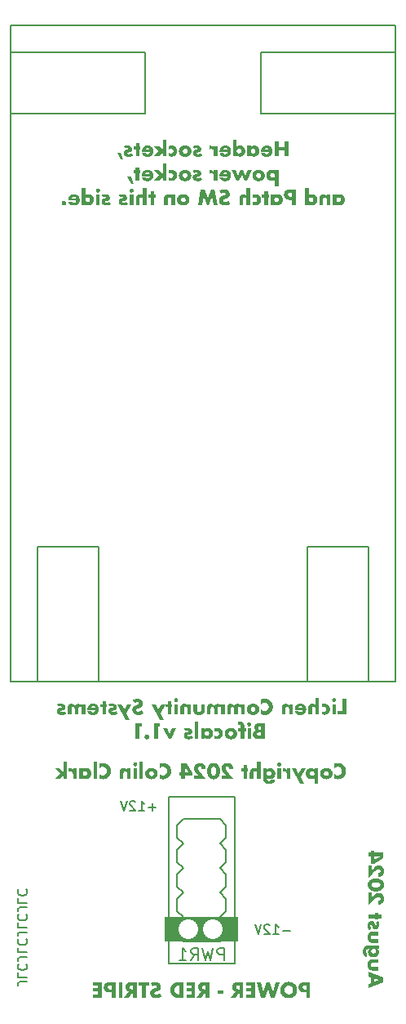
<source format=gbo>
G04 #@! TF.GenerationSoftware,KiCad,Pcbnew,7.0.8*
G04 #@! TF.CreationDate,2024-09-22T21:59:12-04:00*
G04 #@! TF.ProjectId,lichen-bifocals-submodule-power-board,6c696368-656e-42d6-9269-666f63616c73,rev?*
G04 #@! TF.SameCoordinates,Original*
G04 #@! TF.FileFunction,Legend,Bot*
G04 #@! TF.FilePolarity,Positive*
%FSLAX46Y46*%
G04 Gerber Fmt 4.6, Leading zero omitted, Abs format (unit mm)*
G04 Created by KiCad (PCBNEW 7.0.8) date 2024-09-22 21:59:12*
%MOMM*%
%LPD*%
G01*
G04 APERTURE LIST*
%ADD10C,0.200000*%
%ADD11C,0.250000*%
%ADD12C,0.300000*%
%ADD13C,0.150000*%
%ADD14C,0.152400*%
%ADD15C,0.203200*%
%ADD16C,0.127000*%
%ADD17C,2.200000*%
%ADD18C,2.032000*%
%ADD19O,1.700000X1.700000*%
G04 APERTURE END LIST*
D10*
G36*
X139029417Y-215503147D02*
G01*
X139029417Y-215952676D01*
X137435000Y-216555345D01*
X137435000Y-216116441D01*
X137716367Y-216021919D01*
X137716367Y-215543080D01*
X138021182Y-215543080D01*
X138021182Y-215912742D01*
X138554975Y-215727728D01*
X138021182Y-215543080D01*
X137716367Y-215543080D01*
X137716367Y-215433904D01*
X137435000Y-215339382D01*
X137435000Y-214900478D01*
X139029417Y-215503147D01*
G37*
G36*
X138513576Y-214368883D02*
G01*
X137895886Y-214368883D01*
X137871308Y-214368106D01*
X137848316Y-214365775D01*
X137826909Y-214361889D01*
X137807088Y-214356449D01*
X137788853Y-214349456D01*
X137772203Y-214340908D01*
X137757140Y-214330805D01*
X137743661Y-214319149D01*
X137731769Y-214305938D01*
X137721462Y-214291174D01*
X137712741Y-214274855D01*
X137705605Y-214256982D01*
X137700055Y-214237554D01*
X137696091Y-214216573D01*
X137693713Y-214194037D01*
X137692920Y-214169947D01*
X137693713Y-214145769D01*
X137696091Y-214123150D01*
X137700055Y-214102091D01*
X137705605Y-214082592D01*
X137712741Y-214064653D01*
X137721462Y-214048274D01*
X137731769Y-214033455D01*
X137743661Y-214020196D01*
X137757140Y-214008496D01*
X137772203Y-213998357D01*
X137788853Y-213989778D01*
X137807088Y-213982758D01*
X137826909Y-213977298D01*
X137848316Y-213973398D01*
X137871308Y-213971059D01*
X137895886Y-213970279D01*
X138513576Y-213970279D01*
X138513576Y-213595122D01*
X137828475Y-213595122D01*
X137801381Y-213595684D01*
X137775146Y-213597371D01*
X137749769Y-213600183D01*
X137725252Y-213604120D01*
X137701592Y-213609182D01*
X137678792Y-213615369D01*
X137656850Y-213622681D01*
X137635767Y-213631117D01*
X137615543Y-213640678D01*
X137596177Y-213651364D01*
X137577670Y-213663175D01*
X137560021Y-213676111D01*
X137543232Y-213690172D01*
X137527300Y-213705357D01*
X137512228Y-213721668D01*
X137498014Y-213739103D01*
X137484705Y-213757657D01*
X137472254Y-213777325D01*
X137460662Y-213798106D01*
X137449929Y-213820001D01*
X137440054Y-213843009D01*
X137431038Y-213867130D01*
X137422881Y-213892365D01*
X137415582Y-213918713D01*
X137409142Y-213946174D01*
X137403561Y-213974749D01*
X137401092Y-213989454D01*
X137398838Y-214004438D01*
X137396799Y-214019700D01*
X137394974Y-214035240D01*
X137393364Y-214051058D01*
X137391969Y-214067155D01*
X137390788Y-214083530D01*
X137389822Y-214100183D01*
X137389071Y-214117115D01*
X137388534Y-214134325D01*
X137388212Y-214151814D01*
X137388105Y-214169581D01*
X137388212Y-214187303D01*
X137388534Y-214204749D01*
X137389071Y-214221919D01*
X137389822Y-214238812D01*
X137390788Y-214255430D01*
X137391969Y-214271771D01*
X137393364Y-214287836D01*
X137394974Y-214303624D01*
X137396799Y-214319137D01*
X137398838Y-214334373D01*
X137401092Y-214349333D01*
X137403561Y-214364017D01*
X137406244Y-214378425D01*
X137412255Y-214406412D01*
X137419124Y-214433294D01*
X137426852Y-214459071D01*
X137435439Y-214483743D01*
X137444884Y-214507311D01*
X137455188Y-214529773D01*
X137466351Y-214551131D01*
X137478372Y-214571384D01*
X137491252Y-214590533D01*
X137498014Y-214599692D01*
X137512228Y-214617172D01*
X137527300Y-214633524D01*
X137543232Y-214648748D01*
X137560021Y-214662844D01*
X137577670Y-214675813D01*
X137596177Y-214687654D01*
X137615543Y-214698368D01*
X137635767Y-214707953D01*
X137656850Y-214716411D01*
X137678792Y-214723741D01*
X137701592Y-214729944D01*
X137725252Y-214735018D01*
X137749769Y-214738965D01*
X137775146Y-214741785D01*
X137801381Y-214743476D01*
X137828475Y-214744040D01*
X138513576Y-214744040D01*
X138513576Y-214368883D01*
G37*
G36*
X138529696Y-212519476D02*
G01*
X138410994Y-212519476D01*
X138429095Y-212535973D01*
X138446028Y-212552947D01*
X138461793Y-212570399D01*
X138476390Y-212588330D01*
X138489819Y-212606738D01*
X138502081Y-212625624D01*
X138513175Y-212644989D01*
X138523101Y-212664831D01*
X138531860Y-212685151D01*
X138539450Y-212705950D01*
X138545873Y-212727226D01*
X138551128Y-212748980D01*
X138555216Y-212771213D01*
X138558135Y-212793923D01*
X138559887Y-212817111D01*
X138560471Y-212840778D01*
X138560290Y-212855452D01*
X138559344Y-212877196D01*
X138557585Y-212898617D01*
X138555016Y-212919717D01*
X138551635Y-212940495D01*
X138547442Y-212960950D01*
X138542439Y-212981084D01*
X138536623Y-213000895D01*
X138529996Y-213020385D01*
X138522558Y-213039552D01*
X138514309Y-213058398D01*
X138508451Y-213070748D01*
X138499166Y-213088877D01*
X138489281Y-213106529D01*
X138478798Y-213123705D01*
X138467716Y-213140403D01*
X138456035Y-213156626D01*
X138443755Y-213172372D01*
X138430876Y-213187641D01*
X138417398Y-213202434D01*
X138403321Y-213216750D01*
X138388646Y-213230589D01*
X138378598Y-213239538D01*
X138363113Y-213252516D01*
X138347132Y-213264959D01*
X138330655Y-213276867D01*
X138313683Y-213288241D01*
X138296214Y-213299081D01*
X138278250Y-213309386D01*
X138259790Y-213319157D01*
X138240833Y-213328393D01*
X138221381Y-213337094D01*
X138201434Y-213345261D01*
X138181145Y-213352725D01*
X138160535Y-213359455D01*
X138139603Y-213365451D01*
X138118349Y-213370712D01*
X138104001Y-213373812D01*
X138089509Y-213376585D01*
X138074875Y-213379033D01*
X138060097Y-213381153D01*
X138045176Y-213382948D01*
X138030112Y-213384416D01*
X138014905Y-213385558D01*
X137999555Y-213386374D01*
X137984062Y-213386864D01*
X137968426Y-213387027D01*
X137953080Y-213386875D01*
X137937909Y-213386420D01*
X137922912Y-213385661D01*
X137908090Y-213384600D01*
X137886185Y-213382438D01*
X137864672Y-213379594D01*
X137843552Y-213376067D01*
X137822825Y-213371857D01*
X137802490Y-213366965D01*
X137782549Y-213361390D01*
X137763000Y-213355132D01*
X137743845Y-213348192D01*
X137731317Y-213343215D01*
X137712943Y-213335287D01*
X137695072Y-213326806D01*
X137677704Y-213317770D01*
X137660837Y-213308181D01*
X137644473Y-213298038D01*
X137628612Y-213287341D01*
X137613252Y-213276091D01*
X137598395Y-213264286D01*
X137584040Y-213251928D01*
X137570188Y-213239016D01*
X137561289Y-213230121D01*
X137548403Y-213216399D01*
X137536070Y-213202219D01*
X137524291Y-213187582D01*
X137513067Y-213172488D01*
X137502395Y-213156936D01*
X137492278Y-213140927D01*
X137482715Y-213124461D01*
X137473705Y-213107538D01*
X137465250Y-213090158D01*
X137457348Y-213072320D01*
X137452468Y-213060155D01*
X137445738Y-213041630D01*
X137439716Y-213022769D01*
X137434403Y-213003574D01*
X137429799Y-212984043D01*
X137425903Y-212964178D01*
X137422715Y-212943978D01*
X137420235Y-212923443D01*
X137418464Y-212902573D01*
X137417402Y-212881368D01*
X137417048Y-212859829D01*
X137417235Y-212843557D01*
X137417799Y-212827714D01*
X137418738Y-212812301D01*
X137420053Y-212797318D01*
X137422127Y-212779904D01*
X137424741Y-212763108D01*
X137425693Y-212757586D01*
X137428632Y-212742958D01*
X137734319Y-212742958D01*
X137734392Y-212749433D01*
X137735213Y-212765368D01*
X137736947Y-212780946D01*
X137739592Y-212796166D01*
X137743150Y-212811028D01*
X137747621Y-212825532D01*
X137753004Y-212839678D01*
X137756705Y-212847946D01*
X137763445Y-212861225D01*
X137772478Y-212876334D01*
X137782542Y-212890540D01*
X137793636Y-212903845D01*
X137805760Y-212916249D01*
X137816570Y-212925896D01*
X137830275Y-212936647D01*
X137844778Y-212946496D01*
X137857473Y-212954014D01*
X137870724Y-212960907D01*
X137884528Y-212967173D01*
X137890191Y-212969436D01*
X137904612Y-212974454D01*
X137919407Y-212978559D01*
X137934579Y-212981752D01*
X137950126Y-212984033D01*
X137966049Y-212985402D01*
X137982348Y-212985858D01*
X137988642Y-212985781D01*
X138004151Y-212984911D01*
X138019339Y-212983076D01*
X138034205Y-212980274D01*
X138048748Y-212976507D01*
X138062970Y-212971774D01*
X138076870Y-212966074D01*
X138087769Y-212960922D01*
X138100878Y-212953903D01*
X138113415Y-212946239D01*
X138127703Y-212936193D01*
X138141167Y-212925219D01*
X138153806Y-212913318D01*
X138159807Y-212906980D01*
X138171133Y-212893782D01*
X138181557Y-212879889D01*
X138191080Y-212865300D01*
X138199701Y-212850016D01*
X138206196Y-212836748D01*
X138208636Y-212831272D01*
X138214048Y-212817358D01*
X138218475Y-212803122D01*
X138221919Y-212788564D01*
X138224379Y-212773684D01*
X138225854Y-212758482D01*
X138226346Y-212742958D01*
X138226272Y-212737018D01*
X138225435Y-212722279D01*
X138223667Y-212707701D01*
X138220970Y-212693285D01*
X138217342Y-212679029D01*
X138212784Y-212664935D01*
X138207295Y-212651001D01*
X138201090Y-212637319D01*
X138194151Y-212624211D01*
X138186478Y-212611674D01*
X138176303Y-212597386D01*
X138165072Y-212583922D01*
X138154905Y-212573332D01*
X138150651Y-212569217D01*
X138139651Y-212559394D01*
X138128132Y-212550234D01*
X138116095Y-212541735D01*
X138103538Y-212533897D01*
X138090463Y-212526722D01*
X138076870Y-212520209D01*
X138071341Y-212517813D01*
X138057232Y-212512500D01*
X138042712Y-212508153D01*
X138027780Y-212504772D01*
X138012437Y-212502357D01*
X137996682Y-212500908D01*
X137980516Y-212500425D01*
X137974173Y-212500502D01*
X137958517Y-212501372D01*
X137943147Y-212503207D01*
X137928063Y-212506009D01*
X137913265Y-212509776D01*
X137898754Y-212514509D01*
X137884528Y-212520209D01*
X137870724Y-212526695D01*
X137857473Y-212533790D01*
X137844778Y-212541493D01*
X137832636Y-212549804D01*
X137818799Y-212560580D01*
X137805760Y-212572233D01*
X137797563Y-212580401D01*
X137786125Y-212593406D01*
X137775718Y-212607312D01*
X137766342Y-212622120D01*
X137759315Y-212635148D01*
X137753004Y-212648803D01*
X137750741Y-212654365D01*
X137745723Y-212668460D01*
X137741618Y-212682823D01*
X137738425Y-212697454D01*
X137736144Y-212712354D01*
X137734775Y-212727522D01*
X137734319Y-212742958D01*
X137428632Y-212742958D01*
X137428977Y-212741241D01*
X137432906Y-212725231D01*
X137437478Y-212709556D01*
X137442695Y-212694216D01*
X137448555Y-212679211D01*
X137450697Y-212674224D01*
X137457554Y-212659313D01*
X137465054Y-212644479D01*
X137473199Y-212629723D01*
X137481987Y-212615044D01*
X137491420Y-212600443D01*
X137494770Y-212595575D01*
X137503609Y-212583295D01*
X137513110Y-212570853D01*
X137523272Y-212558250D01*
X137534097Y-212545487D01*
X137545583Y-212532562D01*
X137557732Y-212519476D01*
X137454783Y-212519476D01*
X137440014Y-212519724D01*
X137418633Y-212521024D01*
X137398180Y-212523437D01*
X137378654Y-212526965D01*
X137360055Y-212531608D01*
X137342384Y-212537364D01*
X137325640Y-212544234D01*
X137309823Y-212552219D01*
X137294934Y-212561317D01*
X137280972Y-212571530D01*
X137267937Y-212582857D01*
X137259774Y-212590992D01*
X137248517Y-212603987D01*
X137238445Y-212617937D01*
X137229558Y-212632839D01*
X137221856Y-212648694D01*
X137215338Y-212665502D01*
X137210006Y-212683264D01*
X137205859Y-212701978D01*
X137202896Y-212721646D01*
X137201119Y-212742267D01*
X137200526Y-212763841D01*
X137200946Y-212780810D01*
X137202204Y-212797003D01*
X137204300Y-212812420D01*
X137207235Y-212827062D01*
X137213211Y-212847570D01*
X137221073Y-212866333D01*
X137230822Y-212883351D01*
X137242458Y-212898623D01*
X137255981Y-212912150D01*
X137271391Y-212923932D01*
X137288687Y-212933969D01*
X137307871Y-212942260D01*
X137307871Y-213376402D01*
X137296887Y-213374165D01*
X137280610Y-213370322D01*
X137264571Y-213365892D01*
X137248771Y-213360876D01*
X137233209Y-213355275D01*
X137217885Y-213349087D01*
X137202799Y-213342313D01*
X137187952Y-213334953D01*
X137173342Y-213327007D01*
X137158972Y-213318475D01*
X137144839Y-213309357D01*
X137135571Y-213302973D01*
X137121948Y-213292984D01*
X137108661Y-213282498D01*
X137095708Y-213271517D01*
X137083089Y-213260040D01*
X137070806Y-213248067D01*
X137058858Y-213235598D01*
X137047244Y-213222633D01*
X137035966Y-213209173D01*
X137025022Y-213195216D01*
X137014413Y-213180764D01*
X137007547Y-213170862D01*
X136997601Y-213155628D01*
X136988081Y-213139937D01*
X136978985Y-213123789D01*
X136970315Y-213107183D01*
X136962070Y-213090120D01*
X136954249Y-213072600D01*
X136946854Y-213054623D01*
X136939884Y-213036189D01*
X136933339Y-213017297D01*
X136927219Y-212997948D01*
X136921588Y-212978121D01*
X136916511Y-212957934D01*
X136911988Y-212937386D01*
X136908019Y-212916478D01*
X136904603Y-212895208D01*
X136901742Y-212873579D01*
X136900142Y-212858958D01*
X136898788Y-212844178D01*
X136897681Y-212829237D01*
X136896819Y-212814136D01*
X136896204Y-212798875D01*
X136895834Y-212783453D01*
X136895711Y-212767871D01*
X136895811Y-212754057D01*
X136896337Y-212733566D01*
X136897314Y-212713352D01*
X136898742Y-212693414D01*
X136900620Y-212673754D01*
X136902949Y-212654371D01*
X136905729Y-212635264D01*
X136908960Y-212616435D01*
X136912641Y-212597882D01*
X136916774Y-212579607D01*
X136921357Y-212561608D01*
X136924593Y-212549780D01*
X136929731Y-212532333D01*
X136935210Y-212515240D01*
X136941031Y-212498501D01*
X136947193Y-212482117D01*
X136953696Y-212466087D01*
X136960541Y-212450411D01*
X136967727Y-212435089D01*
X136975254Y-212420121D01*
X136983122Y-212405508D01*
X136991332Y-212391249D01*
X136996937Y-212381902D01*
X137005579Y-212368210D01*
X137014505Y-212354910D01*
X137023714Y-212342003D01*
X137033207Y-212329489D01*
X137042983Y-212317368D01*
X137053042Y-212305640D01*
X137063384Y-212294304D01*
X137074010Y-212283362D01*
X137084920Y-212272812D01*
X137096113Y-212262655D01*
X137103662Y-212256080D01*
X137115130Y-212246637D01*
X137126773Y-212237696D01*
X137142566Y-212226556D01*
X137158669Y-212216310D01*
X137175081Y-212206956D01*
X137191802Y-212198495D01*
X137208833Y-212190928D01*
X137226172Y-212184253D01*
X137240265Y-212179708D01*
X137254886Y-212175414D01*
X137270033Y-212171373D01*
X137285706Y-212167583D01*
X137301906Y-212164046D01*
X137318633Y-212160760D01*
X137335887Y-212157726D01*
X137353667Y-212154944D01*
X137367301Y-212153045D01*
X137386012Y-212150804D01*
X137405329Y-212148895D01*
X137420215Y-212147681D01*
X137435442Y-212146654D01*
X137451011Y-212145813D01*
X137466921Y-212145160D01*
X137483172Y-212144693D01*
X137499765Y-212144412D01*
X137516699Y-212144319D01*
X138529696Y-212144319D01*
X138529696Y-212519476D01*
G37*
G36*
X138513576Y-211502449D02*
G01*
X137895886Y-211502449D01*
X137871308Y-211501672D01*
X137848316Y-211499341D01*
X137826909Y-211495455D01*
X137807088Y-211490015D01*
X137788853Y-211483022D01*
X137772203Y-211474474D01*
X137757140Y-211464371D01*
X137743661Y-211452715D01*
X137731769Y-211439504D01*
X137721462Y-211424740D01*
X137712741Y-211408421D01*
X137705605Y-211390548D01*
X137700055Y-211371120D01*
X137696091Y-211350139D01*
X137693713Y-211327603D01*
X137692920Y-211303513D01*
X137693713Y-211279334D01*
X137696091Y-211256716D01*
X137700055Y-211235657D01*
X137705605Y-211216158D01*
X137712741Y-211198219D01*
X137721462Y-211181840D01*
X137731769Y-211167021D01*
X137743661Y-211153762D01*
X137757140Y-211142062D01*
X137772203Y-211131923D01*
X137788853Y-211123343D01*
X137807088Y-211116324D01*
X137826909Y-211110864D01*
X137848316Y-211106964D01*
X137871308Y-211104625D01*
X137895886Y-211103845D01*
X138513576Y-211103845D01*
X138513576Y-210728688D01*
X137828475Y-210728688D01*
X137801381Y-210729250D01*
X137775146Y-210730937D01*
X137749769Y-210733749D01*
X137725252Y-210737686D01*
X137701592Y-210742748D01*
X137678792Y-210748935D01*
X137656850Y-210756246D01*
X137635767Y-210764683D01*
X137615543Y-210774244D01*
X137596177Y-210784930D01*
X137577670Y-210796741D01*
X137560021Y-210809677D01*
X137543232Y-210823738D01*
X137527300Y-210838923D01*
X137512228Y-210855234D01*
X137498014Y-210872669D01*
X137484705Y-210891223D01*
X137472254Y-210910891D01*
X137460662Y-210931672D01*
X137449929Y-210953567D01*
X137440054Y-210976574D01*
X137431038Y-211000696D01*
X137422881Y-211025931D01*
X137415582Y-211052279D01*
X137409142Y-211079740D01*
X137403561Y-211108315D01*
X137401092Y-211123020D01*
X137398838Y-211138004D01*
X137396799Y-211153265D01*
X137394974Y-211168806D01*
X137393364Y-211184624D01*
X137391969Y-211200721D01*
X137390788Y-211217096D01*
X137389822Y-211233749D01*
X137389071Y-211250681D01*
X137388534Y-211267891D01*
X137388212Y-211285380D01*
X137388105Y-211303147D01*
X137388212Y-211320869D01*
X137388534Y-211338315D01*
X137389071Y-211355485D01*
X137389822Y-211372378D01*
X137390788Y-211388995D01*
X137391969Y-211405337D01*
X137393364Y-211421402D01*
X137394974Y-211437190D01*
X137396799Y-211452703D01*
X137398838Y-211467939D01*
X137401092Y-211482899D01*
X137403561Y-211497583D01*
X137406244Y-211511991D01*
X137412255Y-211539978D01*
X137419124Y-211566860D01*
X137426852Y-211592637D01*
X137435439Y-211617309D01*
X137444884Y-211640877D01*
X137455188Y-211663339D01*
X137466351Y-211684697D01*
X137478372Y-211704950D01*
X137491252Y-211724099D01*
X137498014Y-211733258D01*
X137512228Y-211750738D01*
X137527300Y-211767090D01*
X137543232Y-211782314D01*
X137560021Y-211796410D01*
X137577670Y-211809379D01*
X137596177Y-211821220D01*
X137615543Y-211831933D01*
X137635767Y-211841519D01*
X137656850Y-211849977D01*
X137678792Y-211857307D01*
X137701592Y-211863509D01*
X137725252Y-211868584D01*
X137749769Y-211872531D01*
X137775146Y-211875350D01*
X137801381Y-211877042D01*
X137828475Y-211877606D01*
X138513576Y-211877606D01*
X138513576Y-211502449D01*
G37*
G36*
X138247229Y-209769546D02*
G01*
X138253928Y-209782857D01*
X138260195Y-209796136D01*
X138268785Y-209815996D01*
X138276402Y-209835785D01*
X138283047Y-209855503D01*
X138288720Y-209875150D01*
X138293420Y-209894727D01*
X138297148Y-209914233D01*
X138299903Y-209933667D01*
X138301686Y-209953031D01*
X138302496Y-209972325D01*
X138302550Y-209978740D01*
X138302022Y-209995060D01*
X138300439Y-210010360D01*
X138297146Y-210027375D01*
X138292333Y-210042921D01*
X138286001Y-210056999D01*
X138280935Y-210065568D01*
X138270777Y-210078416D01*
X138259216Y-210088108D01*
X138244287Y-210095321D01*
X138229721Y-210098251D01*
X138223049Y-210098541D01*
X138207461Y-210097559D01*
X138193082Y-210094033D01*
X138191542Y-210093412D01*
X138179396Y-210084240D01*
X138170526Y-210072203D01*
X138169193Y-210069965D01*
X138162106Y-210055379D01*
X138156628Y-210040484D01*
X138152003Y-210025005D01*
X138149776Y-210016475D01*
X138145879Y-210000019D01*
X138142204Y-209984211D01*
X138138905Y-209969837D01*
X138135392Y-209954372D01*
X138131664Y-209937816D01*
X138128527Y-209923785D01*
X138124300Y-209904135D01*
X138119677Y-209885117D01*
X138114660Y-209866731D01*
X138109247Y-209848978D01*
X138103440Y-209831858D01*
X138097237Y-209815370D01*
X138090640Y-209799515D01*
X138083647Y-209784292D01*
X138076260Y-209769702D01*
X138068478Y-209755744D01*
X138060300Y-209742419D01*
X138051728Y-209729727D01*
X138042761Y-209717667D01*
X138033398Y-209706239D01*
X138018614Y-209690284D01*
X138013489Y-209685282D01*
X137997627Y-209671140D01*
X137980954Y-209658389D01*
X137963469Y-209647029D01*
X137945173Y-209637059D01*
X137926066Y-209628481D01*
X137906147Y-209621294D01*
X137885416Y-209615498D01*
X137863875Y-209611093D01*
X137849063Y-209608930D01*
X137833890Y-209607384D01*
X137818357Y-209606457D01*
X137802463Y-209606147D01*
X137784498Y-209606482D01*
X137766875Y-209607487D01*
X137749594Y-209609161D01*
X137732653Y-209611506D01*
X137716054Y-209614519D01*
X137699796Y-209618203D01*
X137683880Y-209622557D01*
X137668305Y-209627580D01*
X137653071Y-209633273D01*
X137638179Y-209639635D01*
X137628440Y-209644249D01*
X137614161Y-209651654D01*
X137600314Y-209659581D01*
X137586899Y-209668029D01*
X137573915Y-209676999D01*
X137561362Y-209686490D01*
X137549241Y-209696503D01*
X137537551Y-209707038D01*
X137526293Y-209718095D01*
X137515466Y-209729673D01*
X137505071Y-209741772D01*
X137498381Y-209750129D01*
X137488763Y-209763078D01*
X137479559Y-209776511D01*
X137470766Y-209790427D01*
X137462385Y-209804826D01*
X137454417Y-209819707D01*
X137446861Y-209835072D01*
X137439716Y-209850920D01*
X137432984Y-209867251D01*
X137426665Y-209884064D01*
X137420757Y-209901361D01*
X137417048Y-209913161D01*
X137411875Y-209931123D01*
X137407212Y-209949426D01*
X137403057Y-209968071D01*
X137399411Y-209987058D01*
X137396273Y-210006385D01*
X137393645Y-210026054D01*
X137391525Y-210046064D01*
X137389914Y-210066415D01*
X137388811Y-210087108D01*
X137388218Y-210108142D01*
X137388105Y-210122355D01*
X137388586Y-210149808D01*
X137390028Y-210177212D01*
X137392433Y-210204568D01*
X137395799Y-210231875D01*
X137400126Y-210259133D01*
X137405416Y-210286343D01*
X137411667Y-210313504D01*
X137418879Y-210340616D01*
X137427054Y-210367680D01*
X137436190Y-210394695D01*
X137446288Y-210421661D01*
X137457348Y-210448579D01*
X137463238Y-210462020D01*
X137469369Y-210475448D01*
X137475740Y-210488865D01*
X137482352Y-210502269D01*
X137489204Y-210515661D01*
X137496297Y-210529041D01*
X137503630Y-210542408D01*
X137511203Y-210555764D01*
X137782679Y-210417278D01*
X137768971Y-210396737D01*
X137756146Y-210376331D01*
X137744207Y-210356059D01*
X137733151Y-210335922D01*
X137722980Y-210315920D01*
X137713694Y-210296051D01*
X137705292Y-210276318D01*
X137697774Y-210256719D01*
X137691141Y-210237254D01*
X137685392Y-210217924D01*
X137680528Y-210198729D01*
X137676548Y-210179668D01*
X137673453Y-210160741D01*
X137671241Y-210141949D01*
X137669915Y-210123292D01*
X137669473Y-210104769D01*
X137670045Y-210088308D01*
X137671762Y-210072813D01*
X137674625Y-210058283D01*
X137679571Y-210042123D01*
X137686165Y-210027354D01*
X137692920Y-210016109D01*
X137702288Y-210004281D01*
X137714324Y-209993574D01*
X137727553Y-209986199D01*
X137741973Y-209982154D01*
X137753004Y-209981304D01*
X137768082Y-209982077D01*
X137782808Y-209984932D01*
X137788175Y-209986800D01*
X137801547Y-209994952D01*
X137811603Y-210006026D01*
X137813820Y-210009148D01*
X137821829Y-210022934D01*
X137827931Y-210037112D01*
X137833014Y-210051904D01*
X137835436Y-210060073D01*
X137839656Y-210075783D01*
X137843356Y-210090784D01*
X137847135Y-210107202D01*
X137850342Y-210121965D01*
X137853603Y-210137713D01*
X137855586Y-210147634D01*
X137860346Y-210169878D01*
X137865374Y-210191271D01*
X137870672Y-210211815D01*
X137876239Y-210231508D01*
X137882076Y-210250352D01*
X137888181Y-210268345D01*
X137894555Y-210285488D01*
X137901198Y-210301782D01*
X137908110Y-210317225D01*
X137915292Y-210331818D01*
X137922742Y-210345561D01*
X137930461Y-210358454D01*
X137942545Y-210376199D01*
X137955234Y-210392032D01*
X137964030Y-210401524D01*
X137977911Y-210414423D01*
X137992765Y-210426052D01*
X138008591Y-210436413D01*
X138025390Y-210445505D01*
X138043161Y-210453329D01*
X138061905Y-210459884D01*
X138081621Y-210465170D01*
X138102309Y-210469187D01*
X138123970Y-210471936D01*
X138138951Y-210473064D01*
X138154364Y-210473628D01*
X138162233Y-210473698D01*
X138179379Y-210473402D01*
X138196197Y-210472513D01*
X138212687Y-210471032D01*
X138228848Y-210468958D01*
X138244681Y-210466292D01*
X138260185Y-210463033D01*
X138275361Y-210459182D01*
X138290208Y-210454739D01*
X138304727Y-210449703D01*
X138318918Y-210444074D01*
X138328196Y-210439993D01*
X138341872Y-210433346D01*
X138355149Y-210426185D01*
X138368027Y-210418509D01*
X138380506Y-210410317D01*
X138392585Y-210401610D01*
X138404265Y-210392388D01*
X138415546Y-210382651D01*
X138426427Y-210372398D01*
X138436909Y-210361631D01*
X138446992Y-210350348D01*
X138453492Y-210342540D01*
X138462903Y-210330358D01*
X138471902Y-210317720D01*
X138480489Y-210304624D01*
X138488663Y-210291071D01*
X138496425Y-210277061D01*
X138503776Y-210262594D01*
X138510714Y-210247669D01*
X138517240Y-210232287D01*
X138523353Y-210216448D01*
X138529055Y-210200151D01*
X138532627Y-210189033D01*
X138537603Y-210171957D01*
X138542089Y-210154527D01*
X138546086Y-210136743D01*
X138549594Y-210118605D01*
X138552612Y-210100113D01*
X138555141Y-210081266D01*
X138557180Y-210062065D01*
X138558730Y-210042510D01*
X138559791Y-210022601D01*
X138560362Y-210002337D01*
X138560471Y-209988632D01*
X138560204Y-209966186D01*
X138559406Y-209943821D01*
X138558075Y-209921536D01*
X138556212Y-209899330D01*
X138553816Y-209877205D01*
X138550888Y-209855161D01*
X138547427Y-209833196D01*
X138543435Y-209811311D01*
X138538909Y-209789507D01*
X138533852Y-209767783D01*
X138528262Y-209746139D01*
X138522140Y-209724575D01*
X138515485Y-209703091D01*
X138508298Y-209681687D01*
X138500579Y-209660364D01*
X138492327Y-209639120D01*
X138247229Y-209769546D01*
G37*
G36*
X138185314Y-208977466D02*
G01*
X137435000Y-208977466D01*
X137435000Y-209352623D01*
X138185314Y-209352623D01*
X138185314Y-209469860D01*
X138513576Y-209469860D01*
X138513576Y-209352623D01*
X138841838Y-209352623D01*
X138841838Y-208977466D01*
X138513576Y-208977466D01*
X138513576Y-208742993D01*
X138185314Y-208742993D01*
X138185314Y-208977466D01*
G37*
G36*
X137435000Y-206684026D02*
G01*
X137435000Y-207958241D01*
X137849724Y-207566964D01*
X137870134Y-207547811D01*
X137890150Y-207529188D01*
X137909770Y-207511095D01*
X137928996Y-207493531D01*
X137947826Y-207476496D01*
X137966262Y-207459991D01*
X137984303Y-207444016D01*
X138001948Y-207428570D01*
X138019199Y-207413653D01*
X138036054Y-207399266D01*
X138052515Y-207385409D01*
X138068581Y-207372081D01*
X138084251Y-207359283D01*
X138099527Y-207347014D01*
X138114408Y-207335274D01*
X138128893Y-207324064D01*
X138143087Y-207313249D01*
X138157000Y-207302787D01*
X138170633Y-207292676D01*
X138183985Y-207282917D01*
X138197057Y-207273510D01*
X138209848Y-207264456D01*
X138222359Y-207255753D01*
X138234590Y-207247403D01*
X138252409Y-207235537D01*
X138269597Y-207224463D01*
X138286155Y-207214182D01*
X138302081Y-207204693D01*
X138317376Y-207195995D01*
X138322334Y-207193272D01*
X138336907Y-207185522D01*
X138350953Y-207178344D01*
X138364471Y-207171740D01*
X138381673Y-207163826D01*
X138397936Y-207156931D01*
X138413260Y-207151055D01*
X138427646Y-207146198D01*
X138444307Y-207141559D01*
X138450561Y-207140150D01*
X138465642Y-207137089D01*
X138482746Y-207134101D01*
X138498769Y-207131859D01*
X138513710Y-207130365D01*
X138529773Y-207129566D01*
X138534092Y-207129525D01*
X138549998Y-207130068D01*
X138565658Y-207131699D01*
X138581073Y-207134416D01*
X138596243Y-207138220D01*
X138604801Y-207140882D01*
X138619356Y-207146395D01*
X138633211Y-207152994D01*
X138646364Y-207160680D01*
X138658816Y-207169453D01*
X138665617Y-207174954D01*
X138676935Y-207185348D01*
X138687165Y-207196653D01*
X138696309Y-207208869D01*
X138704366Y-207221998D01*
X138708482Y-207229909D01*
X138714763Y-207244415D01*
X138719501Y-207260042D01*
X138722697Y-207276792D01*
X138724208Y-207292042D01*
X138724602Y-207305380D01*
X138724112Y-207320586D01*
X138721937Y-207339869D01*
X138718021Y-207358018D01*
X138712366Y-207375034D01*
X138704970Y-207390916D01*
X138695834Y-207405665D01*
X138684957Y-207419281D01*
X138672340Y-207431763D01*
X138668914Y-207434706D01*
X138654557Y-207445611D01*
X138639330Y-207455063D01*
X138623233Y-207463060D01*
X138606266Y-207469603D01*
X138588429Y-207474692D01*
X138569721Y-207478327D01*
X138555120Y-207480099D01*
X138540029Y-207481053D01*
X138529696Y-207481235D01*
X138514620Y-207480742D01*
X138498397Y-207479477D01*
X138482023Y-207477731D01*
X138466369Y-207475761D01*
X138460819Y-207475006D01*
X138460819Y-207926734D01*
X138477986Y-207926558D01*
X138494954Y-207926030D01*
X138511725Y-207925149D01*
X138528299Y-207923917D01*
X138544675Y-207922333D01*
X138560854Y-207920397D01*
X138576835Y-207918108D01*
X138592619Y-207915468D01*
X138608205Y-207912475D01*
X138623594Y-207909131D01*
X138638785Y-207905434D01*
X138653779Y-207901386D01*
X138668575Y-207896985D01*
X138683174Y-207892232D01*
X138697575Y-207887128D01*
X138711779Y-207881671D01*
X138725807Y-207875896D01*
X138739588Y-207869838D01*
X138753124Y-207863497D01*
X138766413Y-207856873D01*
X138779456Y-207849965D01*
X138792253Y-207842773D01*
X138810987Y-207831455D01*
X138829167Y-207819499D01*
X138846794Y-207806906D01*
X138863866Y-207793675D01*
X138880385Y-207779806D01*
X138896349Y-207765300D01*
X138906685Y-207755275D01*
X138921672Y-207739761D01*
X138935995Y-207723719D01*
X138949656Y-207707149D01*
X138962653Y-207690051D01*
X138974986Y-207672425D01*
X138986657Y-207654270D01*
X138997664Y-207635588D01*
X139008007Y-207616377D01*
X139017688Y-207596639D01*
X139023773Y-207583186D01*
X139029563Y-207569499D01*
X139032348Y-207562568D01*
X139037671Y-207548514D01*
X139042652Y-207534289D01*
X139047289Y-207519892D01*
X139051582Y-207505323D01*
X139055532Y-207490583D01*
X139059138Y-207475671D01*
X139062401Y-207460587D01*
X139065321Y-207445331D01*
X139067897Y-207429904D01*
X139070129Y-207414304D01*
X139072018Y-207398534D01*
X139073564Y-207382591D01*
X139074766Y-207366477D01*
X139075625Y-207350191D01*
X139076140Y-207333733D01*
X139076311Y-207317103D01*
X139076145Y-207300740D01*
X139075647Y-207284531D01*
X139074817Y-207268477D01*
X139073655Y-207252578D01*
X139072161Y-207236832D01*
X139070335Y-207221242D01*
X139068177Y-207205806D01*
X139065687Y-207190525D01*
X139062865Y-207175398D01*
X139059711Y-207160426D01*
X139056224Y-207145608D01*
X139052406Y-207130945D01*
X139048256Y-207116436D01*
X139043774Y-207102082D01*
X139038959Y-207087883D01*
X139033813Y-207073838D01*
X139028368Y-207059989D01*
X139022656Y-207046377D01*
X139013590Y-207026406D01*
X139003924Y-207006969D01*
X138993660Y-206988067D01*
X138982797Y-206969699D01*
X138971335Y-206951865D01*
X138959274Y-206934566D01*
X138946614Y-206917802D01*
X138933355Y-206901572D01*
X138919497Y-206885877D01*
X138914745Y-206880764D01*
X138900202Y-206865761D01*
X138885151Y-206851389D01*
X138869591Y-206837648D01*
X138853522Y-206824538D01*
X138836944Y-206812060D01*
X138819858Y-206800212D01*
X138802263Y-206788996D01*
X138784159Y-206778411D01*
X138765546Y-206768457D01*
X138746425Y-206759134D01*
X138733394Y-206753269D01*
X138713587Y-206745085D01*
X138693458Y-206737706D01*
X138673007Y-206731131D01*
X138652233Y-206725362D01*
X138631138Y-206720398D01*
X138609721Y-206716239D01*
X138587981Y-206712885D01*
X138573310Y-206711096D01*
X138558495Y-206709665D01*
X138543537Y-206708591D01*
X138528436Y-206707876D01*
X138513192Y-206707518D01*
X138505516Y-206707473D01*
X138489154Y-206707689D01*
X138472950Y-206708338D01*
X138456903Y-206709418D01*
X138441013Y-206710931D01*
X138425281Y-206712876D01*
X138409706Y-206715253D01*
X138394289Y-206718062D01*
X138379029Y-206721304D01*
X138363926Y-206724977D01*
X138348981Y-206729083D01*
X138334193Y-206733621D01*
X138319563Y-206738591D01*
X138305090Y-206743994D01*
X138290775Y-206749828D01*
X138276617Y-206756095D01*
X138262616Y-206762794D01*
X138248717Y-206769918D01*
X138234773Y-206777552D01*
X138220782Y-206785695D01*
X138206746Y-206794347D01*
X138192664Y-206803509D01*
X138178536Y-206813181D01*
X138164362Y-206823362D01*
X138150143Y-206834052D01*
X138135877Y-206845252D01*
X138121566Y-206856961D01*
X138107209Y-206869180D01*
X138092807Y-206881909D01*
X138078358Y-206895146D01*
X138063864Y-206908894D01*
X138049324Y-206923150D01*
X138034738Y-206937916D01*
X137786709Y-207197669D01*
X137786709Y-206684026D01*
X137435000Y-206684026D01*
G37*
G36*
X138256663Y-205207403D02*
G01*
X138280110Y-205207979D01*
X138303283Y-205208938D01*
X138326181Y-205210280D01*
X138348804Y-205212006D01*
X138371152Y-205214115D01*
X138393225Y-205216608D01*
X138415024Y-205219485D01*
X138436548Y-205222745D01*
X138457797Y-205226389D01*
X138478771Y-205230416D01*
X138499471Y-205234826D01*
X138519896Y-205239621D01*
X138540046Y-205244798D01*
X138559921Y-205250360D01*
X138579521Y-205256304D01*
X138598806Y-205262594D01*
X138617732Y-205269190D01*
X138636301Y-205276092D01*
X138654512Y-205283301D01*
X138672365Y-205290816D01*
X138689860Y-205298637D01*
X138706998Y-205306764D01*
X138723777Y-205315198D01*
X138740199Y-205323937D01*
X138756264Y-205332983D01*
X138771970Y-205342336D01*
X138787319Y-205351994D01*
X138802310Y-205361959D01*
X138816943Y-205372230D01*
X138831218Y-205382807D01*
X138845136Y-205393691D01*
X138858725Y-205404865D01*
X138871926Y-205416314D01*
X138884737Y-205428038D01*
X138897159Y-205440036D01*
X138909192Y-205452309D01*
X138920836Y-205464857D01*
X138932090Y-205477680D01*
X138942955Y-205490778D01*
X138953431Y-205504150D01*
X138963517Y-205517797D01*
X138973214Y-205531719D01*
X138982522Y-205545915D01*
X138991441Y-205560387D01*
X138999970Y-205575133D01*
X139008110Y-205590154D01*
X139015861Y-205605450D01*
X139023181Y-205620973D01*
X139030029Y-205636676D01*
X139036405Y-205652560D01*
X139042308Y-205668625D01*
X139047739Y-205684869D01*
X139052698Y-205701294D01*
X139057185Y-205717899D01*
X139061199Y-205734685D01*
X139064741Y-205751650D01*
X139067811Y-205768797D01*
X139070408Y-205786123D01*
X139072533Y-205803630D01*
X139074186Y-205821317D01*
X139075367Y-205839184D01*
X139076075Y-205857232D01*
X139076311Y-205875460D01*
X139076075Y-205893996D01*
X139075367Y-205912325D01*
X139074186Y-205930449D01*
X139072533Y-205948367D01*
X139070408Y-205966078D01*
X139067811Y-205983583D01*
X139064741Y-206000883D01*
X139061199Y-206017976D01*
X139057185Y-206034863D01*
X139052698Y-206051544D01*
X139047739Y-206068019D01*
X139042308Y-206084288D01*
X139036405Y-206100350D01*
X139030029Y-206116207D01*
X139023181Y-206131858D01*
X139015861Y-206147302D01*
X139008110Y-206162469D01*
X138999970Y-206177379D01*
X138991441Y-206192030D01*
X138982522Y-206206424D01*
X138973214Y-206220561D01*
X138963517Y-206234440D01*
X138953431Y-206248061D01*
X138942955Y-206261425D01*
X138932090Y-206274531D01*
X138920836Y-206287379D01*
X138909192Y-206299970D01*
X138897159Y-206312304D01*
X138884737Y-206324379D01*
X138871926Y-206336197D01*
X138858725Y-206347758D01*
X138845136Y-206359061D01*
X138831218Y-206370033D01*
X138816943Y-206380694D01*
X138802310Y-206391042D01*
X138787319Y-206401078D01*
X138771970Y-206410803D01*
X138756264Y-206420215D01*
X138740199Y-206429316D01*
X138723777Y-206438104D01*
X138706998Y-206446580D01*
X138689860Y-206454745D01*
X138672365Y-206462597D01*
X138654512Y-206470138D01*
X138636301Y-206477367D01*
X138617732Y-206484283D01*
X138598806Y-206490888D01*
X138579521Y-206497180D01*
X138559921Y-206503125D01*
X138540046Y-206508686D01*
X138519896Y-206513864D01*
X138499471Y-206518658D01*
X138478771Y-206523069D01*
X138457797Y-206527096D01*
X138436548Y-206530740D01*
X138415024Y-206534000D01*
X138393225Y-206536876D01*
X138371152Y-206539369D01*
X138348804Y-206541479D01*
X138326181Y-206543205D01*
X138303283Y-206544547D01*
X138280110Y-206545506D01*
X138256663Y-206546081D01*
X138232941Y-206546273D01*
X138209263Y-206546081D01*
X138185857Y-206545506D01*
X138162723Y-206544547D01*
X138139861Y-206543205D01*
X138117271Y-206541479D01*
X138094953Y-206539369D01*
X138072907Y-206536876D01*
X138051133Y-206534000D01*
X138029630Y-206530740D01*
X138008400Y-206527096D01*
X137987441Y-206523069D01*
X137966754Y-206518658D01*
X137946340Y-206513864D01*
X137926197Y-206508686D01*
X137906326Y-206503125D01*
X137886727Y-206497180D01*
X137867437Y-206490888D01*
X137848493Y-206484283D01*
X137829896Y-206477367D01*
X137811645Y-206470138D01*
X137793740Y-206462597D01*
X137776182Y-206454745D01*
X137758970Y-206446580D01*
X137742104Y-206438104D01*
X137725585Y-206429316D01*
X137709412Y-206420215D01*
X137693585Y-206410803D01*
X137678105Y-206401078D01*
X137662971Y-206391042D01*
X137648183Y-206380694D01*
X137633742Y-206370033D01*
X137619647Y-206359061D01*
X137605969Y-206347758D01*
X137592685Y-206336197D01*
X137579796Y-206324379D01*
X137567303Y-206312304D01*
X137555204Y-206299970D01*
X137543501Y-206287379D01*
X137532192Y-206274531D01*
X137521278Y-206261425D01*
X137510760Y-206248061D01*
X137500636Y-206234440D01*
X137490907Y-206220561D01*
X137481574Y-206206424D01*
X137472635Y-206192030D01*
X137464091Y-206177379D01*
X137455942Y-206162469D01*
X137448189Y-206147302D01*
X137440913Y-206131858D01*
X137434106Y-206116207D01*
X137427770Y-206100350D01*
X137421902Y-206084288D01*
X137416504Y-206068019D01*
X137411575Y-206051544D01*
X137407116Y-206034863D01*
X137403126Y-206017976D01*
X137399605Y-206000883D01*
X137396554Y-205983583D01*
X137393972Y-205966078D01*
X137391860Y-205948367D01*
X137390217Y-205930449D01*
X137389044Y-205912325D01*
X137388340Y-205893996D01*
X137388105Y-205875460D01*
X137763262Y-205875460D01*
X137763396Y-205883195D01*
X137764473Y-205898365D01*
X137766625Y-205913134D01*
X137769854Y-205927502D01*
X137775403Y-205944899D01*
X137782633Y-205961670D01*
X137789629Y-205974636D01*
X137797700Y-205987201D01*
X137806750Y-205999257D01*
X137816682Y-206010877D01*
X137827496Y-206022063D01*
X137839191Y-206032814D01*
X137851767Y-206043129D01*
X137865226Y-206053009D01*
X137879565Y-206062455D01*
X137894787Y-206071465D01*
X137902706Y-206075800D01*
X137919078Y-206084100D01*
X137936160Y-206091908D01*
X137953952Y-206099224D01*
X137967761Y-206104388D01*
X137981970Y-206109275D01*
X137996578Y-206113885D01*
X138011585Y-206118218D01*
X138026992Y-206122274D01*
X138042798Y-206126053D01*
X138053587Y-206128360D01*
X138070044Y-206131542D01*
X138086830Y-206134388D01*
X138103945Y-206136900D01*
X138121387Y-206139076D01*
X138139158Y-206140918D01*
X138157258Y-206142425D01*
X138175686Y-206143597D01*
X138194443Y-206144434D01*
X138213528Y-206144937D01*
X138232941Y-206145104D01*
X138245701Y-206145030D01*
X138264604Y-206144639D01*
X138283224Y-206143913D01*
X138301561Y-206142853D01*
X138319615Y-206141458D01*
X138337385Y-206139727D01*
X138354871Y-206137662D01*
X138372075Y-206135262D01*
X138388995Y-206132528D01*
X138405632Y-206129458D01*
X138421985Y-206126053D01*
X138427387Y-206124824D01*
X138443297Y-206120953D01*
X138458763Y-206116804D01*
X138473784Y-206112379D01*
X138488361Y-206107677D01*
X138502493Y-206102698D01*
X138520646Y-206095628D01*
X138538008Y-206088066D01*
X138554580Y-206080012D01*
X138570362Y-206071465D01*
X138585326Y-206062455D01*
X138599443Y-206053009D01*
X138612712Y-206043129D01*
X138625134Y-206032814D01*
X138636709Y-206022063D01*
X138647436Y-206010877D01*
X138657317Y-205999257D01*
X138666350Y-205987201D01*
X138672570Y-205977815D01*
X138679911Y-205964949D01*
X138686165Y-205951683D01*
X138692453Y-205934536D01*
X138696260Y-205920368D01*
X138698979Y-205905800D01*
X138700611Y-205890830D01*
X138701154Y-205875460D01*
X138700611Y-205860680D01*
X138698401Y-205842623D01*
X138694493Y-205825031D01*
X138688884Y-205807904D01*
X138681577Y-205791242D01*
X138674507Y-205778248D01*
X138666350Y-205765551D01*
X138657317Y-205753169D01*
X138647436Y-205741302D01*
X138636709Y-205729950D01*
X138625134Y-205719114D01*
X138612712Y-205708793D01*
X138599443Y-205698987D01*
X138585326Y-205689696D01*
X138570362Y-205680921D01*
X138562570Y-205676720D01*
X138546393Y-205668672D01*
X138529425Y-205661093D01*
X138511668Y-205653983D01*
X138497832Y-205648959D01*
X138483551Y-205644198D01*
X138468826Y-205639702D01*
X138453657Y-205635470D01*
X138438043Y-205631502D01*
X138421985Y-205627798D01*
X138411114Y-205625447D01*
X138394572Y-205622204D01*
X138377746Y-205619303D01*
X138360637Y-205616743D01*
X138343245Y-205614524D01*
X138325570Y-205612647D01*
X138307610Y-205611111D01*
X138289368Y-205609916D01*
X138270842Y-205609063D01*
X138252033Y-205608551D01*
X138232941Y-205608381D01*
X138219962Y-205608456D01*
X138200768Y-205608855D01*
X138181902Y-205609594D01*
X138163364Y-205610675D01*
X138145155Y-205612097D01*
X138127274Y-205613861D01*
X138109722Y-205615965D01*
X138092499Y-205618412D01*
X138075603Y-205621199D01*
X138059036Y-205624328D01*
X138042798Y-205627798D01*
X138037485Y-205629003D01*
X138021812Y-205632795D01*
X138006538Y-205636851D01*
X137991664Y-205641172D01*
X137977189Y-205645756D01*
X137963114Y-205650604D01*
X137944967Y-205657479D01*
X137927530Y-205664824D01*
X137910804Y-205672637D01*
X137894787Y-205680921D01*
X137879565Y-205689696D01*
X137865226Y-205698987D01*
X137851767Y-205708793D01*
X137839191Y-205719114D01*
X137827496Y-205729950D01*
X137816682Y-205741302D01*
X137806750Y-205753169D01*
X137797700Y-205765551D01*
X137789629Y-205778248D01*
X137782633Y-205791242D01*
X137775403Y-205807904D01*
X137769854Y-205825031D01*
X137765986Y-205842623D01*
X137763800Y-205860680D01*
X137763262Y-205875460D01*
X137388105Y-205875460D01*
X137388340Y-205857232D01*
X137389044Y-205839184D01*
X137390217Y-205821317D01*
X137391860Y-205803630D01*
X137393972Y-205786123D01*
X137396554Y-205768797D01*
X137399605Y-205751650D01*
X137403126Y-205734685D01*
X137407116Y-205717899D01*
X137411575Y-205701294D01*
X137416504Y-205684869D01*
X137421902Y-205668625D01*
X137427770Y-205652560D01*
X137434106Y-205636676D01*
X137440913Y-205620973D01*
X137448189Y-205605450D01*
X137455942Y-205590154D01*
X137464091Y-205575133D01*
X137472635Y-205560387D01*
X137481574Y-205545915D01*
X137490907Y-205531719D01*
X137500636Y-205517797D01*
X137510760Y-205504150D01*
X137521278Y-205490778D01*
X137532192Y-205477680D01*
X137543501Y-205464857D01*
X137555204Y-205452309D01*
X137567303Y-205440036D01*
X137579796Y-205428038D01*
X137592685Y-205416314D01*
X137605969Y-205404865D01*
X137619647Y-205393691D01*
X137633742Y-205382807D01*
X137648183Y-205372230D01*
X137662971Y-205361959D01*
X137678105Y-205351994D01*
X137693585Y-205342336D01*
X137709412Y-205332983D01*
X137725585Y-205323937D01*
X137742104Y-205315198D01*
X137758970Y-205306764D01*
X137776182Y-205298637D01*
X137793740Y-205290816D01*
X137811645Y-205283301D01*
X137829896Y-205276092D01*
X137848493Y-205269190D01*
X137867437Y-205262594D01*
X137886727Y-205256304D01*
X137906326Y-205250360D01*
X137926197Y-205244798D01*
X137946340Y-205239621D01*
X137966754Y-205234826D01*
X137987441Y-205230416D01*
X138008400Y-205226389D01*
X138029630Y-205222745D01*
X138051133Y-205219485D01*
X138072907Y-205216608D01*
X138094953Y-205214115D01*
X138117271Y-205212006D01*
X138139861Y-205210280D01*
X138162723Y-205208938D01*
X138185857Y-205207979D01*
X138209263Y-205207403D01*
X138232941Y-205207212D01*
X138256663Y-205207403D01*
G37*
G36*
X137435000Y-203829316D02*
G01*
X137435000Y-205103531D01*
X137849724Y-204712254D01*
X137870134Y-204693101D01*
X137890150Y-204674478D01*
X137909770Y-204656384D01*
X137928996Y-204638820D01*
X137947826Y-204621786D01*
X137966262Y-204605281D01*
X137984303Y-204589305D01*
X138001948Y-204573859D01*
X138019199Y-204558943D01*
X138036054Y-204544556D01*
X138052515Y-204530699D01*
X138068581Y-204517371D01*
X138084251Y-204504572D01*
X138099527Y-204492303D01*
X138114408Y-204480564D01*
X138128893Y-204469354D01*
X138143087Y-204458539D01*
X138157000Y-204448076D01*
X138170633Y-204437965D01*
X138183985Y-204428207D01*
X138197057Y-204418800D01*
X138209848Y-204409745D01*
X138222359Y-204401043D01*
X138234590Y-204392692D01*
X138252409Y-204380827D01*
X138269597Y-204369753D01*
X138286155Y-204359472D01*
X138302081Y-204349982D01*
X138317376Y-204341285D01*
X138322334Y-204338562D01*
X138336907Y-204330811D01*
X138350953Y-204323634D01*
X138364471Y-204317030D01*
X138381673Y-204309116D01*
X138397936Y-204302221D01*
X138413260Y-204296345D01*
X138427646Y-204291487D01*
X138444307Y-204286849D01*
X138450561Y-204285439D01*
X138465642Y-204282378D01*
X138482746Y-204279390D01*
X138498769Y-204277149D01*
X138513710Y-204275655D01*
X138529773Y-204274856D01*
X138534092Y-204274815D01*
X138549998Y-204275358D01*
X138565658Y-204276988D01*
X138581073Y-204279706D01*
X138596243Y-204283510D01*
X138604801Y-204286172D01*
X138619356Y-204291684D01*
X138633211Y-204298283D01*
X138646364Y-204305969D01*
X138658816Y-204314743D01*
X138665617Y-204320244D01*
X138676935Y-204330637D01*
X138687165Y-204341942D01*
X138696309Y-204354159D01*
X138704366Y-204367287D01*
X138708482Y-204375198D01*
X138714763Y-204389704D01*
X138719501Y-204405332D01*
X138722697Y-204422082D01*
X138724208Y-204437331D01*
X138724602Y-204450669D01*
X138724112Y-204465875D01*
X138721937Y-204485158D01*
X138718021Y-204503307D01*
X138712366Y-204520323D01*
X138704970Y-204536206D01*
X138695834Y-204550955D01*
X138684957Y-204564570D01*
X138672340Y-204577053D01*
X138668914Y-204579996D01*
X138654557Y-204590901D01*
X138639330Y-204600352D01*
X138623233Y-204608349D01*
X138606266Y-204614892D01*
X138588429Y-204619981D01*
X138569721Y-204623616D01*
X138555120Y-204625388D01*
X138540029Y-204626343D01*
X138529696Y-204626524D01*
X138514620Y-204626032D01*
X138498397Y-204624767D01*
X138482023Y-204623021D01*
X138466369Y-204621050D01*
X138460819Y-204620296D01*
X138460819Y-205072023D01*
X138477986Y-205071847D01*
X138494954Y-205071319D01*
X138511725Y-205070439D01*
X138528299Y-205069207D01*
X138544675Y-205067623D01*
X138560854Y-205065686D01*
X138576835Y-205063398D01*
X138592619Y-205060758D01*
X138608205Y-205057765D01*
X138623594Y-205054421D01*
X138638785Y-205050724D01*
X138653779Y-205046675D01*
X138668575Y-205042275D01*
X138683174Y-205037522D01*
X138697575Y-205032417D01*
X138711779Y-205026960D01*
X138725807Y-205021186D01*
X138739588Y-205015128D01*
X138753124Y-205008787D01*
X138766413Y-205002162D01*
X138779456Y-204995254D01*
X138792253Y-204988063D01*
X138810987Y-204976745D01*
X138829167Y-204964789D01*
X138846794Y-204952195D01*
X138863866Y-204938964D01*
X138880385Y-204925096D01*
X138896349Y-204910590D01*
X138906685Y-204900565D01*
X138921672Y-204885051D01*
X138935995Y-204869009D01*
X138949656Y-204852439D01*
X138962653Y-204835340D01*
X138974986Y-204817714D01*
X138986657Y-204799560D01*
X138997664Y-204780877D01*
X139008007Y-204761667D01*
X139017688Y-204741928D01*
X139023773Y-204728476D01*
X139029563Y-204714789D01*
X139032348Y-204707857D01*
X139037671Y-204693804D01*
X139042652Y-204679578D01*
X139047289Y-204665181D01*
X139051582Y-204650613D01*
X139055532Y-204635872D01*
X139059138Y-204620960D01*
X139062401Y-204605876D01*
X139065321Y-204590621D01*
X139067897Y-204575193D01*
X139070129Y-204559594D01*
X139072018Y-204543823D01*
X139073564Y-204527881D01*
X139074766Y-204511766D01*
X139075625Y-204495480D01*
X139076140Y-204479023D01*
X139076311Y-204462393D01*
X139076145Y-204446030D01*
X139075647Y-204429821D01*
X139074817Y-204413767D01*
X139073655Y-204397867D01*
X139072161Y-204382122D01*
X139070335Y-204366532D01*
X139068177Y-204351096D01*
X139065687Y-204335814D01*
X139062865Y-204320687D01*
X139059711Y-204305715D01*
X139056224Y-204290897D01*
X139052406Y-204276234D01*
X139048256Y-204261726D01*
X139043774Y-204247372D01*
X139038959Y-204233172D01*
X139033813Y-204219127D01*
X139028368Y-204205278D01*
X139022656Y-204191667D01*
X139013590Y-204171696D01*
X139003924Y-204152259D01*
X138993660Y-204133356D01*
X138982797Y-204114988D01*
X138971335Y-204097155D01*
X138959274Y-204079856D01*
X138946614Y-204063091D01*
X138933355Y-204046862D01*
X138919497Y-204031166D01*
X138914745Y-204026053D01*
X138900202Y-204011050D01*
X138885151Y-203996678D01*
X138869591Y-203982937D01*
X138853522Y-203969828D01*
X138836944Y-203957349D01*
X138819858Y-203945502D01*
X138802263Y-203934285D01*
X138784159Y-203923700D01*
X138765546Y-203913746D01*
X138746425Y-203904423D01*
X138733394Y-203898558D01*
X138713587Y-203890374D01*
X138693458Y-203882995D01*
X138673007Y-203876421D01*
X138652233Y-203870652D01*
X138631138Y-203865688D01*
X138609721Y-203861528D01*
X138587981Y-203858174D01*
X138573310Y-203856385D01*
X138558495Y-203854954D01*
X138543537Y-203853881D01*
X138528436Y-203853165D01*
X138513192Y-203852808D01*
X138505516Y-203852763D01*
X138489154Y-203852979D01*
X138472950Y-203853627D01*
X138456903Y-203854708D01*
X138441013Y-203856220D01*
X138425281Y-203858165D01*
X138409706Y-203860542D01*
X138394289Y-203863352D01*
X138379029Y-203866593D01*
X138363926Y-203870267D01*
X138348981Y-203874373D01*
X138334193Y-203878911D01*
X138319563Y-203883881D01*
X138305090Y-203889283D01*
X138290775Y-203895118D01*
X138276617Y-203901385D01*
X138262616Y-203908084D01*
X138248717Y-203915208D01*
X138234773Y-203922842D01*
X138220782Y-203930985D01*
X138206746Y-203939637D01*
X138192664Y-203948799D01*
X138178536Y-203958470D01*
X138164362Y-203968651D01*
X138150143Y-203979342D01*
X138135877Y-203990542D01*
X138121566Y-204002251D01*
X138107209Y-204014470D01*
X138092807Y-204027198D01*
X138078358Y-204040436D01*
X138063864Y-204054183D01*
X138049324Y-204068440D01*
X138034738Y-204083206D01*
X137786709Y-204342958D01*
X137786709Y-203829316D01*
X137435000Y-203829316D01*
G37*
G36*
X138091524Y-202530921D02*
G01*
X139029417Y-202530921D01*
X139029417Y-203067644D01*
X138039134Y-203679839D01*
X137763262Y-203679839D01*
X137763262Y-202906078D01*
X138091524Y-202906078D01*
X138091524Y-203273907D01*
X138711779Y-202906078D01*
X138091524Y-202906078D01*
X137763262Y-202906078D01*
X137435000Y-202906078D01*
X137435000Y-202530921D01*
X137763262Y-202530921D01*
X137763262Y-202343342D01*
X138091524Y-202343342D01*
X138091524Y-202530921D01*
G37*
X102022780Y-215924612D02*
X101308495Y-215924612D01*
X101308495Y-215924612D02*
X101165638Y-215972231D01*
X101165638Y-215972231D02*
X101070400Y-216067469D01*
X101070400Y-216067469D02*
X101022780Y-216210326D01*
X101022780Y-216210326D02*
X101022780Y-216305564D01*
X101022780Y-214972231D02*
X101022780Y-215448421D01*
X101022780Y-215448421D02*
X102022780Y-215448421D01*
X101118019Y-214067469D02*
X101070400Y-214115088D01*
X101070400Y-214115088D02*
X101022780Y-214257945D01*
X101022780Y-214257945D02*
X101022780Y-214353183D01*
X101022780Y-214353183D02*
X101070400Y-214496040D01*
X101070400Y-214496040D02*
X101165638Y-214591278D01*
X101165638Y-214591278D02*
X101260876Y-214638897D01*
X101260876Y-214638897D02*
X101451352Y-214686516D01*
X101451352Y-214686516D02*
X101594209Y-214686516D01*
X101594209Y-214686516D02*
X101784685Y-214638897D01*
X101784685Y-214638897D02*
X101879923Y-214591278D01*
X101879923Y-214591278D02*
X101975161Y-214496040D01*
X101975161Y-214496040D02*
X102022780Y-214353183D01*
X102022780Y-214353183D02*
X102022780Y-214257945D01*
X102022780Y-214257945D02*
X101975161Y-214115088D01*
X101975161Y-214115088D02*
X101927542Y-214067469D01*
X102022780Y-213353183D02*
X101308495Y-213353183D01*
X101308495Y-213353183D02*
X101165638Y-213400802D01*
X101165638Y-213400802D02*
X101070400Y-213496040D01*
X101070400Y-213496040D02*
X101022780Y-213638897D01*
X101022780Y-213638897D02*
X101022780Y-213734135D01*
X101022780Y-212400802D02*
X101022780Y-212876992D01*
X101022780Y-212876992D02*
X102022780Y-212876992D01*
X101118019Y-211496040D02*
X101070400Y-211543659D01*
X101070400Y-211543659D02*
X101022780Y-211686516D01*
X101022780Y-211686516D02*
X101022780Y-211781754D01*
X101022780Y-211781754D02*
X101070400Y-211924611D01*
X101070400Y-211924611D02*
X101165638Y-212019849D01*
X101165638Y-212019849D02*
X101260876Y-212067468D01*
X101260876Y-212067468D02*
X101451352Y-212115087D01*
X101451352Y-212115087D02*
X101594209Y-212115087D01*
X101594209Y-212115087D02*
X101784685Y-212067468D01*
X101784685Y-212067468D02*
X101879923Y-212019849D01*
X101879923Y-212019849D02*
X101975161Y-211924611D01*
X101975161Y-211924611D02*
X102022780Y-211781754D01*
X102022780Y-211781754D02*
X102022780Y-211686516D01*
X102022780Y-211686516D02*
X101975161Y-211543659D01*
X101975161Y-211543659D02*
X101927542Y-211496040D01*
X102022780Y-210781754D02*
X101308495Y-210781754D01*
X101308495Y-210781754D02*
X101165638Y-210829373D01*
X101165638Y-210829373D02*
X101070400Y-210924611D01*
X101070400Y-210924611D02*
X101022780Y-211067468D01*
X101022780Y-211067468D02*
X101022780Y-211162706D01*
X101022780Y-209829373D02*
X101022780Y-210305563D01*
X101022780Y-210305563D02*
X102022780Y-210305563D01*
X101118019Y-208924611D02*
X101070400Y-208972230D01*
X101070400Y-208972230D02*
X101022780Y-209115087D01*
X101022780Y-209115087D02*
X101022780Y-209210325D01*
X101022780Y-209210325D02*
X101070400Y-209353182D01*
X101070400Y-209353182D02*
X101165638Y-209448420D01*
X101165638Y-209448420D02*
X101260876Y-209496039D01*
X101260876Y-209496039D02*
X101451352Y-209543658D01*
X101451352Y-209543658D02*
X101594209Y-209543658D01*
X101594209Y-209543658D02*
X101784685Y-209496039D01*
X101784685Y-209496039D02*
X101879923Y-209448420D01*
X101879923Y-209448420D02*
X101975161Y-209353182D01*
X101975161Y-209353182D02*
X102022780Y-209210325D01*
X102022780Y-209210325D02*
X102022780Y-209115087D01*
X102022780Y-209115087D02*
X101975161Y-208972230D01*
X101975161Y-208972230D02*
X101927542Y-208924611D01*
X102022780Y-208210325D02*
X101308495Y-208210325D01*
X101308495Y-208210325D02*
X101165638Y-208257944D01*
X101165638Y-208257944D02*
X101070400Y-208353182D01*
X101070400Y-208353182D02*
X101022780Y-208496039D01*
X101022780Y-208496039D02*
X101022780Y-208591277D01*
X101022780Y-207257944D02*
X101022780Y-207734134D01*
X101022780Y-207734134D02*
X102022780Y-207734134D01*
X101118019Y-206353182D02*
X101070400Y-206400801D01*
X101070400Y-206400801D02*
X101022780Y-206543658D01*
X101022780Y-206543658D02*
X101022780Y-206638896D01*
X101022780Y-206638896D02*
X101070400Y-206781753D01*
X101070400Y-206781753D02*
X101165638Y-206876991D01*
X101165638Y-206876991D02*
X101260876Y-206924610D01*
X101260876Y-206924610D02*
X101451352Y-206972229D01*
X101451352Y-206972229D02*
X101594209Y-206972229D01*
X101594209Y-206972229D02*
X101784685Y-206924610D01*
X101784685Y-206924610D02*
X101879923Y-206876991D01*
X101879923Y-206876991D02*
X101975161Y-206781753D01*
X101975161Y-206781753D02*
X102022780Y-206638896D01*
X102022780Y-206638896D02*
X102022780Y-206543658D01*
X102022780Y-206543658D02*
X101975161Y-206400801D01*
X101975161Y-206400801D02*
X101927542Y-206353182D01*
D11*
G36*
X133924473Y-193819979D02*
G01*
X133942645Y-193798462D01*
X133961349Y-193778333D01*
X133980586Y-193759593D01*
X134000356Y-193742241D01*
X134020658Y-193726277D01*
X134041492Y-193711701D01*
X134062858Y-193698513D01*
X134084757Y-193686714D01*
X134107188Y-193676302D01*
X134130152Y-193667279D01*
X134153648Y-193659644D01*
X134177676Y-193653397D01*
X134202237Y-193648539D01*
X134227330Y-193645068D01*
X134252955Y-193642986D01*
X134279113Y-193642292D01*
X134296439Y-193642595D01*
X134313520Y-193643503D01*
X134330356Y-193645016D01*
X134346948Y-193647135D01*
X134363295Y-193649859D01*
X134379397Y-193653188D01*
X134395254Y-193657123D01*
X134410867Y-193661663D01*
X134426235Y-193666809D01*
X134441358Y-193672560D01*
X134451304Y-193676730D01*
X134465949Y-193683338D01*
X134480207Y-193690383D01*
X134494079Y-193697866D01*
X134507564Y-193705787D01*
X134520663Y-193714147D01*
X134533376Y-193722944D01*
X134545702Y-193732179D01*
X134557642Y-193741851D01*
X134569195Y-193751962D01*
X134580362Y-193762511D01*
X134587592Y-193769787D01*
X134598030Y-193781043D01*
X134608050Y-193792692D01*
X134617651Y-193804733D01*
X134626833Y-193817168D01*
X134635597Y-193829995D01*
X134643942Y-193843216D01*
X134651868Y-193856829D01*
X134659376Y-193870835D01*
X134666466Y-193885233D01*
X134673137Y-193900025D01*
X134677351Y-193910104D01*
X134683178Y-193925467D01*
X134688432Y-193941055D01*
X134693113Y-193956868D01*
X134697221Y-193972907D01*
X134700755Y-193989171D01*
X134703717Y-194005661D01*
X134706105Y-194022376D01*
X134707920Y-194039316D01*
X134709162Y-194056482D01*
X134709830Y-194073873D01*
X134709958Y-194085593D01*
X134709671Y-194103592D01*
X134708811Y-194121322D01*
X134707378Y-194138781D01*
X134705372Y-194155969D01*
X134702793Y-194172887D01*
X134699641Y-194189534D01*
X134695915Y-194205911D01*
X134691616Y-194222018D01*
X134686745Y-194237854D01*
X134681300Y-194253419D01*
X134677351Y-194263646D01*
X134670950Y-194278709D01*
X134664111Y-194293398D01*
X134656833Y-194307715D01*
X134649118Y-194321657D01*
X134640965Y-194335226D01*
X134632374Y-194348422D01*
X134623345Y-194361244D01*
X134613879Y-194373692D01*
X134603974Y-194385767D01*
X134593631Y-194397469D01*
X134586493Y-194405062D01*
X134575397Y-194416037D01*
X134563953Y-194426568D01*
X134552161Y-194436654D01*
X134540022Y-194446295D01*
X134527535Y-194455493D01*
X134514700Y-194464246D01*
X134501517Y-194472555D01*
X134487987Y-194480419D01*
X134474108Y-194487839D01*
X134459883Y-194494814D01*
X134450205Y-194499218D01*
X134435458Y-194505307D01*
X134420478Y-194510797D01*
X134405267Y-194515688D01*
X134389824Y-194519980D01*
X134374149Y-194523674D01*
X134358242Y-194526768D01*
X134342104Y-194529264D01*
X134325733Y-194531160D01*
X134309131Y-194532458D01*
X134292297Y-194533157D01*
X134280945Y-194533290D01*
X134256326Y-194532620D01*
X134232018Y-194530611D01*
X134208023Y-194527262D01*
X134184339Y-194522574D01*
X134160968Y-194516546D01*
X134137908Y-194509178D01*
X134115161Y-194500472D01*
X134092725Y-194490425D01*
X134070602Y-194479039D01*
X134048790Y-194466314D01*
X134027291Y-194452249D01*
X134006103Y-194436844D01*
X133985228Y-194420100D01*
X133964664Y-194402017D01*
X133944412Y-194382594D01*
X133924473Y-194361831D01*
X133924473Y-194852027D01*
X133966238Y-194866681D01*
X133983783Y-194872843D01*
X134001109Y-194878690D01*
X134018215Y-194884221D01*
X134035103Y-194889436D01*
X134051772Y-194894336D01*
X134068222Y-194898920D01*
X134084453Y-194903189D01*
X134100465Y-194907142D01*
X134116258Y-194910779D01*
X134131832Y-194914101D01*
X134142093Y-194916140D01*
X134157330Y-194918956D01*
X134172541Y-194921494D01*
X134187727Y-194923756D01*
X134202887Y-194925740D01*
X134218021Y-194927448D01*
X134233129Y-194928879D01*
X134248211Y-194930033D01*
X134263268Y-194930910D01*
X134278299Y-194931510D01*
X134293304Y-194931833D01*
X134303293Y-194931894D01*
X134323621Y-194931651D01*
X134343845Y-194930921D01*
X134363967Y-194929705D01*
X134383985Y-194928002D01*
X134403900Y-194925812D01*
X134423713Y-194923136D01*
X134443422Y-194919973D01*
X134463028Y-194916324D01*
X134482531Y-194912188D01*
X134501931Y-194907565D01*
X134521228Y-194902456D01*
X134540423Y-194896861D01*
X134559514Y-194890778D01*
X134578502Y-194884210D01*
X134597386Y-194877154D01*
X134616168Y-194869612D01*
X134634716Y-194861584D01*
X134652988Y-194853160D01*
X134670986Y-194844342D01*
X134688708Y-194835128D01*
X134706157Y-194825520D01*
X134723330Y-194815516D01*
X134740228Y-194805118D01*
X134756852Y-194794324D01*
X134773201Y-194783136D01*
X134789275Y-194771553D01*
X134805075Y-194759574D01*
X134820600Y-194747201D01*
X134835850Y-194734432D01*
X134850825Y-194721269D01*
X134865525Y-194707711D01*
X134879951Y-194693757D01*
X134894018Y-194679396D01*
X134907737Y-194664706D01*
X134921107Y-194649686D01*
X134934127Y-194634338D01*
X134946798Y-194618660D01*
X134959120Y-194602653D01*
X134971092Y-194586317D01*
X134982716Y-194569651D01*
X134993990Y-194552657D01*
X135004915Y-194535333D01*
X135015491Y-194517681D01*
X135025718Y-194499699D01*
X135035595Y-194481388D01*
X135045124Y-194462748D01*
X135054303Y-194443778D01*
X135063133Y-194424480D01*
X135071473Y-194404858D01*
X135079276Y-194385010D01*
X135086540Y-194364935D01*
X135093266Y-194344635D01*
X135099454Y-194324109D01*
X135105104Y-194303356D01*
X135110216Y-194282378D01*
X135114790Y-194261173D01*
X135118826Y-194239742D01*
X135122323Y-194218085D01*
X135125283Y-194196202D01*
X135127704Y-194174093D01*
X135129588Y-194151757D01*
X135130933Y-194129196D01*
X135131740Y-194106408D01*
X135132009Y-194083394D01*
X135131743Y-194060478D01*
X135130945Y-194037799D01*
X135129614Y-194015358D01*
X135127750Y-193993154D01*
X135125355Y-193971188D01*
X135122427Y-193949460D01*
X135118966Y-193927969D01*
X135114973Y-193906715D01*
X135110448Y-193885699D01*
X135105391Y-193864921D01*
X135099801Y-193844380D01*
X135093678Y-193824077D01*
X135087024Y-193804012D01*
X135079837Y-193784184D01*
X135072117Y-193764593D01*
X135063865Y-193745240D01*
X135055169Y-193726174D01*
X135046114Y-193707442D01*
X135036702Y-193689045D01*
X135026931Y-193670983D01*
X135016803Y-193653256D01*
X135006318Y-193635863D01*
X134995474Y-193618806D01*
X134984273Y-193602083D01*
X134972714Y-193585696D01*
X134960797Y-193569643D01*
X134948522Y-193553925D01*
X134935890Y-193538542D01*
X134922900Y-193523494D01*
X134909552Y-193508781D01*
X134895846Y-193494402D01*
X134881782Y-193480359D01*
X134867397Y-193466627D01*
X134852725Y-193453277D01*
X134837767Y-193440306D01*
X134822523Y-193427717D01*
X134806993Y-193415508D01*
X134791176Y-193403680D01*
X134775073Y-193392233D01*
X134758684Y-193381166D01*
X134742009Y-193370480D01*
X134725047Y-193360174D01*
X134707799Y-193350249D01*
X134690266Y-193340705D01*
X134672445Y-193331542D01*
X134654339Y-193322759D01*
X134635946Y-193314357D01*
X134617267Y-193306336D01*
X134598344Y-193298750D01*
X134579309Y-193291653D01*
X134560162Y-193285045D01*
X134540903Y-193278927D01*
X134521533Y-193273299D01*
X134502052Y-193268160D01*
X134482458Y-193263510D01*
X134462753Y-193259350D01*
X134442937Y-193255679D01*
X134423009Y-193252497D01*
X134402969Y-193249806D01*
X134382817Y-193247603D01*
X134362554Y-193245890D01*
X134342179Y-193244666D01*
X134321693Y-193243932D01*
X134301095Y-193243688D01*
X134283470Y-193243865D01*
X134265903Y-193244396D01*
X134248393Y-193245281D01*
X134230942Y-193246521D01*
X134213549Y-193248115D01*
X134196213Y-193250063D01*
X134178936Y-193252365D01*
X134161716Y-193255022D01*
X134144555Y-193258033D01*
X134127451Y-193261398D01*
X134116081Y-193263838D01*
X134098896Y-193267740D01*
X134081550Y-193272029D01*
X134064043Y-193276705D01*
X134046375Y-193281767D01*
X134028545Y-193287215D01*
X134010555Y-193293049D01*
X133992404Y-193299270D01*
X133974092Y-193305878D01*
X133955619Y-193312872D01*
X133936985Y-193320252D01*
X133924473Y-193325387D01*
X133924473Y-193819979D01*
G37*
G36*
X133104097Y-193759703D02*
G01*
X133121425Y-193760227D01*
X133138581Y-193761100D01*
X133155566Y-193762322D01*
X133172378Y-193763893D01*
X133189019Y-193765814D01*
X133205488Y-193768084D01*
X133221786Y-193770703D01*
X133237912Y-193773671D01*
X133253866Y-193776988D01*
X133269648Y-193780655D01*
X133285259Y-193784670D01*
X133300697Y-193789035D01*
X133315964Y-193793749D01*
X133331060Y-193798812D01*
X133345983Y-193804225D01*
X133353348Y-193807028D01*
X133367888Y-193812833D01*
X133382176Y-193818901D01*
X133396213Y-193825232D01*
X133409997Y-193831827D01*
X133423530Y-193838685D01*
X133436810Y-193845806D01*
X133449839Y-193853190D01*
X133462616Y-193860838D01*
X133475141Y-193868749D01*
X133487414Y-193876924D01*
X133499436Y-193885362D01*
X133516995Y-193898512D01*
X133533988Y-193912255D01*
X133550415Y-193926591D01*
X133560985Y-193936407D01*
X133576293Y-193951533D01*
X133590944Y-193967143D01*
X133604938Y-193983235D01*
X133618275Y-193999810D01*
X133630955Y-194016869D01*
X133642979Y-194034410D01*
X133654346Y-194052435D01*
X133665055Y-194070942D01*
X133675108Y-194089933D01*
X133684504Y-194109406D01*
X133687457Y-194115994D01*
X133695753Y-194135951D01*
X133703205Y-194156197D01*
X133709813Y-194176733D01*
X133715578Y-194197559D01*
X133720499Y-194218674D01*
X133724577Y-194240080D01*
X133727811Y-194261775D01*
X133729498Y-194276400D01*
X133730810Y-194291153D01*
X133731748Y-194306035D01*
X133732310Y-194321046D01*
X133732498Y-194336186D01*
X133732310Y-194352851D01*
X133731748Y-194369325D01*
X133730810Y-194385606D01*
X133729498Y-194401696D01*
X133727811Y-194417595D01*
X133725749Y-194433301D01*
X133723311Y-194448816D01*
X133720499Y-194464139D01*
X133717312Y-194479270D01*
X133713750Y-194494209D01*
X133709813Y-194508957D01*
X133705501Y-194523512D01*
X133700814Y-194537877D01*
X133695753Y-194552049D01*
X133690316Y-194566029D01*
X133684504Y-194579818D01*
X133681446Y-194586612D01*
X133675114Y-194600025D01*
X133668497Y-194613202D01*
X133658034Y-194632529D01*
X133646927Y-194651327D01*
X133635176Y-194669597D01*
X133622782Y-194687340D01*
X133609743Y-194704554D01*
X133596060Y-194721240D01*
X133581733Y-194737398D01*
X133566762Y-194753028D01*
X133551147Y-194768129D01*
X133540397Y-194777834D01*
X133523799Y-194791859D01*
X133506634Y-194805247D01*
X133488903Y-194817997D01*
X133470605Y-194830109D01*
X133458091Y-194837830D01*
X133445325Y-194845268D01*
X133432308Y-194852422D01*
X133419039Y-194859292D01*
X133405518Y-194865880D01*
X133391745Y-194872184D01*
X133377720Y-194878205D01*
X133363443Y-194883942D01*
X133348914Y-194889396D01*
X133334132Y-194894542D01*
X133319187Y-194899356D01*
X133304079Y-194903839D01*
X133288808Y-194907989D01*
X133273373Y-194911807D01*
X133257776Y-194915293D01*
X133242015Y-194918447D01*
X133226091Y-194921270D01*
X133210004Y-194923760D01*
X133193753Y-194925918D01*
X133177340Y-194927744D01*
X133160763Y-194929238D01*
X133144024Y-194930400D01*
X133127121Y-194931230D01*
X133110055Y-194931728D01*
X133092826Y-194931894D01*
X133075319Y-194931728D01*
X133057970Y-194931230D01*
X133040778Y-194930400D01*
X133023743Y-194929238D01*
X133006866Y-194927744D01*
X132990146Y-194925918D01*
X132973584Y-194923760D01*
X132957179Y-194921270D01*
X132940932Y-194918447D01*
X132924842Y-194915293D01*
X132908909Y-194911807D01*
X132893134Y-194907989D01*
X132877517Y-194903839D01*
X132862056Y-194899356D01*
X132846753Y-194894542D01*
X132831608Y-194889396D01*
X132824109Y-194886705D01*
X132809314Y-194881118D01*
X132794791Y-194875257D01*
X132780540Y-194869120D01*
X132766561Y-194862709D01*
X132752854Y-194856022D01*
X132739418Y-194849061D01*
X132726255Y-194841826D01*
X132713364Y-194834315D01*
X132700744Y-194826530D01*
X132688396Y-194818470D01*
X132676321Y-194810135D01*
X132658717Y-194797118D01*
X132641725Y-194783482D01*
X132625345Y-194769228D01*
X132609524Y-194754339D01*
X132594347Y-194738935D01*
X132579814Y-194723015D01*
X132565925Y-194706580D01*
X132552680Y-194689630D01*
X132540079Y-194672165D01*
X132528122Y-194654184D01*
X132516809Y-194635689D01*
X132506141Y-194616678D01*
X132496116Y-194597152D01*
X132489790Y-194583848D01*
X132483801Y-194570343D01*
X132478198Y-194556663D01*
X132472982Y-194542808D01*
X132468152Y-194528779D01*
X132463708Y-194514575D01*
X132459651Y-194500197D01*
X132455980Y-194485644D01*
X132452696Y-194470916D01*
X132449798Y-194456014D01*
X132447286Y-194440937D01*
X132445161Y-194425686D01*
X132443422Y-194410260D01*
X132442070Y-194394660D01*
X132441104Y-194378884D01*
X132440524Y-194362935D01*
X132440331Y-194346810D01*
X132440357Y-194344612D01*
X132841500Y-194344612D01*
X132841579Y-194351271D01*
X132842464Y-194367681D01*
X132844333Y-194383750D01*
X132847187Y-194399480D01*
X132851024Y-194414870D01*
X132855845Y-194429920D01*
X132861650Y-194444630D01*
X132864173Y-194450354D01*
X132870919Y-194464264D01*
X132878291Y-194477602D01*
X132886289Y-194490368D01*
X132894913Y-194502561D01*
X132904164Y-194514182D01*
X132914040Y-194525230D01*
X132916067Y-194527367D01*
X132926581Y-194537603D01*
X132940023Y-194548895D01*
X132951914Y-194557478D01*
X132964431Y-194565309D01*
X132977574Y-194572390D01*
X132991343Y-194578719D01*
X132996953Y-194581026D01*
X133011178Y-194586142D01*
X133025689Y-194590328D01*
X133040487Y-194593584D01*
X133055571Y-194595909D01*
X133070941Y-194597305D01*
X133086598Y-194597770D01*
X133092851Y-194597695D01*
X133108311Y-194596858D01*
X133123520Y-194595091D01*
X133138479Y-194592393D01*
X133153187Y-194588765D01*
X133167645Y-194584207D01*
X133181852Y-194578719D01*
X133187436Y-194576277D01*
X133200971Y-194569648D01*
X133213898Y-194562267D01*
X133226216Y-194554135D01*
X133237926Y-194545251D01*
X133249028Y-194535616D01*
X133259521Y-194525230D01*
X133263503Y-194520879D01*
X133273030Y-194509602D01*
X133281950Y-194497752D01*
X133290261Y-194485330D01*
X133297964Y-194472336D01*
X133305059Y-194458769D01*
X133311545Y-194444630D01*
X133313941Y-194438778D01*
X133319254Y-194423835D01*
X133323601Y-194408445D01*
X133326982Y-194392608D01*
X133329397Y-194376324D01*
X133330846Y-194359593D01*
X133331329Y-194342414D01*
X133331252Y-194336027D01*
X133330382Y-194320272D01*
X133328547Y-194304822D01*
X133325745Y-194289675D01*
X133321978Y-194274833D01*
X133317245Y-194260294D01*
X133311545Y-194246060D01*
X133309024Y-194240469D01*
X133302294Y-194226854D01*
X133294956Y-194213757D01*
X133287010Y-194201180D01*
X133278455Y-194189121D01*
X133269292Y-194177581D01*
X133259521Y-194166559D01*
X133255397Y-194162314D01*
X133244660Y-194152229D01*
X133233315Y-194142894D01*
X133221362Y-194134311D01*
X133208800Y-194126479D01*
X133195630Y-194119399D01*
X133181852Y-194113070D01*
X133176199Y-194110719D01*
X133161892Y-194105504D01*
X133147334Y-194101238D01*
X133132525Y-194097919D01*
X133117467Y-194095549D01*
X133102157Y-194094127D01*
X133086598Y-194093653D01*
X133080301Y-194093729D01*
X133064759Y-194094582D01*
X133049503Y-194096383D01*
X133034534Y-194099133D01*
X133019851Y-194102830D01*
X133005454Y-194107476D01*
X132991343Y-194113070D01*
X132977574Y-194119399D01*
X132964431Y-194126479D01*
X132951914Y-194134311D01*
X132937720Y-194144701D01*
X132924428Y-194156173D01*
X132914040Y-194166559D01*
X132910014Y-194170910D01*
X132900388Y-194182187D01*
X132891388Y-194194036D01*
X132883015Y-194206459D01*
X132875267Y-194219453D01*
X132868145Y-194233020D01*
X132861650Y-194247159D01*
X132859210Y-194252950D01*
X132853798Y-194267601D01*
X132849371Y-194282502D01*
X132845927Y-194297654D01*
X132843468Y-194313056D01*
X132841992Y-194328709D01*
X132841500Y-194344612D01*
X132440357Y-194344612D01*
X132440520Y-194330642D01*
X132441087Y-194314650D01*
X132442031Y-194298837D01*
X132443353Y-194283200D01*
X132445054Y-194267742D01*
X132447132Y-194252460D01*
X132449587Y-194237356D01*
X132452421Y-194222430D01*
X132455632Y-194207681D01*
X132459222Y-194193109D01*
X132463189Y-194178715D01*
X132467533Y-194164498D01*
X132472256Y-194150459D01*
X132477357Y-194136597D01*
X132482835Y-194122913D01*
X132488691Y-194109406D01*
X132494888Y-194096104D01*
X132504752Y-194076586D01*
X132515298Y-194057589D01*
X132526527Y-194039113D01*
X132538439Y-194021160D01*
X132551034Y-194003728D01*
X132564311Y-193986817D01*
X132578271Y-193970429D01*
X132592913Y-193954562D01*
X132608238Y-193939216D01*
X132624246Y-193924392D01*
X132635222Y-193914774D01*
X132652149Y-193900856D01*
X132669629Y-193887550D01*
X132681590Y-193879019D01*
X132693798Y-193870760D01*
X132706251Y-193862773D01*
X132718951Y-193855058D01*
X132731897Y-193847615D01*
X132745089Y-193840443D01*
X132758527Y-193833544D01*
X132772211Y-193826917D01*
X132786142Y-193820561D01*
X132800318Y-193814477D01*
X132814741Y-193808666D01*
X132829410Y-193803126D01*
X132844282Y-193797846D01*
X132859314Y-193792908D01*
X132874507Y-193788310D01*
X132889860Y-193784052D01*
X132905373Y-193780135D01*
X132921047Y-193776559D01*
X132936880Y-193773323D01*
X132952875Y-193770428D01*
X132969029Y-193767873D01*
X132985344Y-193765659D01*
X133001819Y-193763786D01*
X133018454Y-193762253D01*
X133035249Y-193761061D01*
X133052205Y-193760210D01*
X133069321Y-193759699D01*
X133086598Y-193759528D01*
X133104097Y-193759703D01*
G37*
G36*
X131529197Y-193760168D02*
G01*
X131554886Y-193762087D01*
X131579870Y-193765286D01*
X131604150Y-193769764D01*
X131627726Y-193775521D01*
X131650598Y-193782558D01*
X131672766Y-193790874D01*
X131694230Y-193800470D01*
X131714990Y-193811345D01*
X131735045Y-193823499D01*
X131754397Y-193836933D01*
X131773044Y-193851646D01*
X131790987Y-193867639D01*
X131808227Y-193884911D01*
X131824762Y-193903462D01*
X131840593Y-193923293D01*
X131840593Y-193806423D01*
X132215750Y-193806423D01*
X132215750Y-195424288D01*
X131840593Y-195424288D01*
X131840593Y-194772892D01*
X131823243Y-194790017D01*
X131805359Y-194806037D01*
X131786939Y-194820952D01*
X131767984Y-194834762D01*
X131748494Y-194847467D01*
X131728468Y-194859068D01*
X131707907Y-194869564D01*
X131686811Y-194878954D01*
X131665180Y-194887241D01*
X131643014Y-194894422D01*
X131620312Y-194900498D01*
X131597075Y-194905470D01*
X131573303Y-194909337D01*
X131548995Y-194912099D01*
X131524153Y-194913756D01*
X131498775Y-194914309D01*
X131484142Y-194914135D01*
X131462444Y-194913226D01*
X131441050Y-194911538D01*
X131419957Y-194909070D01*
X131399168Y-194905824D01*
X131378681Y-194901798D01*
X131358497Y-194896992D01*
X131338616Y-194891408D01*
X131319037Y-194885044D01*
X131299761Y-194877901D01*
X131280788Y-194869979D01*
X131268345Y-194864304D01*
X131250071Y-194855294D01*
X131232268Y-194845684D01*
X131214934Y-194835476D01*
X131198071Y-194824668D01*
X131181678Y-194813262D01*
X131165755Y-194801257D01*
X131150303Y-194788652D01*
X131135320Y-194775449D01*
X131120807Y-194761647D01*
X131106765Y-194747247D01*
X131097642Y-194737303D01*
X131084434Y-194722023D01*
X131071800Y-194706305D01*
X131059739Y-194690150D01*
X131048251Y-194673556D01*
X131037336Y-194656524D01*
X131026995Y-194639055D01*
X131017227Y-194621147D01*
X131008031Y-194602802D01*
X130999409Y-194584018D01*
X130991360Y-194564797D01*
X130983896Y-194545206D01*
X130977167Y-194525311D01*
X130971171Y-194505114D01*
X130965909Y-194484615D01*
X130961382Y-194463813D01*
X130957589Y-194442708D01*
X130954530Y-194421300D01*
X130952205Y-194399590D01*
X130951063Y-194384948D01*
X130950247Y-194370172D01*
X130949758Y-194355261D01*
X130949595Y-194340216D01*
X130949599Y-194339849D01*
X131350764Y-194339849D01*
X131350844Y-194345877D01*
X131351745Y-194360797D01*
X131353649Y-194375501D01*
X131356554Y-194389991D01*
X131360461Y-194404267D01*
X131365370Y-194418327D01*
X131371280Y-194432173D01*
X131372552Y-194434911D01*
X131379300Y-194448286D01*
X131386692Y-194461143D01*
X131394727Y-194473481D01*
X131403407Y-194485300D01*
X131414673Y-194498798D01*
X131424769Y-194509476D01*
X131428984Y-194513586D01*
X131439934Y-194523361D01*
X131451474Y-194532420D01*
X131463604Y-194540763D01*
X131476325Y-194548391D01*
X131489636Y-194555303D01*
X131503538Y-194561500D01*
X131509195Y-194563762D01*
X131523551Y-194568780D01*
X131538210Y-194572886D01*
X131553175Y-194576079D01*
X131568443Y-194578360D01*
X131584015Y-194579728D01*
X131599891Y-194580184D01*
X131606327Y-194580107D01*
X131622228Y-194579238D01*
X131637862Y-194577402D01*
X131653226Y-194574601D01*
X131668323Y-194570834D01*
X131683151Y-194566100D01*
X131697711Y-194560401D01*
X131703435Y-194557879D01*
X131717345Y-194551149D01*
X131730683Y-194543811D01*
X131743449Y-194535865D01*
X131755642Y-194527311D01*
X131767263Y-194518148D01*
X131778311Y-194508377D01*
X131786686Y-194500134D01*
X131798368Y-194487082D01*
X131808994Y-194473206D01*
X131818564Y-194458506D01*
X131825732Y-194445626D01*
X131832166Y-194432173D01*
X131834473Y-194426653D01*
X131839589Y-194412641D01*
X131843775Y-194398325D01*
X131847031Y-194383704D01*
X131849357Y-194368779D01*
X131850752Y-194353551D01*
X131851217Y-194338018D01*
X131851138Y-194331765D01*
X131850253Y-194316322D01*
X131848384Y-194301147D01*
X131845530Y-194286240D01*
X131841693Y-194271601D01*
X131836872Y-194257231D01*
X131831067Y-194243129D01*
X131828453Y-194237542D01*
X131821478Y-194223975D01*
X131813877Y-194210981D01*
X131805650Y-194198559D01*
X131796796Y-194186709D01*
X131787317Y-194175432D01*
X131777212Y-194164727D01*
X131775116Y-194162658D01*
X131764297Y-194152740D01*
X131750559Y-194141784D01*
X131738480Y-194133440D01*
X131725829Y-194125813D01*
X131712606Y-194118900D01*
X131698810Y-194112704D01*
X131693108Y-194110397D01*
X131678654Y-194105280D01*
X131663913Y-194101094D01*
X131648887Y-194097839D01*
X131633574Y-194095513D01*
X131617975Y-194094118D01*
X131602089Y-194093653D01*
X131595432Y-194093731D01*
X131579039Y-194094617D01*
X131563003Y-194096486D01*
X131547325Y-194099340D01*
X131532005Y-194103177D01*
X131517043Y-194107998D01*
X131502438Y-194113803D01*
X131496671Y-194116329D01*
X131482678Y-194123107D01*
X131469294Y-194130547D01*
X131456518Y-194138649D01*
X131444350Y-194147412D01*
X131432790Y-194156838D01*
X131421838Y-194166926D01*
X131417596Y-194171094D01*
X131407543Y-194181930D01*
X131398276Y-194193355D01*
X131389797Y-194205371D01*
X131382105Y-194217978D01*
X131375200Y-194231174D01*
X131369082Y-194244961D01*
X131366864Y-194250613D01*
X131361944Y-194264904D01*
X131357919Y-194279428D01*
X131354789Y-194294185D01*
X131352552Y-194309174D01*
X131351211Y-194324395D01*
X131350764Y-194339849D01*
X130949599Y-194339849D01*
X130949758Y-194325162D01*
X130950247Y-194310225D01*
X130951063Y-194295406D01*
X130952205Y-194280705D01*
X130954530Y-194258872D01*
X130957589Y-194237303D01*
X130961382Y-194215999D01*
X130965909Y-194194958D01*
X130971171Y-194174182D01*
X130977167Y-194153669D01*
X130983896Y-194133421D01*
X130991360Y-194113436D01*
X130996667Y-194100309D01*
X131005120Y-194081020D01*
X131014166Y-194062214D01*
X131023805Y-194043891D01*
X131034036Y-194026051D01*
X131044859Y-194008694D01*
X131056275Y-193991821D01*
X131068284Y-193975430D01*
X131080885Y-193959522D01*
X131094078Y-193944097D01*
X131107864Y-193929155D01*
X131117311Y-193919439D01*
X131131873Y-193905354D01*
X131146905Y-193891855D01*
X131162407Y-193878941D01*
X131178379Y-193866614D01*
X131194822Y-193854873D01*
X131211734Y-193843718D01*
X131229117Y-193833149D01*
X131246969Y-193823166D01*
X131265292Y-193813769D01*
X131284085Y-193804958D01*
X131296832Y-193799456D01*
X131316183Y-193791870D01*
X131335811Y-193785082D01*
X131355716Y-193779093D01*
X131375898Y-193773903D01*
X131396357Y-193769510D01*
X131417093Y-193765917D01*
X131438105Y-193763122D01*
X131459395Y-193761126D01*
X131480961Y-193759928D01*
X131502805Y-193759528D01*
X131529197Y-193760168D01*
G37*
G36*
X130418367Y-194738820D02*
G01*
X130939337Y-193806423D01*
X130498234Y-193806423D01*
X130210638Y-194359633D01*
X129931468Y-193806423D01*
X129494396Y-193806423D01*
X130359748Y-195424288D01*
X130786196Y-195424288D01*
X130418367Y-194738820D01*
G37*
G36*
X129353712Y-193806423D02*
G01*
X128978555Y-193806423D01*
X128978555Y-193981912D01*
X128966770Y-193963770D01*
X128954495Y-193946440D01*
X128941731Y-193929921D01*
X128928478Y-193914214D01*
X128914735Y-193899319D01*
X128900502Y-193885234D01*
X128885780Y-193871962D01*
X128870569Y-193859500D01*
X128854868Y-193847850D01*
X128838678Y-193837012D01*
X128827613Y-193830237D01*
X128810591Y-193820743D01*
X128793047Y-193812183D01*
X128774982Y-193804557D01*
X128756395Y-193797865D01*
X128737287Y-193792107D01*
X128717656Y-193787282D01*
X128697505Y-193783391D01*
X128676831Y-193780434D01*
X128655636Y-193778411D01*
X128633919Y-193777321D01*
X128619152Y-193777114D01*
X128604425Y-193777114D01*
X128589519Y-193777114D01*
X128586179Y-193777114D01*
X128570686Y-193778021D01*
X128556160Y-193780205D01*
X128544780Y-193782609D01*
X128544780Y-194149340D01*
X128559249Y-194142531D01*
X128573944Y-194136391D01*
X128588865Y-194130922D01*
X128604010Y-194126122D01*
X128619382Y-194121992D01*
X128634978Y-194118531D01*
X128650800Y-194115740D01*
X128666848Y-194113620D01*
X128683120Y-194112168D01*
X128699619Y-194111387D01*
X128710743Y-194111238D01*
X128727198Y-194111547D01*
X128743132Y-194112475D01*
X128758545Y-194114020D01*
X128773437Y-194116184D01*
X128794798Y-194120589D01*
X128814988Y-194126385D01*
X128834005Y-194133572D01*
X128851850Y-194142150D01*
X128868523Y-194152119D01*
X128884024Y-194163479D01*
X128898353Y-194176231D01*
X128911510Y-194190373D01*
X128923492Y-194205848D01*
X128934295Y-194222599D01*
X128943920Y-194240624D01*
X128952366Y-194259925D01*
X128959633Y-194280501D01*
X128963823Y-194294926D01*
X128967490Y-194309919D01*
X128970633Y-194325478D01*
X128973252Y-194341603D01*
X128975347Y-194358296D01*
X128976918Y-194375555D01*
X128977966Y-194393381D01*
X128978489Y-194411773D01*
X128978555Y-194421182D01*
X128978555Y-194885000D01*
X129353712Y-194885000D01*
X129353712Y-193806423D01*
G37*
G36*
X128024542Y-193806423D02*
G01*
X128024542Y-194885000D01*
X128399699Y-194885000D01*
X128399699Y-193806423D01*
X128024542Y-193806423D01*
G37*
G36*
X128423147Y-193384371D02*
G01*
X128422567Y-193368216D01*
X128420828Y-193352446D01*
X128417930Y-193337063D01*
X128413873Y-193322067D01*
X128408657Y-193307456D01*
X128406660Y-193302672D01*
X128400040Y-193288582D01*
X128392544Y-193275161D01*
X128384172Y-193262409D01*
X128374924Y-193250328D01*
X128364800Y-193238916D01*
X128361231Y-193235261D01*
X128350056Y-193224846D01*
X128338236Y-193215306D01*
X128325773Y-193206642D01*
X128312665Y-193198854D01*
X128298913Y-193191941D01*
X128294186Y-193189832D01*
X128279581Y-193184229D01*
X128264614Y-193179786D01*
X128249287Y-193176501D01*
X128233599Y-193174376D01*
X128217551Y-193173410D01*
X128212121Y-193173346D01*
X128195965Y-193173925D01*
X128180196Y-193175664D01*
X128164813Y-193178562D01*
X128149816Y-193182619D01*
X128135206Y-193187836D01*
X128130422Y-193189832D01*
X128116344Y-193196452D01*
X128102962Y-193203948D01*
X128090275Y-193212320D01*
X128078283Y-193221568D01*
X128066988Y-193231692D01*
X128063377Y-193235261D01*
X128052961Y-193246450D01*
X128043422Y-193258308D01*
X128034758Y-193270836D01*
X128026970Y-193284033D01*
X128020057Y-193297901D01*
X128017948Y-193302672D01*
X128012221Y-193317154D01*
X128007678Y-193332021D01*
X128004321Y-193347276D01*
X128002148Y-193362916D01*
X128001161Y-193378943D01*
X128001095Y-193384371D01*
X128001688Y-193400416D01*
X128003465Y-193416125D01*
X128006427Y-193431499D01*
X128010575Y-193446539D01*
X128015907Y-193461244D01*
X128017948Y-193466071D01*
X128024568Y-193480161D01*
X128032064Y-193493582D01*
X128040436Y-193506334D01*
X128049684Y-193518415D01*
X128059808Y-193529827D01*
X128063377Y-193533482D01*
X128074441Y-193543786D01*
X128086200Y-193553265D01*
X128098655Y-193561921D01*
X128111806Y-193569752D01*
X128125652Y-193576758D01*
X128130422Y-193578911D01*
X128144903Y-193584514D01*
X128159771Y-193588957D01*
X128175025Y-193592242D01*
X128190666Y-193594367D01*
X128206693Y-193595333D01*
X128212121Y-193595397D01*
X128228290Y-193594818D01*
X128244098Y-193593079D01*
X128259545Y-193590181D01*
X128274632Y-193586124D01*
X128289358Y-193580907D01*
X128294186Y-193578911D01*
X128308153Y-193572179D01*
X128321475Y-193564623D01*
X128334153Y-193556242D01*
X128346187Y-193547037D01*
X128357578Y-193537008D01*
X128361231Y-193533482D01*
X128371647Y-193522293D01*
X128381187Y-193510435D01*
X128389851Y-193497907D01*
X128397639Y-193484709D01*
X128404551Y-193470842D01*
X128406660Y-193466071D01*
X128412263Y-193451478D01*
X128416707Y-193436550D01*
X128419991Y-193421287D01*
X128422116Y-193405689D01*
X128423082Y-193389757D01*
X128423147Y-193384371D01*
G37*
G36*
X127251167Y-193759709D02*
G01*
X127272911Y-193760655D01*
X127294333Y-193762414D01*
X127315432Y-193764983D01*
X127336210Y-193768364D01*
X127356665Y-193772557D01*
X127376799Y-193777560D01*
X127396610Y-193783376D01*
X127416100Y-193790003D01*
X127435268Y-193797441D01*
X127454113Y-193805690D01*
X127466464Y-193811548D01*
X127484592Y-193820833D01*
X127502244Y-193830718D01*
X127519420Y-193841201D01*
X127536119Y-193852283D01*
X127552341Y-193863964D01*
X127568087Y-193876244D01*
X127583356Y-193889123D01*
X127598149Y-193902601D01*
X127612465Y-193916678D01*
X127626304Y-193931353D01*
X127635253Y-193941401D01*
X127648231Y-193956886D01*
X127660674Y-193972867D01*
X127672583Y-193989344D01*
X127683957Y-194006316D01*
X127694796Y-194023785D01*
X127705101Y-194041749D01*
X127714872Y-194060209D01*
X127724108Y-194079166D01*
X127732809Y-194098618D01*
X127740976Y-194118565D01*
X127748440Y-194138854D01*
X127755170Y-194159464D01*
X127761166Y-194180396D01*
X127766427Y-194201650D01*
X127769527Y-194215998D01*
X127772301Y-194230490D01*
X127774748Y-194245124D01*
X127776869Y-194259902D01*
X127778663Y-194274823D01*
X127780132Y-194289887D01*
X127781274Y-194305094D01*
X127782089Y-194320444D01*
X127782579Y-194335937D01*
X127782742Y-194351573D01*
X127782590Y-194366919D01*
X127782135Y-194382090D01*
X127781377Y-194397087D01*
X127780315Y-194411909D01*
X127778153Y-194433814D01*
X127775309Y-194455327D01*
X127771782Y-194476447D01*
X127767572Y-194497174D01*
X127762680Y-194517509D01*
X127757105Y-194537450D01*
X127750848Y-194556999D01*
X127743907Y-194576154D01*
X127738930Y-194588682D01*
X127731002Y-194607056D01*
X127722521Y-194624927D01*
X127713486Y-194642295D01*
X127703896Y-194659162D01*
X127693753Y-194675526D01*
X127683057Y-194691387D01*
X127671806Y-194706747D01*
X127660001Y-194721604D01*
X127647643Y-194735959D01*
X127634731Y-194749811D01*
X127625836Y-194758710D01*
X127612114Y-194771596D01*
X127597934Y-194783929D01*
X127583297Y-194795708D01*
X127568203Y-194806932D01*
X127552651Y-194817604D01*
X127536643Y-194827721D01*
X127520177Y-194837284D01*
X127503253Y-194846294D01*
X127485873Y-194854749D01*
X127468035Y-194862651D01*
X127455871Y-194867531D01*
X127437345Y-194874261D01*
X127418484Y-194880283D01*
X127399289Y-194885596D01*
X127379758Y-194890200D01*
X127359893Y-194894096D01*
X127339693Y-194897284D01*
X127319158Y-194899764D01*
X127298288Y-194901535D01*
X127277083Y-194902597D01*
X127255544Y-194902951D01*
X127239272Y-194902764D01*
X127223430Y-194902200D01*
X127208017Y-194901261D01*
X127193033Y-194899946D01*
X127175619Y-194897872D01*
X127158824Y-194895258D01*
X127153301Y-194894306D01*
X127136956Y-194891022D01*
X127120946Y-194887093D01*
X127105271Y-194882521D01*
X127089931Y-194877304D01*
X127074926Y-194871444D01*
X127069939Y-194869302D01*
X127055028Y-194862445D01*
X127040195Y-194854945D01*
X127025438Y-194846800D01*
X127010760Y-194838012D01*
X126996158Y-194828579D01*
X126991291Y-194825229D01*
X126979010Y-194816390D01*
X126966568Y-194806889D01*
X126953966Y-194796727D01*
X126941202Y-194785902D01*
X126928277Y-194774416D01*
X126915191Y-194762267D01*
X126915191Y-194865216D01*
X126915439Y-194879985D01*
X126916739Y-194901366D01*
X126919153Y-194921819D01*
X126922681Y-194941345D01*
X126927323Y-194959944D01*
X126933079Y-194977615D01*
X126939950Y-194994359D01*
X126947934Y-195010176D01*
X126957033Y-195025065D01*
X126967246Y-195039027D01*
X126978572Y-195052062D01*
X126986707Y-195060225D01*
X126999703Y-195071482D01*
X127013652Y-195081554D01*
X127028554Y-195090441D01*
X127044409Y-195098143D01*
X127061218Y-195104661D01*
X127078979Y-195109993D01*
X127097694Y-195114140D01*
X127117361Y-195117103D01*
X127137982Y-195118880D01*
X127159556Y-195119473D01*
X127176525Y-195119053D01*
X127192718Y-195117795D01*
X127208135Y-195115699D01*
X127222777Y-195112764D01*
X127243285Y-195106788D01*
X127262048Y-195098926D01*
X127279066Y-195089177D01*
X127294338Y-195077541D01*
X127307866Y-195064018D01*
X127319648Y-195048608D01*
X127329684Y-195031312D01*
X127337976Y-195012128D01*
X127772117Y-195012128D01*
X127769881Y-195023112D01*
X127766037Y-195039389D01*
X127761607Y-195055428D01*
X127756592Y-195071228D01*
X127750990Y-195086790D01*
X127744802Y-195102114D01*
X127738028Y-195117200D01*
X127730669Y-195132047D01*
X127722723Y-195146657D01*
X127714191Y-195161027D01*
X127705073Y-195175160D01*
X127698689Y-195184428D01*
X127688699Y-195198051D01*
X127678214Y-195211338D01*
X127667232Y-195224291D01*
X127655755Y-195236910D01*
X127643782Y-195249193D01*
X127631313Y-195261141D01*
X127618349Y-195272755D01*
X127604888Y-195284033D01*
X127590931Y-195294977D01*
X127576479Y-195305586D01*
X127566577Y-195312452D01*
X127551343Y-195322398D01*
X127535652Y-195331918D01*
X127519504Y-195341014D01*
X127502898Y-195349684D01*
X127485836Y-195357929D01*
X127468316Y-195365750D01*
X127450338Y-195373145D01*
X127431904Y-195380115D01*
X127413012Y-195386660D01*
X127393663Y-195392780D01*
X127373837Y-195398411D01*
X127353649Y-195403488D01*
X127333101Y-195408011D01*
X127312193Y-195411980D01*
X127290924Y-195415396D01*
X127269294Y-195418257D01*
X127254674Y-195419857D01*
X127239893Y-195421211D01*
X127224952Y-195422318D01*
X127209851Y-195423180D01*
X127194590Y-195423795D01*
X127179168Y-195424165D01*
X127163586Y-195424288D01*
X127149772Y-195424188D01*
X127129281Y-195423662D01*
X127109067Y-195422685D01*
X127089130Y-195421257D01*
X127069469Y-195419379D01*
X127050086Y-195417050D01*
X127030980Y-195414270D01*
X127012150Y-195411039D01*
X126993598Y-195407358D01*
X126975322Y-195403225D01*
X126957323Y-195398642D01*
X126945495Y-195395406D01*
X126928048Y-195390268D01*
X126910955Y-195384789D01*
X126894217Y-195378968D01*
X126877832Y-195372806D01*
X126861802Y-195366303D01*
X126846126Y-195359458D01*
X126830804Y-195352272D01*
X126815837Y-195344745D01*
X126801223Y-195336877D01*
X126786964Y-195328667D01*
X126777617Y-195323062D01*
X126763925Y-195314420D01*
X126750625Y-195305494D01*
X126737718Y-195296285D01*
X126725204Y-195286792D01*
X126713083Y-195277016D01*
X126701355Y-195266957D01*
X126690019Y-195256615D01*
X126679077Y-195245989D01*
X126668527Y-195235079D01*
X126658370Y-195223886D01*
X126651796Y-195216337D01*
X126642352Y-195204869D01*
X126633411Y-195193226D01*
X126622272Y-195177433D01*
X126612025Y-195161330D01*
X126602671Y-195144918D01*
X126594210Y-195128197D01*
X126586643Y-195111166D01*
X126579968Y-195093827D01*
X126575423Y-195079734D01*
X126571130Y-195065113D01*
X126567088Y-195049966D01*
X126563299Y-195034293D01*
X126559761Y-195018093D01*
X126556475Y-195001366D01*
X126553441Y-194984112D01*
X126550659Y-194966332D01*
X126548760Y-194952698D01*
X126546519Y-194933987D01*
X126544610Y-194914670D01*
X126543396Y-194899784D01*
X126542369Y-194884557D01*
X126541528Y-194868988D01*
X126540875Y-194853078D01*
X126540408Y-194836827D01*
X126540128Y-194820234D01*
X126540034Y-194803300D01*
X126540034Y-194339483D01*
X126896140Y-194339483D01*
X126896218Y-194345826D01*
X126897087Y-194361482D01*
X126898923Y-194376852D01*
X126901724Y-194391936D01*
X126905491Y-194406734D01*
X126910225Y-194421245D01*
X126915924Y-194435471D01*
X126922411Y-194449275D01*
X126929505Y-194462526D01*
X126937208Y-194475221D01*
X126945519Y-194487363D01*
X126956296Y-194501200D01*
X126967948Y-194514239D01*
X126976117Y-194522436D01*
X126989121Y-194533874D01*
X127003027Y-194544281D01*
X127017835Y-194553657D01*
X127030863Y-194560684D01*
X127044518Y-194566995D01*
X127050081Y-194569258D01*
X127064175Y-194574276D01*
X127078538Y-194578381D01*
X127093170Y-194581574D01*
X127108069Y-194583855D01*
X127123237Y-194585224D01*
X127138674Y-194585680D01*
X127145148Y-194585607D01*
X127161083Y-194584786D01*
X127176661Y-194583052D01*
X127191881Y-194580407D01*
X127206743Y-194576849D01*
X127221247Y-194572378D01*
X127235394Y-194566995D01*
X127243662Y-194563294D01*
X127256941Y-194556554D01*
X127272049Y-194547521D01*
X127286255Y-194537457D01*
X127299560Y-194526363D01*
X127311964Y-194514239D01*
X127321611Y-194503429D01*
X127332362Y-194489724D01*
X127342211Y-194475221D01*
X127349729Y-194462526D01*
X127356622Y-194449275D01*
X127362889Y-194435471D01*
X127365151Y-194429808D01*
X127370169Y-194415387D01*
X127374274Y-194400592D01*
X127377468Y-194385420D01*
X127379748Y-194369873D01*
X127381117Y-194353950D01*
X127381573Y-194337651D01*
X127381496Y-194331357D01*
X127380626Y-194315848D01*
X127378791Y-194300660D01*
X127375990Y-194285794D01*
X127372222Y-194271251D01*
X127367489Y-194257029D01*
X127361789Y-194243129D01*
X127356637Y-194232230D01*
X127349618Y-194219121D01*
X127341954Y-194206584D01*
X127331908Y-194192296D01*
X127320934Y-194178832D01*
X127309033Y-194166193D01*
X127302695Y-194160192D01*
X127289497Y-194148866D01*
X127275604Y-194138442D01*
X127261015Y-194128919D01*
X127245731Y-194120298D01*
X127232463Y-194113803D01*
X127226987Y-194111363D01*
X127213073Y-194105951D01*
X127198837Y-194101524D01*
X127184279Y-194098080D01*
X127169400Y-194095620D01*
X127154198Y-194094145D01*
X127138674Y-194093653D01*
X127132733Y-194093727D01*
X127117994Y-194094564D01*
X127103417Y-194096332D01*
X127089000Y-194099029D01*
X127074744Y-194102657D01*
X127060650Y-194107215D01*
X127046716Y-194112704D01*
X127033035Y-194118909D01*
X127019926Y-194125848D01*
X127007389Y-194133521D01*
X126993101Y-194143696D01*
X126979637Y-194154927D01*
X126969047Y-194165094D01*
X126964932Y-194169348D01*
X126955110Y-194180348D01*
X126945949Y-194191867D01*
X126937450Y-194203904D01*
X126929613Y-194216461D01*
X126922437Y-194229536D01*
X126915924Y-194243129D01*
X126913528Y-194248658D01*
X126908215Y-194262767D01*
X126903868Y-194277287D01*
X126900487Y-194292219D01*
X126898072Y-194307562D01*
X126896623Y-194323317D01*
X126896140Y-194339483D01*
X126540034Y-194339483D01*
X126540034Y-193790303D01*
X126915191Y-193790303D01*
X126915191Y-193909005D01*
X126931688Y-193890904D01*
X126948662Y-193873971D01*
X126966115Y-193858206D01*
X126984045Y-193843609D01*
X127002453Y-193830180D01*
X127021340Y-193817918D01*
X127040704Y-193806824D01*
X127060546Y-193796898D01*
X127080867Y-193788139D01*
X127101665Y-193780549D01*
X127122941Y-193774126D01*
X127144696Y-193768871D01*
X127166928Y-193764783D01*
X127189638Y-193761864D01*
X127212827Y-193760112D01*
X127236493Y-193759528D01*
X127251167Y-193759709D01*
G37*
G36*
X126273321Y-193126451D02*
G01*
X125898164Y-193126451D01*
X125898164Y-193943810D01*
X125888539Y-193932148D01*
X125878896Y-193920975D01*
X125864399Y-193905134D01*
X125849864Y-193890393D01*
X125835290Y-193876755D01*
X125820678Y-193864217D01*
X125806027Y-193852781D01*
X125791337Y-193842446D01*
X125776609Y-193833212D01*
X125761842Y-193825079D01*
X125747037Y-193818048D01*
X125742093Y-193815949D01*
X125726951Y-193810056D01*
X125711340Y-193804743D01*
X125695258Y-193800010D01*
X125678706Y-193795856D01*
X125661684Y-193792282D01*
X125644192Y-193789287D01*
X125626230Y-193786872D01*
X125607798Y-193785037D01*
X125588895Y-193783781D01*
X125569523Y-193783105D01*
X125556346Y-193782976D01*
X125531455Y-193783415D01*
X125507339Y-193784733D01*
X125483999Y-193786930D01*
X125461435Y-193790005D01*
X125439646Y-193793960D01*
X125418633Y-193798792D01*
X125398396Y-193804504D01*
X125378934Y-193811094D01*
X125360248Y-193818563D01*
X125342338Y-193826911D01*
X125325203Y-193836137D01*
X125308844Y-193846242D01*
X125293261Y-193857226D01*
X125278453Y-193869089D01*
X125264421Y-193881830D01*
X125251165Y-193895450D01*
X125238654Y-193909817D01*
X125226950Y-193924799D01*
X125216054Y-193940396D01*
X125205965Y-193956610D01*
X125196682Y-193973438D01*
X125188207Y-193990882D01*
X125180540Y-194008941D01*
X125173679Y-194027616D01*
X125167625Y-194046905D01*
X125162379Y-194066811D01*
X125157939Y-194087331D01*
X125154307Y-194108468D01*
X125151482Y-194130219D01*
X125149464Y-194152586D01*
X125148254Y-194175568D01*
X125147850Y-194199166D01*
X125147850Y-194885000D01*
X125523007Y-194885000D01*
X125523007Y-194341681D01*
X125523120Y-194326640D01*
X125523621Y-194307446D01*
X125524522Y-194289236D01*
X125525825Y-194272011D01*
X125527528Y-194255771D01*
X125529631Y-194240515D01*
X125532825Y-194222830D01*
X125535830Y-194209790D01*
X125540134Y-194194563D01*
X125545261Y-194180481D01*
X125552499Y-194165094D01*
X125560923Y-194151355D01*
X125570531Y-194139265D01*
X125577595Y-194132121D01*
X125590475Y-194121731D01*
X125604019Y-194112727D01*
X125618228Y-194105107D01*
X125633100Y-194098873D01*
X125648636Y-194094025D01*
X125664836Y-194090561D01*
X125681700Y-194088484D01*
X125699228Y-194087791D01*
X125716899Y-194088300D01*
X125733777Y-194089826D01*
X125749863Y-194092370D01*
X125765157Y-194095931D01*
X125779659Y-194100510D01*
X125793368Y-194106106D01*
X125810416Y-194115151D01*
X125826055Y-194126004D01*
X125840286Y-194138667D01*
X125846873Y-194145676D01*
X125858894Y-194160835D01*
X125866859Y-194173225D01*
X125873921Y-194186492D01*
X125880082Y-194200634D01*
X125885341Y-194215652D01*
X125889699Y-194231546D01*
X125893155Y-194248316D01*
X125895710Y-194265961D01*
X125897363Y-194284483D01*
X125898114Y-194303880D01*
X125898164Y-194310540D01*
X125898164Y-194885000D01*
X126273321Y-194885000D01*
X126273321Y-193126451D01*
G37*
G36*
X124481067Y-194134685D02*
G01*
X124481067Y-194885000D01*
X124856224Y-194885000D01*
X124856224Y-194134685D01*
X124973461Y-194134685D01*
X124973461Y-193806423D01*
X124856224Y-193806423D01*
X124856224Y-193478161D01*
X124481067Y-193478161D01*
X124481067Y-193806423D01*
X124246594Y-193806423D01*
X124246594Y-194134685D01*
X124481067Y-194134685D01*
G37*
G36*
X122187627Y-194885000D02*
G01*
X123461842Y-194885000D01*
X123070565Y-194470275D01*
X123051412Y-194449865D01*
X123032789Y-194429849D01*
X123014696Y-194410229D01*
X122997132Y-194391003D01*
X122980097Y-194372173D01*
X122963592Y-194353737D01*
X122947617Y-194335696D01*
X122932171Y-194318051D01*
X122917254Y-194300800D01*
X122902867Y-194283945D01*
X122889010Y-194267484D01*
X122875682Y-194251418D01*
X122862883Y-194235748D01*
X122850615Y-194220472D01*
X122838875Y-194205591D01*
X122827665Y-194191106D01*
X122816850Y-194176912D01*
X122806387Y-194162999D01*
X122796277Y-194149366D01*
X122786518Y-194136014D01*
X122777111Y-194122942D01*
X122768057Y-194110151D01*
X122759354Y-194097640D01*
X122751003Y-194085409D01*
X122739138Y-194067590D01*
X122728064Y-194050402D01*
X122717783Y-194033844D01*
X122708293Y-194017918D01*
X122699596Y-194002623D01*
X122696873Y-193997665D01*
X122689123Y-193983092D01*
X122681945Y-193969046D01*
X122675341Y-193955528D01*
X122667427Y-193938326D01*
X122660532Y-193922063D01*
X122654656Y-193906739D01*
X122649799Y-193892353D01*
X122645160Y-193875692D01*
X122643750Y-193869438D01*
X122640690Y-193854357D01*
X122637701Y-193837253D01*
X122635460Y-193821230D01*
X122633966Y-193806289D01*
X122633167Y-193790226D01*
X122633126Y-193785907D01*
X122633669Y-193770001D01*
X122635300Y-193754341D01*
X122638017Y-193738926D01*
X122641821Y-193723756D01*
X122644483Y-193715198D01*
X122649995Y-193700643D01*
X122656595Y-193686788D01*
X122664281Y-193673635D01*
X122673054Y-193661183D01*
X122678555Y-193654382D01*
X122688948Y-193643064D01*
X122700253Y-193632834D01*
X122712470Y-193623690D01*
X122725598Y-193615633D01*
X122733510Y-193611517D01*
X122748015Y-193605236D01*
X122763643Y-193600498D01*
X122780393Y-193597302D01*
X122795643Y-193595791D01*
X122808981Y-193595397D01*
X122824187Y-193595887D01*
X122843469Y-193598062D01*
X122861619Y-193601978D01*
X122878635Y-193607633D01*
X122894517Y-193615029D01*
X122909266Y-193624165D01*
X122922882Y-193635042D01*
X122935364Y-193647659D01*
X122938307Y-193651085D01*
X122949212Y-193665442D01*
X122958663Y-193680669D01*
X122966660Y-193696766D01*
X122973203Y-193713733D01*
X122978292Y-193731570D01*
X122981927Y-193750278D01*
X122983700Y-193764879D01*
X122984654Y-193779970D01*
X122984835Y-193790303D01*
X122984343Y-193805379D01*
X122983078Y-193821602D01*
X122981332Y-193837976D01*
X122979361Y-193853630D01*
X122978607Y-193859180D01*
X123430334Y-193859180D01*
X123430158Y-193842013D01*
X123429630Y-193825045D01*
X123428750Y-193808274D01*
X123427518Y-193791700D01*
X123425934Y-193775324D01*
X123423997Y-193759145D01*
X123421709Y-193743164D01*
X123419069Y-193727380D01*
X123416076Y-193711794D01*
X123412732Y-193696405D01*
X123409035Y-193681214D01*
X123404987Y-193666220D01*
X123400586Y-193651424D01*
X123395833Y-193636825D01*
X123390728Y-193622424D01*
X123385272Y-193608220D01*
X123379497Y-193594192D01*
X123373439Y-193580411D01*
X123367098Y-193566875D01*
X123360473Y-193553586D01*
X123353565Y-193540543D01*
X123346374Y-193527746D01*
X123335056Y-193509012D01*
X123323100Y-193490832D01*
X123310506Y-193473205D01*
X123297276Y-193456133D01*
X123283407Y-193439614D01*
X123268901Y-193423650D01*
X123258876Y-193413314D01*
X123243362Y-193398327D01*
X123227320Y-193384004D01*
X123210750Y-193370343D01*
X123193652Y-193357346D01*
X123176025Y-193345013D01*
X123157871Y-193333342D01*
X123139189Y-193322335D01*
X123119978Y-193311992D01*
X123100240Y-193302311D01*
X123086787Y-193296226D01*
X123073100Y-193290436D01*
X123066168Y-193287651D01*
X123052115Y-193282328D01*
X123037890Y-193277347D01*
X123023493Y-193272710D01*
X123008924Y-193268417D01*
X122994183Y-193264467D01*
X122979271Y-193260861D01*
X122964187Y-193257598D01*
X122948932Y-193254678D01*
X122933504Y-193252102D01*
X122917905Y-193249870D01*
X122902134Y-193247981D01*
X122886192Y-193246435D01*
X122870078Y-193245233D01*
X122853792Y-193244375D01*
X122837334Y-193243859D01*
X122820704Y-193243688D01*
X122804341Y-193243854D01*
X122788132Y-193244352D01*
X122772078Y-193245182D01*
X122756178Y-193246344D01*
X122740433Y-193247838D01*
X122724843Y-193249664D01*
X122709407Y-193251822D01*
X122694125Y-193254312D01*
X122678999Y-193257134D01*
X122664026Y-193260288D01*
X122649209Y-193263775D01*
X122634545Y-193267593D01*
X122620037Y-193271743D01*
X122605683Y-193276225D01*
X122591483Y-193281040D01*
X122577438Y-193286186D01*
X122563590Y-193291631D01*
X122549978Y-193297343D01*
X122530007Y-193306409D01*
X122510570Y-193316075D01*
X122491667Y-193326339D01*
X122473299Y-193337202D01*
X122455466Y-193348664D01*
X122438167Y-193360725D01*
X122421403Y-193373385D01*
X122405173Y-193386644D01*
X122389477Y-193400502D01*
X122384364Y-193405254D01*
X122369361Y-193419797D01*
X122354989Y-193434848D01*
X122341249Y-193450408D01*
X122328139Y-193466477D01*
X122315660Y-193483055D01*
X122303813Y-193500141D01*
X122292597Y-193517736D01*
X122282011Y-193535840D01*
X122272057Y-193554453D01*
X122262734Y-193573574D01*
X122256870Y-193586605D01*
X122248686Y-193606412D01*
X122241306Y-193626541D01*
X122234732Y-193646992D01*
X122228963Y-193667766D01*
X122223999Y-193688861D01*
X122219840Y-193710278D01*
X122216486Y-193732018D01*
X122214697Y-193746689D01*
X122213266Y-193761504D01*
X122212192Y-193776462D01*
X122211477Y-193791563D01*
X122211119Y-193806807D01*
X122211074Y-193814483D01*
X122211290Y-193830845D01*
X122211939Y-193847049D01*
X122213019Y-193863096D01*
X122214532Y-193878986D01*
X122216477Y-193894718D01*
X122218854Y-193910293D01*
X122221663Y-193925710D01*
X122224904Y-193940970D01*
X122228578Y-193956073D01*
X122232684Y-193971018D01*
X122237222Y-193985806D01*
X122242192Y-194000436D01*
X122247595Y-194014909D01*
X122253429Y-194029224D01*
X122259696Y-194043382D01*
X122266395Y-194057383D01*
X122273519Y-194071282D01*
X122281153Y-194085226D01*
X122289296Y-194099217D01*
X122297948Y-194113253D01*
X122307110Y-194127335D01*
X122316782Y-194141463D01*
X122326963Y-194155637D01*
X122337653Y-194169856D01*
X122348853Y-194184122D01*
X122360562Y-194198433D01*
X122372781Y-194212790D01*
X122385509Y-194227192D01*
X122398747Y-194241641D01*
X122412494Y-194256135D01*
X122426751Y-194270675D01*
X122441517Y-194285261D01*
X122701270Y-194533290D01*
X122187627Y-194533290D01*
X122187627Y-194885000D01*
G37*
G36*
X121397597Y-193243924D02*
G01*
X121415926Y-193244632D01*
X121434050Y-193245813D01*
X121451967Y-193247466D01*
X121469679Y-193249591D01*
X121487184Y-193252188D01*
X121504483Y-193255258D01*
X121521577Y-193258800D01*
X121538464Y-193262814D01*
X121555145Y-193267301D01*
X121571620Y-193272260D01*
X121587889Y-193277691D01*
X121603951Y-193283594D01*
X121619808Y-193289970D01*
X121635459Y-193296818D01*
X121650903Y-193304138D01*
X121666070Y-193311889D01*
X121680979Y-193320029D01*
X121695631Y-193328558D01*
X121710025Y-193337477D01*
X121724162Y-193346785D01*
X121738041Y-193356482D01*
X121751662Y-193366568D01*
X121765026Y-193377044D01*
X121778132Y-193387909D01*
X121790980Y-193399163D01*
X121803571Y-193410807D01*
X121815904Y-193422840D01*
X121827980Y-193435262D01*
X121839798Y-193448073D01*
X121851359Y-193461274D01*
X121862662Y-193474863D01*
X121873634Y-193488781D01*
X121884294Y-193503056D01*
X121894643Y-193517689D01*
X121904679Y-193532680D01*
X121914404Y-193548029D01*
X121923816Y-193563735D01*
X121932916Y-193579800D01*
X121941705Y-193596222D01*
X121950181Y-193613001D01*
X121958346Y-193630139D01*
X121966198Y-193647634D01*
X121973739Y-193665487D01*
X121980967Y-193683698D01*
X121987884Y-193702267D01*
X121994488Y-193721193D01*
X122000781Y-193740478D01*
X122006726Y-193760078D01*
X122012287Y-193779953D01*
X122017465Y-193800103D01*
X122022259Y-193820528D01*
X122026670Y-193841228D01*
X122030697Y-193862202D01*
X122034341Y-193883451D01*
X122037601Y-193904975D01*
X122040477Y-193926774D01*
X122042970Y-193948847D01*
X122045080Y-193971195D01*
X122046806Y-193993818D01*
X122048148Y-194016716D01*
X122049107Y-194039889D01*
X122049682Y-194063336D01*
X122049874Y-194087058D01*
X122049682Y-194110736D01*
X122049107Y-194134142D01*
X122048148Y-194157276D01*
X122046806Y-194180138D01*
X122045080Y-194202728D01*
X122042970Y-194225046D01*
X122040477Y-194247092D01*
X122037601Y-194268866D01*
X122034341Y-194290369D01*
X122030697Y-194311599D01*
X122026670Y-194332558D01*
X122022259Y-194353245D01*
X122017465Y-194373659D01*
X122012287Y-194393802D01*
X122006726Y-194413673D01*
X122000781Y-194433272D01*
X121994488Y-194452562D01*
X121987884Y-194471506D01*
X121980967Y-194490103D01*
X121973739Y-194508354D01*
X121966198Y-194526259D01*
X121958346Y-194543817D01*
X121950181Y-194561029D01*
X121941705Y-194577895D01*
X121932916Y-194594414D01*
X121923816Y-194610587D01*
X121914404Y-194626414D01*
X121904679Y-194641894D01*
X121894643Y-194657028D01*
X121884294Y-194671816D01*
X121873634Y-194686257D01*
X121862662Y-194700352D01*
X121851359Y-194714030D01*
X121839798Y-194727314D01*
X121827980Y-194740203D01*
X121815904Y-194752696D01*
X121803571Y-194764795D01*
X121790980Y-194776498D01*
X121778132Y-194787807D01*
X121765026Y-194798721D01*
X121751662Y-194809239D01*
X121738041Y-194819363D01*
X121724162Y-194829092D01*
X121710025Y-194838425D01*
X121695631Y-194847364D01*
X121680979Y-194855908D01*
X121666070Y-194864057D01*
X121650903Y-194871810D01*
X121635459Y-194879086D01*
X121619808Y-194885893D01*
X121603951Y-194892229D01*
X121587889Y-194898097D01*
X121571620Y-194903495D01*
X121555145Y-194908424D01*
X121538464Y-194912883D01*
X121521577Y-194916873D01*
X121504483Y-194920394D01*
X121487184Y-194923445D01*
X121469679Y-194926027D01*
X121451967Y-194928139D01*
X121434050Y-194929782D01*
X121415926Y-194930955D01*
X121397597Y-194931659D01*
X121379061Y-194931894D01*
X121360833Y-194931659D01*
X121342785Y-194930955D01*
X121324918Y-194929782D01*
X121307231Y-194928139D01*
X121289724Y-194926027D01*
X121272397Y-194923445D01*
X121255251Y-194920394D01*
X121238285Y-194916873D01*
X121221500Y-194912883D01*
X121204895Y-194908424D01*
X121188470Y-194903495D01*
X121172225Y-194898097D01*
X121156161Y-194892229D01*
X121140277Y-194885893D01*
X121124574Y-194879086D01*
X121109050Y-194871810D01*
X121093755Y-194864057D01*
X121078734Y-194855908D01*
X121063988Y-194847364D01*
X121049516Y-194838425D01*
X121035320Y-194829092D01*
X121021398Y-194819363D01*
X121007751Y-194809239D01*
X120994378Y-194798721D01*
X120981281Y-194787807D01*
X120968458Y-194776498D01*
X120955910Y-194764795D01*
X120943637Y-194752696D01*
X120931639Y-194740203D01*
X120919915Y-194727314D01*
X120908466Y-194714030D01*
X120897292Y-194700352D01*
X120886408Y-194686257D01*
X120875831Y-194671816D01*
X120865560Y-194657028D01*
X120855595Y-194641894D01*
X120845936Y-194626414D01*
X120836584Y-194610587D01*
X120827538Y-194594414D01*
X120818798Y-194577895D01*
X120810365Y-194561029D01*
X120802238Y-194543817D01*
X120794416Y-194526259D01*
X120786902Y-194508354D01*
X120779693Y-194490103D01*
X120772791Y-194471506D01*
X120766195Y-194452562D01*
X120759905Y-194433272D01*
X120753960Y-194413673D01*
X120748399Y-194393802D01*
X120743221Y-194373659D01*
X120738427Y-194353245D01*
X120734016Y-194332558D01*
X120729989Y-194311599D01*
X120726346Y-194290369D01*
X120723086Y-194268866D01*
X120720209Y-194247092D01*
X120717716Y-194225046D01*
X120715607Y-194202728D01*
X120713881Y-194180138D01*
X120712538Y-194157276D01*
X120711580Y-194134142D01*
X120711004Y-194110736D01*
X120710812Y-194087058D01*
X121111981Y-194087058D01*
X121112057Y-194100037D01*
X121112455Y-194119231D01*
X121113195Y-194138097D01*
X121114276Y-194156635D01*
X121115698Y-194174844D01*
X121117461Y-194192725D01*
X121119566Y-194210277D01*
X121122012Y-194227500D01*
X121124800Y-194244396D01*
X121127929Y-194260963D01*
X121131399Y-194277201D01*
X121132604Y-194282514D01*
X121136396Y-194298187D01*
X121140452Y-194313461D01*
X121144772Y-194328335D01*
X121149357Y-194342810D01*
X121154205Y-194356885D01*
X121161080Y-194375032D01*
X121168424Y-194392469D01*
X121176238Y-194409195D01*
X121184521Y-194425212D01*
X121193297Y-194440434D01*
X121202588Y-194454773D01*
X121212394Y-194468232D01*
X121222715Y-194480808D01*
X121233551Y-194492503D01*
X121244903Y-194503317D01*
X121256770Y-194513249D01*
X121269152Y-194522299D01*
X121281848Y-194530370D01*
X121294843Y-194537366D01*
X121311505Y-194544596D01*
X121328631Y-194550145D01*
X121346223Y-194554013D01*
X121364280Y-194556199D01*
X121379061Y-194556737D01*
X121386796Y-194556603D01*
X121401966Y-194555526D01*
X121416735Y-194553374D01*
X121431103Y-194550145D01*
X121448500Y-194544596D01*
X121465271Y-194537366D01*
X121478237Y-194530370D01*
X121490802Y-194522299D01*
X121502858Y-194513249D01*
X121514478Y-194503317D01*
X121525664Y-194492503D01*
X121536414Y-194480808D01*
X121546730Y-194468232D01*
X121556610Y-194454773D01*
X121566056Y-194440434D01*
X121575066Y-194425212D01*
X121579401Y-194417293D01*
X121587701Y-194400921D01*
X121595509Y-194383839D01*
X121602825Y-194366047D01*
X121607989Y-194352238D01*
X121612876Y-194338029D01*
X121617486Y-194323421D01*
X121621819Y-194308414D01*
X121625875Y-194293007D01*
X121629654Y-194277201D01*
X121631961Y-194266412D01*
X121635142Y-194249955D01*
X121637989Y-194233169D01*
X121640500Y-194216054D01*
X121642677Y-194198612D01*
X121644519Y-194180841D01*
X121646026Y-194162741D01*
X121647198Y-194144313D01*
X121648035Y-194125556D01*
X121648538Y-194106471D01*
X121648705Y-194087058D01*
X121648631Y-194074298D01*
X121648240Y-194055395D01*
X121647514Y-194036775D01*
X121646454Y-194018438D01*
X121645059Y-194000384D01*
X121643328Y-193982614D01*
X121641263Y-193965128D01*
X121638863Y-193947924D01*
X121636128Y-193931004D01*
X121633059Y-193914367D01*
X121629654Y-193898014D01*
X121628425Y-193892612D01*
X121624554Y-193876702D01*
X121620405Y-193861236D01*
X121615980Y-193846215D01*
X121611278Y-193831638D01*
X121606298Y-193817506D01*
X121599229Y-193799353D01*
X121591667Y-193781991D01*
X121583612Y-193765419D01*
X121575066Y-193749637D01*
X121566056Y-193734673D01*
X121556610Y-193720556D01*
X121546730Y-193707287D01*
X121536414Y-193694865D01*
X121525664Y-193683290D01*
X121514478Y-193672563D01*
X121502858Y-193662682D01*
X121490802Y-193653649D01*
X121481416Y-193647429D01*
X121468550Y-193640088D01*
X121455284Y-193633834D01*
X121438137Y-193627546D01*
X121423969Y-193623739D01*
X121409400Y-193621020D01*
X121394431Y-193619388D01*
X121379061Y-193618845D01*
X121364280Y-193619388D01*
X121346223Y-193621598D01*
X121328631Y-193625506D01*
X121311505Y-193631115D01*
X121294843Y-193638422D01*
X121281848Y-193645492D01*
X121269152Y-193653649D01*
X121256770Y-193662682D01*
X121244903Y-193672563D01*
X121233551Y-193683290D01*
X121222715Y-193694865D01*
X121212394Y-193707287D01*
X121202588Y-193720556D01*
X121193297Y-193734673D01*
X121184521Y-193749637D01*
X121180321Y-193757429D01*
X121172273Y-193773606D01*
X121164693Y-193790574D01*
X121157584Y-193808331D01*
X121152559Y-193822167D01*
X121147799Y-193836448D01*
X121143303Y-193851173D01*
X121139071Y-193866342D01*
X121135103Y-193881956D01*
X121131399Y-193898014D01*
X121129047Y-193908885D01*
X121125805Y-193925427D01*
X121122904Y-193942253D01*
X121120344Y-193959362D01*
X121118125Y-193976754D01*
X121116248Y-193994429D01*
X121114712Y-194012389D01*
X121113517Y-194030631D01*
X121112664Y-194049157D01*
X121112152Y-194067966D01*
X121111981Y-194087058D01*
X120710812Y-194087058D01*
X120711004Y-194063336D01*
X120711580Y-194039889D01*
X120712538Y-194016716D01*
X120713881Y-193993818D01*
X120715607Y-193971195D01*
X120717716Y-193948847D01*
X120720209Y-193926774D01*
X120723086Y-193904975D01*
X120726346Y-193883451D01*
X120729989Y-193862202D01*
X120734016Y-193841228D01*
X120738427Y-193820528D01*
X120743221Y-193800103D01*
X120748399Y-193779953D01*
X120753960Y-193760078D01*
X120759905Y-193740478D01*
X120766195Y-193721193D01*
X120772791Y-193702267D01*
X120779693Y-193683698D01*
X120786902Y-193665487D01*
X120794416Y-193647634D01*
X120802238Y-193630139D01*
X120810365Y-193613001D01*
X120818798Y-193596222D01*
X120827538Y-193579800D01*
X120836584Y-193563735D01*
X120845936Y-193548029D01*
X120855595Y-193532680D01*
X120865560Y-193517689D01*
X120875831Y-193503056D01*
X120886408Y-193488781D01*
X120897292Y-193474863D01*
X120908466Y-193461274D01*
X120919915Y-193448073D01*
X120931639Y-193435262D01*
X120943637Y-193422840D01*
X120955910Y-193410807D01*
X120968458Y-193399163D01*
X120981281Y-193387909D01*
X120994378Y-193377044D01*
X121007751Y-193366568D01*
X121021398Y-193356482D01*
X121035320Y-193346785D01*
X121049516Y-193337477D01*
X121063988Y-193328558D01*
X121078734Y-193320029D01*
X121093755Y-193311889D01*
X121109050Y-193304138D01*
X121124574Y-193296818D01*
X121140277Y-193289970D01*
X121156161Y-193283594D01*
X121172225Y-193277691D01*
X121188470Y-193272260D01*
X121204895Y-193267301D01*
X121221500Y-193262814D01*
X121238285Y-193258800D01*
X121255251Y-193255258D01*
X121272397Y-193252188D01*
X121289724Y-193249591D01*
X121307231Y-193247466D01*
X121324918Y-193245813D01*
X121342785Y-193244632D01*
X121360833Y-193243924D01*
X121379061Y-193243688D01*
X121397597Y-193243924D01*
G37*
G36*
X119332916Y-194885000D02*
G01*
X120607131Y-194885000D01*
X120215854Y-194470275D01*
X120196702Y-194449865D01*
X120178079Y-194429849D01*
X120159985Y-194410229D01*
X120142421Y-194391003D01*
X120125387Y-194372173D01*
X120108882Y-194353737D01*
X120092906Y-194335696D01*
X120077460Y-194318051D01*
X120062544Y-194300800D01*
X120048157Y-194283945D01*
X120034299Y-194267484D01*
X120020971Y-194251418D01*
X120008173Y-194235748D01*
X119995904Y-194220472D01*
X119984165Y-194205591D01*
X119972955Y-194191106D01*
X119962140Y-194176912D01*
X119951677Y-194162999D01*
X119941566Y-194149366D01*
X119931808Y-194136014D01*
X119922401Y-194122942D01*
X119913346Y-194110151D01*
X119904644Y-194097640D01*
X119896293Y-194085409D01*
X119884427Y-194067590D01*
X119873354Y-194050402D01*
X119863072Y-194033844D01*
X119853583Y-194017918D01*
X119844886Y-194002623D01*
X119842163Y-193997665D01*
X119834412Y-193983092D01*
X119827235Y-193969046D01*
X119820631Y-193955528D01*
X119812717Y-193938326D01*
X119805822Y-193922063D01*
X119799945Y-193906739D01*
X119795088Y-193892353D01*
X119790450Y-193875692D01*
X119789040Y-193869438D01*
X119785979Y-193854357D01*
X119782991Y-193837253D01*
X119780750Y-193821230D01*
X119779256Y-193806289D01*
X119778457Y-193790226D01*
X119778415Y-193785907D01*
X119778959Y-193770001D01*
X119780589Y-193754341D01*
X119783307Y-193738926D01*
X119787111Y-193723756D01*
X119789773Y-193715198D01*
X119795285Y-193700643D01*
X119801884Y-193686788D01*
X119809570Y-193673635D01*
X119818343Y-193661183D01*
X119823845Y-193654382D01*
X119834238Y-193643064D01*
X119845543Y-193632834D01*
X119857760Y-193623690D01*
X119870888Y-193615633D01*
X119878799Y-193611517D01*
X119893305Y-193605236D01*
X119908933Y-193600498D01*
X119925682Y-193597302D01*
X119940932Y-193595791D01*
X119954270Y-193595397D01*
X119969476Y-193595887D01*
X119988759Y-193598062D01*
X120006908Y-193601978D01*
X120023924Y-193607633D01*
X120039807Y-193615029D01*
X120054556Y-193624165D01*
X120068171Y-193635042D01*
X120080653Y-193647659D01*
X120083597Y-193651085D01*
X120094502Y-193665442D01*
X120103953Y-193680669D01*
X120111950Y-193696766D01*
X120118493Y-193713733D01*
X120123582Y-193731570D01*
X120127217Y-193750278D01*
X120128989Y-193764879D01*
X120129943Y-193779970D01*
X120130125Y-193790303D01*
X120129632Y-193805379D01*
X120128367Y-193821602D01*
X120126622Y-193837976D01*
X120124651Y-193853630D01*
X120123897Y-193859180D01*
X120575624Y-193859180D01*
X120575448Y-193842013D01*
X120574920Y-193825045D01*
X120574040Y-193808274D01*
X120572808Y-193791700D01*
X120571223Y-193775324D01*
X120569287Y-193759145D01*
X120566999Y-193743164D01*
X120564358Y-193727380D01*
X120561366Y-193711794D01*
X120558021Y-193696405D01*
X120554325Y-193681214D01*
X120550276Y-193666220D01*
X120545876Y-193651424D01*
X120541123Y-193636825D01*
X120536018Y-193622424D01*
X120530561Y-193608220D01*
X120524787Y-193594192D01*
X120518729Y-193580411D01*
X120512388Y-193566875D01*
X120505763Y-193553586D01*
X120498855Y-193540543D01*
X120491664Y-193527746D01*
X120480345Y-193509012D01*
X120468390Y-193490832D01*
X120455796Y-193473205D01*
X120442565Y-193456133D01*
X120428697Y-193439614D01*
X120414190Y-193423650D01*
X120404166Y-193413314D01*
X120388652Y-193398327D01*
X120372610Y-193384004D01*
X120356039Y-193370343D01*
X120338941Y-193357346D01*
X120321315Y-193345013D01*
X120303161Y-193333342D01*
X120284478Y-193322335D01*
X120265268Y-193311992D01*
X120245529Y-193302311D01*
X120232077Y-193296226D01*
X120218390Y-193290436D01*
X120211458Y-193287651D01*
X120197404Y-193282328D01*
X120183179Y-193277347D01*
X120168782Y-193272710D01*
X120154214Y-193268417D01*
X120139473Y-193264467D01*
X120124561Y-193260861D01*
X120109477Y-193257598D01*
X120094221Y-193254678D01*
X120078794Y-193252102D01*
X120063195Y-193249870D01*
X120047424Y-193247981D01*
X120031482Y-193246435D01*
X120015367Y-193245233D01*
X119999081Y-193244375D01*
X119982623Y-193243859D01*
X119965994Y-193243688D01*
X119949631Y-193243854D01*
X119933422Y-193244352D01*
X119917368Y-193245182D01*
X119901468Y-193246344D01*
X119885723Y-193247838D01*
X119870132Y-193249664D01*
X119854696Y-193251822D01*
X119839415Y-193254312D01*
X119824288Y-193257134D01*
X119809316Y-193260288D01*
X119794498Y-193263775D01*
X119779835Y-193267593D01*
X119765326Y-193271743D01*
X119750972Y-193276225D01*
X119736773Y-193281040D01*
X119722728Y-193286186D01*
X119708879Y-193291631D01*
X119695268Y-193297343D01*
X119675296Y-193306409D01*
X119655859Y-193316075D01*
X119636957Y-193326339D01*
X119618589Y-193337202D01*
X119600756Y-193348664D01*
X119583457Y-193360725D01*
X119566692Y-193373385D01*
X119550462Y-193386644D01*
X119534767Y-193400502D01*
X119529654Y-193405254D01*
X119514651Y-193419797D01*
X119500279Y-193434848D01*
X119486538Y-193450408D01*
X119473429Y-193466477D01*
X119460950Y-193483055D01*
X119449103Y-193500141D01*
X119437886Y-193517736D01*
X119427301Y-193535840D01*
X119417347Y-193554453D01*
X119408024Y-193573574D01*
X119402159Y-193586605D01*
X119393975Y-193606412D01*
X119386596Y-193626541D01*
X119380022Y-193646992D01*
X119374253Y-193667766D01*
X119369288Y-193688861D01*
X119365129Y-193710278D01*
X119361775Y-193732018D01*
X119359986Y-193746689D01*
X119358555Y-193761504D01*
X119357482Y-193776462D01*
X119356766Y-193791563D01*
X119356408Y-193806807D01*
X119356364Y-193814483D01*
X119356580Y-193830845D01*
X119357228Y-193847049D01*
X119358309Y-193863096D01*
X119359821Y-193878986D01*
X119361766Y-193894718D01*
X119364143Y-193910293D01*
X119366953Y-193925710D01*
X119370194Y-193940970D01*
X119373868Y-193956073D01*
X119377974Y-193971018D01*
X119382512Y-193985806D01*
X119387482Y-194000436D01*
X119392884Y-194014909D01*
X119398719Y-194029224D01*
X119404986Y-194043382D01*
X119411685Y-194057383D01*
X119418809Y-194071282D01*
X119426442Y-194085226D01*
X119434585Y-194099217D01*
X119443238Y-194113253D01*
X119452400Y-194127335D01*
X119462071Y-194141463D01*
X119472252Y-194155637D01*
X119482943Y-194169856D01*
X119494142Y-194184122D01*
X119505852Y-194198433D01*
X119518071Y-194212790D01*
X119530799Y-194227192D01*
X119544037Y-194241641D01*
X119557784Y-194256135D01*
X119572041Y-194270675D01*
X119586807Y-194285261D01*
X119846559Y-194533290D01*
X119332916Y-194533290D01*
X119332916Y-194885000D01*
G37*
G36*
X119183440Y-194280865D02*
G01*
X119183440Y-194556737D01*
X118409678Y-194556737D01*
X118409678Y-194885000D01*
X118034521Y-194885000D01*
X118034521Y-194556737D01*
X117846943Y-194556737D01*
X117846943Y-194228475D01*
X118034521Y-194228475D01*
X118034521Y-193608220D01*
X118409678Y-193608220D01*
X118409678Y-194228475D01*
X118777508Y-194228475D01*
X118409678Y-193608220D01*
X118034521Y-193608220D01*
X118034521Y-193290582D01*
X118571245Y-193290582D01*
X119183440Y-194280865D01*
G37*
G36*
X115764528Y-193819979D02*
G01*
X115782701Y-193798462D01*
X115801405Y-193778333D01*
X115820642Y-193759593D01*
X115840412Y-193742241D01*
X115860713Y-193726277D01*
X115881547Y-193711701D01*
X115902914Y-193698513D01*
X115924813Y-193686714D01*
X115947244Y-193676302D01*
X115970208Y-193667279D01*
X115993704Y-193659644D01*
X116017732Y-193653397D01*
X116042293Y-193648539D01*
X116067386Y-193645068D01*
X116093011Y-193642986D01*
X116119169Y-193642292D01*
X116136495Y-193642595D01*
X116153576Y-193643503D01*
X116170412Y-193645016D01*
X116187004Y-193647135D01*
X116203351Y-193649859D01*
X116219453Y-193653188D01*
X116235310Y-193657123D01*
X116250923Y-193661663D01*
X116266291Y-193666809D01*
X116281414Y-193672560D01*
X116291360Y-193676730D01*
X116306005Y-193683338D01*
X116320263Y-193690383D01*
X116334135Y-193697866D01*
X116347620Y-193705787D01*
X116360719Y-193714147D01*
X116373432Y-193722944D01*
X116385758Y-193732179D01*
X116397697Y-193741851D01*
X116409251Y-193751962D01*
X116420418Y-193762511D01*
X116427648Y-193769787D01*
X116438086Y-193781043D01*
X116448105Y-193792692D01*
X116457706Y-193804733D01*
X116466889Y-193817168D01*
X116475653Y-193829995D01*
X116483998Y-193843216D01*
X116491924Y-193856829D01*
X116499432Y-193870835D01*
X116506522Y-193885233D01*
X116513192Y-193900025D01*
X116517407Y-193910104D01*
X116523234Y-193925467D01*
X116528488Y-193941055D01*
X116533169Y-193956868D01*
X116537277Y-193972907D01*
X116540811Y-193989171D01*
X116543772Y-194005661D01*
X116546161Y-194022376D01*
X116547976Y-194039316D01*
X116549217Y-194056482D01*
X116549886Y-194073873D01*
X116550013Y-194085593D01*
X116549727Y-194103592D01*
X116548867Y-194121322D01*
X116547434Y-194138781D01*
X116545428Y-194155969D01*
X116542849Y-194172887D01*
X116539697Y-194189534D01*
X116535971Y-194205911D01*
X116531672Y-194222018D01*
X116526800Y-194237854D01*
X116521355Y-194253419D01*
X116517407Y-194263646D01*
X116511006Y-194278709D01*
X116504166Y-194293398D01*
X116496889Y-194307715D01*
X116489174Y-194321657D01*
X116481021Y-194335226D01*
X116472430Y-194348422D01*
X116463401Y-194361244D01*
X116453934Y-194373692D01*
X116444030Y-194385767D01*
X116433687Y-194397469D01*
X116426549Y-194405062D01*
X116415453Y-194416037D01*
X116404009Y-194426568D01*
X116392217Y-194436654D01*
X116380078Y-194446295D01*
X116367591Y-194455493D01*
X116354756Y-194464246D01*
X116341573Y-194472555D01*
X116328042Y-194480419D01*
X116314164Y-194487839D01*
X116299938Y-194494814D01*
X116290261Y-194499218D01*
X116275514Y-194505307D01*
X116260534Y-194510797D01*
X116245323Y-194515688D01*
X116229880Y-194519980D01*
X116214205Y-194523674D01*
X116198298Y-194526768D01*
X116182159Y-194529264D01*
X116165789Y-194531160D01*
X116149187Y-194532458D01*
X116132352Y-194533157D01*
X116121001Y-194533290D01*
X116096381Y-194532620D01*
X116072074Y-194530611D01*
X116048079Y-194527262D01*
X116024395Y-194522574D01*
X116001024Y-194516546D01*
X115977964Y-194509178D01*
X115955217Y-194500472D01*
X115932781Y-194490425D01*
X115910658Y-194479039D01*
X115888846Y-194466314D01*
X115867347Y-194452249D01*
X115846159Y-194436844D01*
X115825283Y-194420100D01*
X115804720Y-194402017D01*
X115784468Y-194382594D01*
X115764528Y-194361831D01*
X115764528Y-194852027D01*
X115806294Y-194866681D01*
X115823839Y-194872843D01*
X115841164Y-194878690D01*
X115858271Y-194884221D01*
X115875159Y-194889436D01*
X115891828Y-194894336D01*
X115908278Y-194898920D01*
X115924509Y-194903189D01*
X115940521Y-194907142D01*
X115956314Y-194910779D01*
X115971888Y-194914101D01*
X115982149Y-194916140D01*
X115997386Y-194918956D01*
X116012597Y-194921494D01*
X116027783Y-194923756D01*
X116042942Y-194925740D01*
X116058076Y-194927448D01*
X116073185Y-194928879D01*
X116088267Y-194930033D01*
X116103324Y-194930910D01*
X116118355Y-194931510D01*
X116133360Y-194931833D01*
X116143349Y-194931894D01*
X116163677Y-194931651D01*
X116183901Y-194930921D01*
X116204022Y-194929705D01*
X116224041Y-194928002D01*
X116243956Y-194925812D01*
X116263768Y-194923136D01*
X116283478Y-194919973D01*
X116303084Y-194916324D01*
X116322587Y-194912188D01*
X116341987Y-194907565D01*
X116361284Y-194902456D01*
X116380478Y-194896861D01*
X116399569Y-194890778D01*
X116418557Y-194884210D01*
X116437442Y-194877154D01*
X116456224Y-194869612D01*
X116474771Y-194861584D01*
X116493044Y-194853160D01*
X116511041Y-194844342D01*
X116528764Y-194835128D01*
X116546212Y-194825520D01*
X116563386Y-194815516D01*
X116580284Y-194805118D01*
X116596908Y-194794324D01*
X116613257Y-194783136D01*
X116629331Y-194771553D01*
X116645131Y-194759574D01*
X116660655Y-194747201D01*
X116675905Y-194734432D01*
X116690880Y-194721269D01*
X116705581Y-194707711D01*
X116720006Y-194693757D01*
X116734074Y-194679396D01*
X116747793Y-194664706D01*
X116761162Y-194649686D01*
X116774183Y-194634338D01*
X116786854Y-194618660D01*
X116799175Y-194602653D01*
X116811148Y-194586317D01*
X116822772Y-194569651D01*
X116834046Y-194552657D01*
X116844971Y-194535333D01*
X116855547Y-194517681D01*
X116865774Y-194499699D01*
X116875651Y-194481388D01*
X116885179Y-194462748D01*
X116894359Y-194443778D01*
X116903189Y-194424480D01*
X116911529Y-194404858D01*
X116919332Y-194385010D01*
X116926596Y-194364935D01*
X116933322Y-194344635D01*
X116939510Y-194324109D01*
X116945160Y-194303356D01*
X116950272Y-194282378D01*
X116954846Y-194261173D01*
X116958882Y-194239742D01*
X116962379Y-194218085D01*
X116965339Y-194196202D01*
X116967760Y-194174093D01*
X116969644Y-194151757D01*
X116970989Y-194129196D01*
X116971796Y-194106408D01*
X116972065Y-194083394D01*
X116971799Y-194060478D01*
X116971000Y-194037799D01*
X116969669Y-194015358D01*
X116967806Y-193993154D01*
X116965410Y-193971188D01*
X116962482Y-193949460D01*
X116959022Y-193927969D01*
X116955029Y-193906715D01*
X116950504Y-193885699D01*
X116945446Y-193864921D01*
X116939857Y-193844380D01*
X116933734Y-193824077D01*
X116927080Y-193804012D01*
X116919893Y-193784184D01*
X116912173Y-193764593D01*
X116903921Y-193745240D01*
X116895224Y-193726174D01*
X116886170Y-193707442D01*
X116876757Y-193689045D01*
X116866987Y-193670983D01*
X116856859Y-193653256D01*
X116846374Y-193635863D01*
X116835530Y-193618806D01*
X116824329Y-193602083D01*
X116812770Y-193585696D01*
X116800853Y-193569643D01*
X116788578Y-193553925D01*
X116775946Y-193538542D01*
X116762956Y-193523494D01*
X116749608Y-193508781D01*
X116735902Y-193494402D01*
X116721838Y-193480359D01*
X116707453Y-193466627D01*
X116692781Y-193453277D01*
X116677823Y-193440306D01*
X116662579Y-193427717D01*
X116647048Y-193415508D01*
X116631232Y-193403680D01*
X116615129Y-193392233D01*
X116598740Y-193381166D01*
X116582065Y-193370480D01*
X116565103Y-193360174D01*
X116547855Y-193350249D01*
X116530321Y-193340705D01*
X116512501Y-193331542D01*
X116494395Y-193322759D01*
X116476002Y-193314357D01*
X116457323Y-193306336D01*
X116438400Y-193298750D01*
X116419365Y-193291653D01*
X116400218Y-193285045D01*
X116380959Y-193278927D01*
X116361589Y-193273299D01*
X116342107Y-193268160D01*
X116322514Y-193263510D01*
X116302809Y-193259350D01*
X116282993Y-193255679D01*
X116263064Y-193252497D01*
X116243025Y-193249806D01*
X116222873Y-193247603D01*
X116202610Y-193245890D01*
X116182235Y-193244666D01*
X116161749Y-193243932D01*
X116141151Y-193243688D01*
X116123526Y-193243865D01*
X116105958Y-193244396D01*
X116088449Y-193245281D01*
X116070998Y-193246521D01*
X116053605Y-193248115D01*
X116036269Y-193250063D01*
X116018992Y-193252365D01*
X116001772Y-193255022D01*
X115984611Y-193258033D01*
X115967507Y-193261398D01*
X115956137Y-193263838D01*
X115938952Y-193267740D01*
X115921606Y-193272029D01*
X115904099Y-193276705D01*
X115886430Y-193281767D01*
X115868601Y-193287215D01*
X115850611Y-193293049D01*
X115832460Y-193299270D01*
X115814148Y-193305878D01*
X115795675Y-193312872D01*
X115777041Y-193320252D01*
X115764528Y-193325387D01*
X115764528Y-193819979D01*
G37*
G36*
X114944153Y-193759703D02*
G01*
X114961481Y-193760227D01*
X114978637Y-193761100D01*
X114995621Y-193762322D01*
X115012434Y-193763893D01*
X115029075Y-193765814D01*
X115045544Y-193768084D01*
X115061842Y-193770703D01*
X115077968Y-193773671D01*
X115093922Y-193776988D01*
X115109704Y-193780655D01*
X115125314Y-193784670D01*
X115140753Y-193789035D01*
X115156020Y-193793749D01*
X115171116Y-193798812D01*
X115186039Y-193804225D01*
X115193404Y-193807028D01*
X115207944Y-193812833D01*
X115222232Y-193818901D01*
X115236268Y-193825232D01*
X115250053Y-193831827D01*
X115263585Y-193838685D01*
X115276866Y-193845806D01*
X115289895Y-193853190D01*
X115302672Y-193860838D01*
X115315197Y-193868749D01*
X115327470Y-193876924D01*
X115339492Y-193885362D01*
X115357051Y-193898512D01*
X115374044Y-193912255D01*
X115390471Y-193926591D01*
X115401041Y-193936407D01*
X115416349Y-193951533D01*
X115431000Y-193967143D01*
X115444994Y-193983235D01*
X115458331Y-193999810D01*
X115471011Y-194016869D01*
X115483035Y-194034410D01*
X115494401Y-194052435D01*
X115505111Y-194070942D01*
X115515164Y-194089933D01*
X115524560Y-194109406D01*
X115527513Y-194115994D01*
X115535808Y-194135951D01*
X115543261Y-194156197D01*
X115549869Y-194176733D01*
X115555634Y-194197559D01*
X115560555Y-194218674D01*
X115564633Y-194240080D01*
X115567867Y-194261775D01*
X115569554Y-194276400D01*
X115570866Y-194291153D01*
X115571804Y-194306035D01*
X115572366Y-194321046D01*
X115572554Y-194336186D01*
X115572366Y-194352851D01*
X115571804Y-194369325D01*
X115570866Y-194385606D01*
X115569554Y-194401696D01*
X115567867Y-194417595D01*
X115565804Y-194433301D01*
X115563367Y-194448816D01*
X115560555Y-194464139D01*
X115557368Y-194479270D01*
X115553806Y-194494209D01*
X115549869Y-194508957D01*
X115545557Y-194523512D01*
X115540870Y-194537877D01*
X115535808Y-194552049D01*
X115530372Y-194566029D01*
X115524560Y-194579818D01*
X115521502Y-194586612D01*
X115515170Y-194600025D01*
X115508553Y-194613202D01*
X115498090Y-194632529D01*
X115486983Y-194651327D01*
X115475232Y-194669597D01*
X115462837Y-194687340D01*
X115449799Y-194704554D01*
X115436116Y-194721240D01*
X115421789Y-194737398D01*
X115406818Y-194753028D01*
X115391203Y-194768129D01*
X115380453Y-194777834D01*
X115363855Y-194791859D01*
X115346690Y-194805247D01*
X115328959Y-194817997D01*
X115310660Y-194830109D01*
X115298147Y-194837830D01*
X115285381Y-194845268D01*
X115272364Y-194852422D01*
X115259095Y-194859292D01*
X115245573Y-194865880D01*
X115231800Y-194872184D01*
X115217776Y-194878205D01*
X115203499Y-194883942D01*
X115188970Y-194889396D01*
X115174188Y-194894542D01*
X115159243Y-194899356D01*
X115144135Y-194903839D01*
X115128864Y-194907989D01*
X115113429Y-194911807D01*
X115097831Y-194915293D01*
X115082071Y-194918447D01*
X115066147Y-194921270D01*
X115050059Y-194923760D01*
X115033809Y-194925918D01*
X115017396Y-194927744D01*
X115000819Y-194929238D01*
X114984080Y-194930400D01*
X114967177Y-194931230D01*
X114950111Y-194931728D01*
X114932882Y-194931894D01*
X114915375Y-194931728D01*
X114898025Y-194931230D01*
X114880833Y-194930400D01*
X114863799Y-194929238D01*
X114846922Y-194927744D01*
X114830202Y-194925918D01*
X114813640Y-194923760D01*
X114797235Y-194921270D01*
X114780988Y-194918447D01*
X114764898Y-194915293D01*
X114748965Y-194911807D01*
X114733190Y-194907989D01*
X114717572Y-194903839D01*
X114702112Y-194899356D01*
X114686809Y-194894542D01*
X114671664Y-194889396D01*
X114664164Y-194886705D01*
X114649370Y-194881118D01*
X114634847Y-194875257D01*
X114620596Y-194869120D01*
X114606617Y-194862709D01*
X114592909Y-194856022D01*
X114579474Y-194849061D01*
X114566311Y-194841826D01*
X114553419Y-194834315D01*
X114540800Y-194826530D01*
X114528452Y-194818470D01*
X114516377Y-194810135D01*
X114498773Y-194797118D01*
X114481781Y-194783482D01*
X114465401Y-194769228D01*
X114449580Y-194754339D01*
X114434403Y-194738935D01*
X114419870Y-194723015D01*
X114405981Y-194706580D01*
X114392736Y-194689630D01*
X114380135Y-194672165D01*
X114368178Y-194654184D01*
X114356865Y-194635689D01*
X114346196Y-194616678D01*
X114336171Y-194597152D01*
X114329846Y-194583848D01*
X114323857Y-194570343D01*
X114318254Y-194556663D01*
X114313038Y-194542808D01*
X114308208Y-194528779D01*
X114303764Y-194514575D01*
X114299707Y-194500197D01*
X114296036Y-194485644D01*
X114292752Y-194470916D01*
X114289854Y-194456014D01*
X114287342Y-194440937D01*
X114285217Y-194425686D01*
X114283478Y-194410260D01*
X114282126Y-194394660D01*
X114281160Y-194378884D01*
X114280580Y-194362935D01*
X114280387Y-194346810D01*
X114280413Y-194344612D01*
X114681556Y-194344612D01*
X114681634Y-194351271D01*
X114682520Y-194367681D01*
X114684389Y-194383750D01*
X114687243Y-194399480D01*
X114691080Y-194414870D01*
X114695901Y-194429920D01*
X114701706Y-194444630D01*
X114704229Y-194450354D01*
X114710975Y-194464264D01*
X114718347Y-194477602D01*
X114726345Y-194490368D01*
X114734969Y-194502561D01*
X114744219Y-194514182D01*
X114754096Y-194525230D01*
X114756123Y-194527367D01*
X114766637Y-194537603D01*
X114780079Y-194548895D01*
X114791970Y-194557478D01*
X114804487Y-194565309D01*
X114817630Y-194572390D01*
X114831399Y-194578719D01*
X114837009Y-194581026D01*
X114851234Y-194586142D01*
X114865745Y-194590328D01*
X114880543Y-194593584D01*
X114895627Y-194595909D01*
X114910997Y-194597305D01*
X114926653Y-194597770D01*
X114932907Y-194597695D01*
X114948367Y-194596858D01*
X114963576Y-194595091D01*
X114978535Y-194592393D01*
X114993243Y-194588765D01*
X115007701Y-194584207D01*
X115021908Y-194578719D01*
X115027492Y-194576277D01*
X115041027Y-194569648D01*
X115053953Y-194562267D01*
X115066272Y-194554135D01*
X115077982Y-194545251D01*
X115089084Y-194535616D01*
X115099577Y-194525230D01*
X115103559Y-194520879D01*
X115113086Y-194509602D01*
X115122006Y-194497752D01*
X115130317Y-194485330D01*
X115138020Y-194472336D01*
X115145115Y-194458769D01*
X115151601Y-194444630D01*
X115153997Y-194438778D01*
X115159310Y-194423835D01*
X115163657Y-194408445D01*
X115167038Y-194392608D01*
X115169453Y-194376324D01*
X115170902Y-194359593D01*
X115171385Y-194342414D01*
X115171307Y-194336027D01*
X115170438Y-194320272D01*
X115168603Y-194304822D01*
X115165801Y-194289675D01*
X115162034Y-194274833D01*
X115157300Y-194260294D01*
X115151601Y-194246060D01*
X115149079Y-194240469D01*
X115142350Y-194226854D01*
X115135012Y-194213757D01*
X115127065Y-194201180D01*
X115118511Y-194189121D01*
X115109348Y-194177581D01*
X115099577Y-194166559D01*
X115095453Y-194162314D01*
X115084716Y-194152229D01*
X115073371Y-194142894D01*
X115061417Y-194134311D01*
X115048856Y-194126479D01*
X115035686Y-194119399D01*
X115021908Y-194113070D01*
X115016255Y-194110719D01*
X115001948Y-194105504D01*
X114987390Y-194101238D01*
X114972581Y-194097919D01*
X114957522Y-194095549D01*
X114942213Y-194094127D01*
X114926653Y-194093653D01*
X114920356Y-194093729D01*
X114904815Y-194094582D01*
X114889559Y-194096383D01*
X114874590Y-194099133D01*
X114859906Y-194102830D01*
X114845509Y-194107476D01*
X114831399Y-194113070D01*
X114817630Y-194119399D01*
X114804487Y-194126479D01*
X114791970Y-194134311D01*
X114777776Y-194144701D01*
X114764484Y-194156173D01*
X114754096Y-194166559D01*
X114750070Y-194170910D01*
X114740444Y-194182187D01*
X114731444Y-194194036D01*
X114723070Y-194206459D01*
X114715323Y-194219453D01*
X114708201Y-194233020D01*
X114701706Y-194247159D01*
X114699266Y-194252950D01*
X114693854Y-194267601D01*
X114689427Y-194282502D01*
X114685983Y-194297654D01*
X114683523Y-194313056D01*
X114682048Y-194328709D01*
X114681556Y-194344612D01*
X114280413Y-194344612D01*
X114280576Y-194330642D01*
X114281142Y-194314650D01*
X114282087Y-194298837D01*
X114283409Y-194283200D01*
X114285109Y-194267742D01*
X114287187Y-194252460D01*
X114289643Y-194237356D01*
X114292477Y-194222430D01*
X114295688Y-194207681D01*
X114299277Y-194193109D01*
X114303244Y-194178715D01*
X114307589Y-194164498D01*
X114312312Y-194150459D01*
X114317412Y-194136597D01*
X114322891Y-194122913D01*
X114328747Y-194109406D01*
X114334944Y-194096104D01*
X114344807Y-194076586D01*
X114355354Y-194057589D01*
X114366583Y-194039113D01*
X114378495Y-194021160D01*
X114391090Y-194003728D01*
X114404367Y-193986817D01*
X114418327Y-193970429D01*
X114432969Y-193954562D01*
X114448294Y-193939216D01*
X114464302Y-193924392D01*
X114475278Y-193914774D01*
X114492205Y-193900856D01*
X114509685Y-193887550D01*
X114521646Y-193879019D01*
X114533854Y-193870760D01*
X114546307Y-193862773D01*
X114559007Y-193855058D01*
X114571953Y-193847615D01*
X114585145Y-193840443D01*
X114598583Y-193833544D01*
X114612267Y-193826917D01*
X114626197Y-193820561D01*
X114640374Y-193814477D01*
X114654797Y-193808666D01*
X114669466Y-193803126D01*
X114684338Y-193797846D01*
X114699370Y-193792908D01*
X114714563Y-193788310D01*
X114729916Y-193784052D01*
X114745429Y-193780135D01*
X114761102Y-193776559D01*
X114776936Y-193773323D01*
X114792930Y-193770428D01*
X114809085Y-193767873D01*
X114825399Y-193765659D01*
X114841874Y-193763786D01*
X114858510Y-193762253D01*
X114875305Y-193761061D01*
X114892261Y-193760210D01*
X114909377Y-193759699D01*
X114926653Y-193759528D01*
X114944153Y-193759703D01*
G37*
G36*
X113680648Y-193126451D02*
G01*
X113680648Y-194885000D01*
X114055805Y-194885000D01*
X114055805Y-193126451D01*
X113680648Y-193126451D01*
G37*
G36*
X113063691Y-193806423D02*
G01*
X113063691Y-194885000D01*
X113438848Y-194885000D01*
X113438848Y-193806423D01*
X113063691Y-193806423D01*
G37*
G36*
X113462295Y-193384371D02*
G01*
X113461716Y-193368216D01*
X113459977Y-193352446D01*
X113457079Y-193337063D01*
X113453022Y-193322067D01*
X113447805Y-193307456D01*
X113445809Y-193302672D01*
X113439189Y-193288582D01*
X113431692Y-193275161D01*
X113423320Y-193262409D01*
X113414073Y-193250328D01*
X113403949Y-193238916D01*
X113400380Y-193235261D01*
X113389204Y-193224846D01*
X113377385Y-193215306D01*
X113364921Y-193206642D01*
X113351814Y-193198854D01*
X113338062Y-193191941D01*
X113333335Y-193189832D01*
X113318729Y-193184229D01*
X113303763Y-193179786D01*
X113288435Y-193176501D01*
X113272748Y-193174376D01*
X113256699Y-193173410D01*
X113251270Y-193173346D01*
X113235114Y-193173925D01*
X113219344Y-193175664D01*
X113203961Y-193178562D01*
X113188965Y-193182619D01*
X113174355Y-193187836D01*
X113169570Y-193189832D01*
X113155492Y-193196452D01*
X113142110Y-193203948D01*
X113129423Y-193212320D01*
X113117432Y-193221568D01*
X113106136Y-193231692D01*
X113102526Y-193235261D01*
X113092110Y-193246450D01*
X113082570Y-193258308D01*
X113073906Y-193270836D01*
X113066118Y-193284033D01*
X113059206Y-193297901D01*
X113057096Y-193302672D01*
X113051369Y-193317154D01*
X113046827Y-193332021D01*
X113043469Y-193347276D01*
X113041297Y-193362916D01*
X113040310Y-193378943D01*
X113040244Y-193384371D01*
X113040836Y-193400416D01*
X113042614Y-193416125D01*
X113045576Y-193431499D01*
X113049723Y-193446539D01*
X113055056Y-193461244D01*
X113057096Y-193466071D01*
X113063717Y-193480161D01*
X113071213Y-193493582D01*
X113079585Y-193506334D01*
X113088833Y-193518415D01*
X113098956Y-193529827D01*
X113102526Y-193533482D01*
X113113590Y-193543786D01*
X113125349Y-193553265D01*
X113137804Y-193561921D01*
X113150954Y-193569752D01*
X113164800Y-193576758D01*
X113169570Y-193578911D01*
X113184052Y-193584514D01*
X113198920Y-193588957D01*
X113214174Y-193592242D01*
X113229814Y-193594367D01*
X113245841Y-193595333D01*
X113251270Y-193595397D01*
X113267438Y-193594818D01*
X113283246Y-193593079D01*
X113298694Y-193590181D01*
X113313780Y-193586124D01*
X113328507Y-193580907D01*
X113333335Y-193578911D01*
X113347301Y-193572179D01*
X113360624Y-193564623D01*
X113373302Y-193556242D01*
X113385336Y-193547037D01*
X113396726Y-193537008D01*
X113400380Y-193533482D01*
X113410795Y-193522293D01*
X113420335Y-193510435D01*
X113428999Y-193497907D01*
X113436787Y-193484709D01*
X113443700Y-193470842D01*
X113445809Y-193466071D01*
X113451412Y-193451478D01*
X113455855Y-193436550D01*
X113459140Y-193421287D01*
X113461265Y-193405689D01*
X113462231Y-193389757D01*
X113462295Y-193384371D01*
G37*
G36*
X112774996Y-193806423D02*
G01*
X112399839Y-193806423D01*
X112399839Y-193943077D01*
X112390213Y-193931459D01*
X112380571Y-193920328D01*
X112366074Y-193904544D01*
X112351539Y-193889854D01*
X112336965Y-193876259D01*
X112322353Y-193863759D01*
X112307702Y-193852354D01*
X112293012Y-193842043D01*
X112278284Y-193832828D01*
X112263517Y-193824707D01*
X112248712Y-193817681D01*
X112243768Y-193815582D01*
X112228626Y-193809755D01*
X112213015Y-193804501D01*
X112196933Y-193799820D01*
X112180381Y-193795713D01*
X112163359Y-193792178D01*
X112145867Y-193789217D01*
X112127905Y-193786829D01*
X112109472Y-193785014D01*
X112090570Y-193783772D01*
X112071197Y-193783103D01*
X112058021Y-193782976D01*
X112037216Y-193783301D01*
X112016977Y-193784277D01*
X111997305Y-193785903D01*
X111978199Y-193788179D01*
X111959661Y-193791106D01*
X111941689Y-193794684D01*
X111924284Y-193798912D01*
X111907445Y-193803790D01*
X111891174Y-193809319D01*
X111875469Y-193815498D01*
X111865314Y-193819979D01*
X111850413Y-193827118D01*
X111835939Y-193834799D01*
X111821889Y-193843021D01*
X111808264Y-193851784D01*
X111795064Y-193861087D01*
X111782289Y-193870932D01*
X111769939Y-193881317D01*
X111758015Y-193892244D01*
X111746515Y-193903711D01*
X111735440Y-193915720D01*
X111728293Y-193924026D01*
X111717302Y-193937873D01*
X111707227Y-193952122D01*
X111698068Y-193966770D01*
X111689825Y-193981820D01*
X111682498Y-193997270D01*
X111676086Y-194013121D01*
X111670591Y-194029373D01*
X111666011Y-194046025D01*
X111662147Y-194063084D01*
X111658799Y-194080738D01*
X111655965Y-194098988D01*
X111653647Y-194117833D01*
X111651843Y-194137273D01*
X111650829Y-194152244D01*
X111650105Y-194167549D01*
X111649670Y-194183190D01*
X111649525Y-194199166D01*
X111649525Y-194885000D01*
X112024682Y-194885000D01*
X112024682Y-194340582D01*
X112024785Y-194325874D01*
X112025243Y-194307095D01*
X112026067Y-194289267D01*
X112027258Y-194272388D01*
X112028815Y-194256460D01*
X112030738Y-194241482D01*
X112033658Y-194224096D01*
X112036406Y-194211256D01*
X112040393Y-194196283D01*
X112045257Y-194182276D01*
X112052251Y-194166742D01*
X112060507Y-194152600D01*
X112070025Y-194139849D01*
X112077072Y-194132121D01*
X112088430Y-194121905D01*
X112100383Y-194113057D01*
X112114775Y-194104619D01*
X112129944Y-194097967D01*
X112133859Y-194096584D01*
X112149727Y-194091935D01*
X112164100Y-194088958D01*
X112178928Y-194086997D01*
X112194213Y-194086052D01*
X112200903Y-194085959D01*
X112218573Y-194086468D01*
X112235452Y-194087994D01*
X112251538Y-194090538D01*
X112266832Y-194094099D01*
X112281333Y-194098678D01*
X112295043Y-194104274D01*
X112312090Y-194113319D01*
X112327730Y-194124173D01*
X112341961Y-194136835D01*
X112348548Y-194143845D01*
X112360569Y-194159089D01*
X112368533Y-194171536D01*
X112375596Y-194184853D01*
X112381757Y-194199039D01*
X112387016Y-194214095D01*
X112391374Y-194230020D01*
X112394830Y-194246814D01*
X112397385Y-194264478D01*
X112399038Y-194283011D01*
X112399789Y-194302414D01*
X112399839Y-194309075D01*
X112399839Y-194885000D01*
X112774996Y-194885000D01*
X112774996Y-193806423D01*
G37*
G36*
X109507027Y-193819979D02*
G01*
X109525199Y-193798462D01*
X109543904Y-193778333D01*
X109563141Y-193759593D01*
X109582910Y-193742241D01*
X109603212Y-193726277D01*
X109624046Y-193711701D01*
X109645412Y-193698513D01*
X109667311Y-193686714D01*
X109689742Y-193676302D01*
X109712706Y-193667279D01*
X109736202Y-193659644D01*
X109760230Y-193653397D01*
X109784791Y-193648539D01*
X109809884Y-193645068D01*
X109835509Y-193642986D01*
X109861667Y-193642292D01*
X109878993Y-193642595D01*
X109896074Y-193643503D01*
X109912910Y-193645016D01*
X109929502Y-193647135D01*
X109945849Y-193649859D01*
X109961951Y-193653188D01*
X109977808Y-193657123D01*
X109993421Y-193661663D01*
X110008789Y-193666809D01*
X110023912Y-193672560D01*
X110033859Y-193676730D01*
X110048503Y-193683338D01*
X110062761Y-193690383D01*
X110076633Y-193697866D01*
X110090118Y-193705787D01*
X110103217Y-193714147D01*
X110115930Y-193722944D01*
X110128256Y-193732179D01*
X110140196Y-193741851D01*
X110151749Y-193751962D01*
X110162916Y-193762511D01*
X110170146Y-193769787D01*
X110180584Y-193781043D01*
X110190604Y-193792692D01*
X110200205Y-193804733D01*
X110209387Y-193817168D01*
X110218151Y-193829995D01*
X110226496Y-193843216D01*
X110234423Y-193856829D01*
X110241931Y-193870835D01*
X110249020Y-193885233D01*
X110255691Y-193900025D01*
X110259905Y-193910104D01*
X110265732Y-193925467D01*
X110270986Y-193941055D01*
X110275667Y-193956868D01*
X110279775Y-193972907D01*
X110283309Y-193989171D01*
X110286271Y-194005661D01*
X110288659Y-194022376D01*
X110290474Y-194039316D01*
X110291716Y-194056482D01*
X110292384Y-194073873D01*
X110292512Y-194085593D01*
X110292225Y-194103592D01*
X110291365Y-194121322D01*
X110289932Y-194138781D01*
X110287926Y-194155969D01*
X110285347Y-194172887D01*
X110282195Y-194189534D01*
X110278469Y-194205911D01*
X110274171Y-194222018D01*
X110269299Y-194237854D01*
X110263854Y-194253419D01*
X110259905Y-194263646D01*
X110253504Y-194278709D01*
X110246665Y-194293398D01*
X110239387Y-194307715D01*
X110231672Y-194321657D01*
X110223519Y-194335226D01*
X110214928Y-194348422D01*
X110205899Y-194361244D01*
X110196433Y-194373692D01*
X110186528Y-194385767D01*
X110176185Y-194397469D01*
X110169047Y-194405062D01*
X110157951Y-194416037D01*
X110146507Y-194426568D01*
X110134715Y-194436654D01*
X110122576Y-194446295D01*
X110110089Y-194455493D01*
X110097254Y-194464246D01*
X110084071Y-194472555D01*
X110070541Y-194480419D01*
X110056663Y-194487839D01*
X110042437Y-194494814D01*
X110032759Y-194499218D01*
X110018012Y-194505307D01*
X110003032Y-194510797D01*
X109987821Y-194515688D01*
X109972378Y-194519980D01*
X109956703Y-194523674D01*
X109940796Y-194526768D01*
X109924658Y-194529264D01*
X109908287Y-194531160D01*
X109891685Y-194532458D01*
X109874851Y-194533157D01*
X109863499Y-194533290D01*
X109838880Y-194532620D01*
X109814572Y-194530611D01*
X109790577Y-194527262D01*
X109766893Y-194522574D01*
X109743522Y-194516546D01*
X109720463Y-194509178D01*
X109697715Y-194500472D01*
X109675279Y-194490425D01*
X109653156Y-194479039D01*
X109631344Y-194466314D01*
X109609845Y-194452249D01*
X109588657Y-194436844D01*
X109567782Y-194420100D01*
X109547218Y-194402017D01*
X109526966Y-194382594D01*
X109507027Y-194361831D01*
X109507027Y-194852027D01*
X109548792Y-194866681D01*
X109566337Y-194872843D01*
X109583663Y-194878690D01*
X109600769Y-194884221D01*
X109617657Y-194889436D01*
X109634326Y-194894336D01*
X109650776Y-194898920D01*
X109667007Y-194903189D01*
X109683019Y-194907142D01*
X109698812Y-194910779D01*
X109714386Y-194914101D01*
X109724647Y-194916140D01*
X109739884Y-194918956D01*
X109755095Y-194921494D01*
X109770281Y-194923756D01*
X109785441Y-194925740D01*
X109800575Y-194927448D01*
X109815683Y-194928879D01*
X109830765Y-194930033D01*
X109845822Y-194930910D01*
X109860853Y-194931510D01*
X109875858Y-194931833D01*
X109885847Y-194931894D01*
X109906175Y-194931651D01*
X109926399Y-194930921D01*
X109946521Y-194929705D01*
X109966539Y-194928002D01*
X109986454Y-194925812D01*
X110006267Y-194923136D01*
X110025976Y-194919973D01*
X110045582Y-194916324D01*
X110065085Y-194912188D01*
X110084485Y-194907565D01*
X110103783Y-194902456D01*
X110122977Y-194896861D01*
X110142068Y-194890778D01*
X110161056Y-194884210D01*
X110179941Y-194877154D01*
X110198722Y-194869612D01*
X110217270Y-194861584D01*
X110235542Y-194853160D01*
X110253540Y-194844342D01*
X110271263Y-194835128D01*
X110288711Y-194825520D01*
X110305884Y-194815516D01*
X110322783Y-194805118D01*
X110339406Y-194794324D01*
X110355755Y-194783136D01*
X110371830Y-194771553D01*
X110387629Y-194759574D01*
X110403154Y-194747201D01*
X110418404Y-194734432D01*
X110433379Y-194721269D01*
X110448079Y-194707711D01*
X110462505Y-194693757D01*
X110476573Y-194679396D01*
X110490291Y-194664706D01*
X110503661Y-194649686D01*
X110516681Y-194634338D01*
X110529352Y-194618660D01*
X110541674Y-194602653D01*
X110553646Y-194586317D01*
X110565270Y-194569651D01*
X110576544Y-194552657D01*
X110587469Y-194535333D01*
X110598045Y-194517681D01*
X110608272Y-194499699D01*
X110618149Y-194481388D01*
X110627678Y-194462748D01*
X110636857Y-194443778D01*
X110645687Y-194424480D01*
X110654027Y-194404858D01*
X110661830Y-194385010D01*
X110669094Y-194364935D01*
X110675820Y-194344635D01*
X110682008Y-194324109D01*
X110687658Y-194303356D01*
X110692770Y-194282378D01*
X110697344Y-194261173D01*
X110701380Y-194239742D01*
X110704878Y-194218085D01*
X110707837Y-194196202D01*
X110710259Y-194174093D01*
X110712142Y-194151757D01*
X110713487Y-194129196D01*
X110714294Y-194106408D01*
X110714563Y-194083394D01*
X110714297Y-194060478D01*
X110713499Y-194037799D01*
X110712168Y-194015358D01*
X110710304Y-193993154D01*
X110707909Y-193971188D01*
X110704981Y-193949460D01*
X110701520Y-193927969D01*
X110697527Y-193906715D01*
X110693002Y-193885699D01*
X110687945Y-193864921D01*
X110682355Y-193844380D01*
X110676232Y-193824077D01*
X110669578Y-193804012D01*
X110662391Y-193784184D01*
X110654671Y-193764593D01*
X110646420Y-193745240D01*
X110637723Y-193726174D01*
X110628668Y-193707442D01*
X110619256Y-193689045D01*
X110609485Y-193670983D01*
X110599358Y-193653256D01*
X110588872Y-193635863D01*
X110578028Y-193618806D01*
X110566827Y-193602083D01*
X110555268Y-193585696D01*
X110543351Y-193569643D01*
X110531076Y-193553925D01*
X110518444Y-193538542D01*
X110505454Y-193523494D01*
X110492106Y-193508781D01*
X110478400Y-193494402D01*
X110464337Y-193480359D01*
X110449951Y-193466627D01*
X110435279Y-193453277D01*
X110420321Y-193440306D01*
X110405077Y-193427717D01*
X110389547Y-193415508D01*
X110373730Y-193403680D01*
X110357627Y-193392233D01*
X110341238Y-193381166D01*
X110324563Y-193370480D01*
X110307601Y-193360174D01*
X110290354Y-193350249D01*
X110272820Y-193340705D01*
X110254999Y-193331542D01*
X110236893Y-193322759D01*
X110218500Y-193314357D01*
X110199822Y-193306336D01*
X110180898Y-193298750D01*
X110161863Y-193291653D01*
X110142716Y-193285045D01*
X110123457Y-193278927D01*
X110104087Y-193273299D01*
X110084606Y-193268160D01*
X110065012Y-193263510D01*
X110045307Y-193259350D01*
X110025491Y-193255679D01*
X110005563Y-193252497D01*
X109985523Y-193249806D01*
X109965371Y-193247603D01*
X109945108Y-193245890D01*
X109924733Y-193244666D01*
X109904247Y-193243932D01*
X109883649Y-193243688D01*
X109866024Y-193243865D01*
X109848457Y-193244396D01*
X109830947Y-193245281D01*
X109813496Y-193246521D01*
X109796103Y-193248115D01*
X109778767Y-193250063D01*
X109761490Y-193252365D01*
X109744270Y-193255022D01*
X109727109Y-193258033D01*
X109710005Y-193261398D01*
X109698635Y-193263838D01*
X109681450Y-193267740D01*
X109664104Y-193272029D01*
X109646597Y-193276705D01*
X109628929Y-193281767D01*
X109611100Y-193287215D01*
X109593109Y-193293049D01*
X109574958Y-193299270D01*
X109556646Y-193305878D01*
X109538173Y-193312872D01*
X109519539Y-193320252D01*
X109507027Y-193325387D01*
X109507027Y-193819979D01*
G37*
G36*
X108893000Y-193126451D02*
G01*
X108893000Y-194885000D01*
X109268157Y-194885000D01*
X109268157Y-193126451D01*
X108893000Y-193126451D01*
G37*
G36*
X108153458Y-193753844D02*
G01*
X108175355Y-193754776D01*
X108196885Y-193756506D01*
X108218048Y-193759035D01*
X108238844Y-193762362D01*
X108259273Y-193766488D01*
X108279334Y-193771412D01*
X108299029Y-193777135D01*
X108318356Y-193783657D01*
X108337317Y-193790977D01*
X108355910Y-193799096D01*
X108368032Y-193804905D01*
X108385817Y-193814106D01*
X108403125Y-193823894D01*
X108419957Y-193834268D01*
X108436313Y-193845228D01*
X108452192Y-193856773D01*
X108467594Y-193868905D01*
X108482520Y-193881623D01*
X108496969Y-193894927D01*
X108510942Y-193908817D01*
X108524438Y-193923293D01*
X108533156Y-193933197D01*
X108545783Y-193948438D01*
X108557868Y-193964143D01*
X108569413Y-193980312D01*
X108580417Y-193996944D01*
X108590880Y-194014040D01*
X108600802Y-194031600D01*
X108610183Y-194049623D01*
X108619023Y-194068110D01*
X108627322Y-194087061D01*
X108635080Y-194106475D01*
X108639871Y-194119619D01*
X108646479Y-194139505D01*
X108652390Y-194159598D01*
X108657607Y-194179897D01*
X108662128Y-194200402D01*
X108665953Y-194221113D01*
X108669083Y-194242030D01*
X108671517Y-194263153D01*
X108673256Y-194284483D01*
X108674299Y-194306018D01*
X108674647Y-194327759D01*
X108674607Y-194335572D01*
X108674290Y-194351082D01*
X108673654Y-194366441D01*
X108672701Y-194381648D01*
X108671430Y-194396703D01*
X108669842Y-194411606D01*
X108667936Y-194426358D01*
X108665712Y-194440958D01*
X108663170Y-194455407D01*
X108658762Y-194476795D01*
X108653639Y-194497842D01*
X108647801Y-194518548D01*
X108641248Y-194538912D01*
X108633981Y-194558935D01*
X108628771Y-194572064D01*
X108620485Y-194591361D01*
X108611632Y-194610181D01*
X108602213Y-194628524D01*
X108592227Y-194646390D01*
X108581674Y-194663781D01*
X108570554Y-194680694D01*
X108558867Y-194697131D01*
X108546614Y-194713092D01*
X108533794Y-194728576D01*
X108520408Y-194743583D01*
X108511153Y-194753246D01*
X108496911Y-194767225D01*
X108482237Y-194780586D01*
X108467132Y-194793328D01*
X108451596Y-194805453D01*
X108435628Y-194816959D01*
X108419228Y-194827847D01*
X108402397Y-194838116D01*
X108385135Y-194847768D01*
X108367441Y-194856801D01*
X108349316Y-194865216D01*
X108337014Y-194870451D01*
X108318282Y-194877670D01*
X108299215Y-194884129D01*
X108279814Y-194889829D01*
X108260077Y-194894768D01*
X108240006Y-194898948D01*
X108219600Y-194902367D01*
X108198859Y-194905027D01*
X108177783Y-194906927D01*
X108156372Y-194908067D01*
X108134626Y-194908447D01*
X108109132Y-194907807D01*
X108084308Y-194905888D01*
X108060154Y-194902689D01*
X108036669Y-194898212D01*
X108013855Y-194892454D01*
X107991710Y-194885417D01*
X107970234Y-194877101D01*
X107949429Y-194867506D01*
X107929293Y-194856631D01*
X107909827Y-194844476D01*
X107891031Y-194831042D01*
X107872905Y-194816329D01*
X107855448Y-194800336D01*
X107838661Y-194783064D01*
X107822544Y-194764513D01*
X107807096Y-194744682D01*
X107807096Y-194861552D01*
X107431939Y-194861552D01*
X107431939Y-194332156D01*
X107794274Y-194332156D01*
X107794350Y-194338405D01*
X107795203Y-194353817D01*
X107797004Y-194368924D01*
X107799754Y-194383727D01*
X107803451Y-194398226D01*
X107808097Y-194412421D01*
X107813691Y-194426311D01*
X107817441Y-194434461D01*
X107824178Y-194447629D01*
X107833065Y-194462746D01*
X107842828Y-194477116D01*
X107853467Y-194490739D01*
X107864982Y-194503614D01*
X107871065Y-194509737D01*
X107883867Y-194521208D01*
X107897520Y-194531650D01*
X107912023Y-194541061D01*
X107927376Y-194549441D01*
X107940819Y-194555638D01*
X107946292Y-194557901D01*
X107960174Y-194562918D01*
X107974342Y-194567024D01*
X107988796Y-194570217D01*
X108003536Y-194572498D01*
X108018563Y-194573866D01*
X108033876Y-194574323D01*
X108040216Y-194574250D01*
X108055840Y-194573429D01*
X108071142Y-194571695D01*
X108086122Y-194569049D01*
X108100780Y-194565491D01*
X108115117Y-194561021D01*
X108129131Y-194555638D01*
X108137268Y-194552006D01*
X108150357Y-194545380D01*
X108165285Y-194536484D01*
X108179363Y-194526558D01*
X108192590Y-194515601D01*
X108204968Y-194503614D01*
X108214501Y-194492910D01*
X108225114Y-194479308D01*
X108234826Y-194464883D01*
X108242230Y-194452232D01*
X108249008Y-194439008D01*
X108255160Y-194425212D01*
X108257378Y-194419552D01*
X108262298Y-194405164D01*
X108266323Y-194390436D01*
X108269453Y-194375369D01*
X108271689Y-194359961D01*
X108273031Y-194344213D01*
X108273478Y-194328126D01*
X108273031Y-194312523D01*
X108271689Y-194297314D01*
X108269453Y-194282498D01*
X108266323Y-194268076D01*
X108261385Y-194251289D01*
X108255160Y-194235069D01*
X108252774Y-194229748D01*
X108245016Y-194214232D01*
X108236357Y-194199386D01*
X108226795Y-194185209D01*
X108216333Y-194171703D01*
X108204968Y-194158866D01*
X108198885Y-194152743D01*
X108186083Y-194141271D01*
X108172430Y-194130830D01*
X108157927Y-194121419D01*
X108142574Y-194113038D01*
X108129131Y-194106842D01*
X108123564Y-194104535D01*
X108109421Y-194099419D01*
X108094956Y-194095233D01*
X108080169Y-194091977D01*
X108065060Y-194089651D01*
X108049629Y-194088256D01*
X108033876Y-194087791D01*
X108027716Y-194087865D01*
X108012518Y-194088702D01*
X107997606Y-194090470D01*
X107982980Y-194093168D01*
X107968640Y-194096795D01*
X107954587Y-194101353D01*
X107940819Y-194106842D01*
X107932682Y-194110474D01*
X107919593Y-194117100D01*
X107904665Y-194125996D01*
X107890587Y-194135922D01*
X107877360Y-194146879D01*
X107864982Y-194158866D01*
X107855326Y-194169570D01*
X107844541Y-194183171D01*
X107834632Y-194197597D01*
X107827043Y-194210248D01*
X107820063Y-194223472D01*
X107813691Y-194237267D01*
X107811340Y-194242876D01*
X107806125Y-194257085D01*
X107801859Y-194271563D01*
X107798540Y-194286308D01*
X107796170Y-194301323D01*
X107794748Y-194316605D01*
X107794274Y-194332156D01*
X107431939Y-194332156D01*
X107431939Y-193782976D01*
X107807096Y-193782976D01*
X107807096Y-193893984D01*
X107823805Y-193876993D01*
X107841048Y-193861097D01*
X107858827Y-193846298D01*
X107877141Y-193832595D01*
X107895990Y-193819989D01*
X107915374Y-193808478D01*
X107935294Y-193798064D01*
X107955749Y-193788746D01*
X107976739Y-193780524D01*
X107998264Y-193773399D01*
X108020325Y-193767370D01*
X108042921Y-193762436D01*
X108066052Y-193758600D01*
X108089718Y-193755859D01*
X108113919Y-193754215D01*
X108138656Y-193753667D01*
X108153458Y-193753844D01*
G37*
G36*
X107156434Y-193806423D02*
G01*
X106781277Y-193806423D01*
X106781277Y-193981912D01*
X106769491Y-193963770D01*
X106757217Y-193946440D01*
X106744453Y-193929921D01*
X106731199Y-193914214D01*
X106717456Y-193899319D01*
X106703224Y-193885234D01*
X106688502Y-193871962D01*
X106673291Y-193859500D01*
X106657590Y-193847850D01*
X106641400Y-193837012D01*
X106630334Y-193830237D01*
X106613312Y-193820743D01*
X106595769Y-193812183D01*
X106577704Y-193804557D01*
X106559117Y-193797865D01*
X106540008Y-193792107D01*
X106520378Y-193787282D01*
X106500226Y-193783391D01*
X106479553Y-193780434D01*
X106458358Y-193778411D01*
X106436641Y-193777321D01*
X106421873Y-193777114D01*
X106407147Y-193777114D01*
X106392241Y-193777114D01*
X106388900Y-193777114D01*
X106373408Y-193778021D01*
X106358881Y-193780205D01*
X106347501Y-193782609D01*
X106347501Y-194149340D01*
X106361971Y-194142531D01*
X106376666Y-194136391D01*
X106391586Y-194130922D01*
X106406732Y-194126122D01*
X106422103Y-194121992D01*
X106437700Y-194118531D01*
X106453522Y-194115740D01*
X106469569Y-194113620D01*
X106485842Y-194112168D01*
X106502340Y-194111387D01*
X106513464Y-194111238D01*
X106529919Y-194111547D01*
X106545853Y-194112475D01*
X106561266Y-194114020D01*
X106576158Y-194116184D01*
X106597520Y-194120589D01*
X106617709Y-194126385D01*
X106636726Y-194133572D01*
X106654572Y-194142150D01*
X106671245Y-194152119D01*
X106686746Y-194163479D01*
X106701075Y-194176231D01*
X106714232Y-194190373D01*
X106726213Y-194205848D01*
X106737017Y-194222599D01*
X106746641Y-194240624D01*
X106755087Y-194259925D01*
X106762355Y-194280501D01*
X106766545Y-194294926D01*
X106770212Y-194309919D01*
X106773354Y-194325478D01*
X106775973Y-194341603D01*
X106778068Y-194358296D01*
X106779640Y-194375555D01*
X106780687Y-194393381D01*
X106781211Y-194411773D01*
X106781277Y-194421182D01*
X106781277Y-194885000D01*
X107156434Y-194885000D01*
X107156434Y-193806423D01*
G37*
G36*
X105803817Y-193126451D02*
G01*
X105803817Y-194195502D01*
X105404846Y-193806423D01*
X104884242Y-193806423D01*
X105423897Y-194304678D01*
X104852735Y-194885000D01*
X105385795Y-194885000D01*
X105803817Y-194445729D01*
X105803817Y-194885000D01*
X106178974Y-194885000D01*
X106178974Y-193126451D01*
X105803817Y-193126451D01*
G37*
D12*
G36*
X128767043Y-129420212D02*
G01*
X128159978Y-129420212D01*
X128159978Y-128810582D01*
X127758809Y-128810582D01*
X127758809Y-130405000D01*
X128159978Y-130405000D01*
X128159978Y-129754337D01*
X128767043Y-129754337D01*
X128767043Y-130405000D01*
X129168212Y-130405000D01*
X129168212Y-128810582D01*
X128767043Y-128810582D01*
X128767043Y-129420212D01*
G37*
G36*
X126909192Y-129279690D02*
G01*
X126926172Y-129280175D01*
X126942931Y-129280984D01*
X126959471Y-129282116D01*
X126975790Y-129283571D01*
X126991888Y-129285350D01*
X127007766Y-129287453D01*
X127023424Y-129289878D01*
X127038862Y-129292627D01*
X127054079Y-129295700D01*
X127069075Y-129299096D01*
X127083851Y-129302815D01*
X127098407Y-129306858D01*
X127112743Y-129311225D01*
X127126858Y-129315914D01*
X127140752Y-129320928D01*
X127154410Y-129326241D01*
X127174418Y-129334732D01*
X127193852Y-129343848D01*
X127212714Y-129353589D01*
X127231003Y-129363954D01*
X127248718Y-129374944D01*
X127265860Y-129386558D01*
X127282429Y-129398798D01*
X127298425Y-129411661D01*
X127313848Y-129425150D01*
X127328697Y-129439263D01*
X127338267Y-129448963D01*
X127352101Y-129463996D01*
X127365311Y-129479609D01*
X127377896Y-129495801D01*
X127389856Y-129512573D01*
X127401191Y-129529925D01*
X127411902Y-129547856D01*
X127421988Y-129566367D01*
X127431450Y-129585457D01*
X127440286Y-129605127D01*
X127448498Y-129625376D01*
X127453556Y-129639129D01*
X127458287Y-129653094D01*
X127462692Y-129667271D01*
X127466771Y-129681659D01*
X127470523Y-129696259D01*
X127473949Y-129711071D01*
X127477049Y-129726095D01*
X127479823Y-129741331D01*
X127482270Y-129756778D01*
X127484391Y-129772437D01*
X127486185Y-129788308D01*
X127487654Y-129804391D01*
X127488796Y-129820686D01*
X127489611Y-129837192D01*
X127490101Y-129853910D01*
X127490264Y-129870840D01*
X127490092Y-129887228D01*
X127489577Y-129903418D01*
X127488718Y-129919411D01*
X127487516Y-129935206D01*
X127485971Y-129950804D01*
X127484082Y-129966204D01*
X127481849Y-129981407D01*
X127479273Y-129996412D01*
X127476354Y-130011219D01*
X127473091Y-130025830D01*
X127469484Y-130040242D01*
X127465534Y-130054458D01*
X127461241Y-130068475D01*
X127454157Y-130089132D01*
X127446300Y-130109344D01*
X127440660Y-130122508D01*
X127431658Y-130141821D01*
X127422006Y-130160612D01*
X127411703Y-130178881D01*
X127400749Y-130196628D01*
X127389146Y-130213854D01*
X127376891Y-130230559D01*
X127363987Y-130246741D01*
X127350432Y-130262402D01*
X127336226Y-130277542D01*
X127321370Y-130292159D01*
X127311123Y-130301593D01*
X127295281Y-130315229D01*
X127278872Y-130328246D01*
X127261896Y-130340645D01*
X127244353Y-130352426D01*
X127226244Y-130363589D01*
X127207568Y-130374133D01*
X127188325Y-130384059D01*
X127168516Y-130393367D01*
X127154995Y-130399229D01*
X127141222Y-130404816D01*
X127127197Y-130410129D01*
X127112913Y-130415186D01*
X127098455Y-130419917D01*
X127083821Y-130424322D01*
X127069014Y-130428401D01*
X127054031Y-130432153D01*
X127038875Y-130435579D01*
X127023543Y-130438679D01*
X127008037Y-130441453D01*
X126992356Y-130443900D01*
X126976501Y-130446021D01*
X126960471Y-130447815D01*
X126944267Y-130449284D01*
X126927888Y-130450426D01*
X126911334Y-130451242D01*
X126894606Y-130451731D01*
X126877703Y-130451894D01*
X126850186Y-130451525D01*
X126823322Y-130450419D01*
X126797112Y-130448574D01*
X126771555Y-130445992D01*
X126746651Y-130442672D01*
X126722400Y-130438615D01*
X126698803Y-130433820D01*
X126675859Y-130428287D01*
X126653568Y-130422016D01*
X126631931Y-130415007D01*
X126610947Y-130407261D01*
X126590616Y-130398777D01*
X126570939Y-130389555D01*
X126551915Y-130379596D01*
X126533544Y-130368899D01*
X126515827Y-130357464D01*
X126498762Y-130345291D01*
X126482351Y-130332381D01*
X126466594Y-130318733D01*
X126451490Y-130304347D01*
X126437039Y-130289223D01*
X126423241Y-130273362D01*
X126410096Y-130256763D01*
X126397605Y-130239426D01*
X126385768Y-130221351D01*
X126374583Y-130202539D01*
X126364052Y-130182989D01*
X126354174Y-130162701D01*
X126344949Y-130141676D01*
X126336378Y-130119912D01*
X126328460Y-130097411D01*
X126321196Y-130074173D01*
X126692689Y-130074173D01*
X126696733Y-130080101D01*
X126709587Y-130096755D01*
X126723524Y-130111717D01*
X126738542Y-130124984D01*
X126754642Y-130136558D01*
X126771824Y-130146438D01*
X126790087Y-130154624D01*
X126809433Y-130161117D01*
X126829861Y-130165916D01*
X126851370Y-130169021D01*
X126866311Y-130170150D01*
X126881733Y-130170526D01*
X126909993Y-130169610D01*
X126936430Y-130166863D01*
X126961044Y-130162283D01*
X126983834Y-130155872D01*
X127004801Y-130147629D01*
X127023945Y-130137554D01*
X127041266Y-130125647D01*
X127056763Y-130111908D01*
X127070438Y-130096338D01*
X127082289Y-130078935D01*
X127092316Y-130059701D01*
X127100521Y-130038635D01*
X127106902Y-130015737D01*
X127111460Y-129991008D01*
X127114195Y-129964446D01*
X127115107Y-129936053D01*
X126306175Y-129936053D01*
X126306175Y-129895020D01*
X126306331Y-129877182D01*
X126306799Y-129859569D01*
X126307579Y-129842182D01*
X126308670Y-129825022D01*
X126310074Y-129808088D01*
X126311790Y-129791379D01*
X126313818Y-129774897D01*
X126316158Y-129758641D01*
X126318810Y-129742611D01*
X126321774Y-129726808D01*
X126322149Y-129725027D01*
X126664845Y-129725027D01*
X127104482Y-129725027D01*
X127103526Y-129719480D01*
X127100166Y-129703309D01*
X127096072Y-129687846D01*
X127091245Y-129673092D01*
X127085683Y-129659047D01*
X127079386Y-129645710D01*
X127069849Y-129629029D01*
X127059007Y-129613607D01*
X127046860Y-129599445D01*
X127033408Y-129586542D01*
X127018793Y-129575036D01*
X127003160Y-129565064D01*
X126986507Y-129556626D01*
X126968836Y-129549722D01*
X126950146Y-129544353D01*
X126935459Y-129541332D01*
X126920200Y-129539175D01*
X126904367Y-129537880D01*
X126887961Y-129537449D01*
X126872250Y-129537903D01*
X126856989Y-129539265D01*
X126842179Y-129541535D01*
X126827820Y-129544713D01*
X126809376Y-129550363D01*
X126791733Y-129557628D01*
X126774892Y-129566506D01*
X126758852Y-129576999D01*
X126743614Y-129589106D01*
X126736351Y-129595648D01*
X126722761Y-129609512D01*
X126710419Y-129624419D01*
X126699325Y-129640367D01*
X126691823Y-129653012D01*
X126685024Y-129666243D01*
X126678926Y-129680060D01*
X126673531Y-129694463D01*
X126668837Y-129709452D01*
X126664845Y-129725027D01*
X126322149Y-129725027D01*
X126325050Y-129711230D01*
X126328637Y-129695879D01*
X126332537Y-129680753D01*
X126336749Y-129665854D01*
X126341273Y-129651181D01*
X126346108Y-129636734D01*
X126351240Y-129622494D01*
X126356653Y-129608535D01*
X126362346Y-129594856D01*
X126368319Y-129581458D01*
X126377805Y-129561887D01*
X126387923Y-129542947D01*
X126398671Y-129524638D01*
X126410050Y-129506961D01*
X126422061Y-129489914D01*
X126434703Y-129473498D01*
X126447975Y-129457714D01*
X126461879Y-129442561D01*
X126471445Y-129432770D01*
X126486287Y-129418638D01*
X126501722Y-129405169D01*
X126517749Y-129392363D01*
X126534368Y-129380220D01*
X126551580Y-129368741D01*
X126569384Y-129357925D01*
X126587781Y-129347772D01*
X126606771Y-129338283D01*
X126626353Y-129329457D01*
X126646527Y-129321294D01*
X126660280Y-129316236D01*
X126674245Y-129311505D01*
X126688421Y-129307100D01*
X126702810Y-129303022D01*
X126717410Y-129299269D01*
X126732222Y-129295843D01*
X126747246Y-129292743D01*
X126762481Y-129289970D01*
X126777929Y-129287523D01*
X126793588Y-129285402D01*
X126809459Y-129283607D01*
X126825542Y-129282139D01*
X126841836Y-129280997D01*
X126858343Y-129280181D01*
X126875061Y-129279692D01*
X126891991Y-129279528D01*
X126909192Y-129279690D01*
G37*
G36*
X125610596Y-129273844D02*
G01*
X125632493Y-129274776D01*
X125654023Y-129276506D01*
X125675186Y-129279035D01*
X125695982Y-129282362D01*
X125716411Y-129286488D01*
X125736472Y-129291412D01*
X125756167Y-129297135D01*
X125775495Y-129303657D01*
X125794455Y-129310977D01*
X125813048Y-129319096D01*
X125825170Y-129324905D01*
X125842955Y-129334106D01*
X125860264Y-129343894D01*
X125877096Y-129354268D01*
X125893451Y-129365228D01*
X125909330Y-129376773D01*
X125924732Y-129388905D01*
X125939658Y-129401623D01*
X125954107Y-129414927D01*
X125968080Y-129428817D01*
X125981576Y-129443293D01*
X125990294Y-129453197D01*
X126002921Y-129468438D01*
X126015007Y-129484143D01*
X126026551Y-129500312D01*
X126037555Y-129516944D01*
X126048018Y-129534040D01*
X126057940Y-129551600D01*
X126067321Y-129569623D01*
X126076161Y-129588110D01*
X126084460Y-129607061D01*
X126092218Y-129626475D01*
X126097009Y-129639619D01*
X126103617Y-129659505D01*
X126109529Y-129679598D01*
X126114745Y-129699897D01*
X126119266Y-129720402D01*
X126123091Y-129741113D01*
X126126221Y-129762030D01*
X126128655Y-129783153D01*
X126130394Y-129804483D01*
X126131437Y-129826018D01*
X126131785Y-129847759D01*
X126131746Y-129855572D01*
X126131428Y-129871082D01*
X126130792Y-129886441D01*
X126129839Y-129901648D01*
X126128568Y-129916703D01*
X126126980Y-129931606D01*
X126125074Y-129946358D01*
X126122850Y-129960958D01*
X126120308Y-129975407D01*
X126115900Y-129996795D01*
X126110777Y-130017842D01*
X126104939Y-130038548D01*
X126098386Y-130058912D01*
X126091119Y-130078935D01*
X126085910Y-130092064D01*
X126077623Y-130111361D01*
X126068771Y-130130181D01*
X126059351Y-130148524D01*
X126049365Y-130166390D01*
X126038812Y-130183781D01*
X126027692Y-130200694D01*
X126016006Y-130217131D01*
X126003752Y-130233092D01*
X125990932Y-130248576D01*
X125977546Y-130263583D01*
X125968291Y-130273246D01*
X125954049Y-130287225D01*
X125939375Y-130300586D01*
X125924270Y-130313328D01*
X125908734Y-130325453D01*
X125892766Y-130336959D01*
X125876366Y-130347847D01*
X125859535Y-130358116D01*
X125842273Y-130367768D01*
X125824579Y-130376801D01*
X125806454Y-130385216D01*
X125794152Y-130390451D01*
X125775420Y-130397670D01*
X125756353Y-130404129D01*
X125736952Y-130409829D01*
X125717215Y-130414768D01*
X125697144Y-130418948D01*
X125676738Y-130422367D01*
X125655997Y-130425027D01*
X125634921Y-130426927D01*
X125613510Y-130428067D01*
X125591764Y-130428447D01*
X125566270Y-130427807D01*
X125541446Y-130425888D01*
X125517292Y-130422689D01*
X125493808Y-130418212D01*
X125470993Y-130412454D01*
X125448848Y-130405417D01*
X125427373Y-130397101D01*
X125406567Y-130387506D01*
X125386431Y-130376631D01*
X125366965Y-130364476D01*
X125348169Y-130351042D01*
X125330043Y-130336329D01*
X125312586Y-130320336D01*
X125295799Y-130303064D01*
X125279682Y-130284513D01*
X125264235Y-130264682D01*
X125264235Y-130381552D01*
X124889078Y-130381552D01*
X124889078Y-129852156D01*
X125251412Y-129852156D01*
X125251488Y-129858405D01*
X125252341Y-129873817D01*
X125254142Y-129888924D01*
X125256892Y-129903727D01*
X125260590Y-129918226D01*
X125265235Y-129932421D01*
X125270829Y-129946311D01*
X125274579Y-129954461D01*
X125281316Y-129967629D01*
X125290204Y-129982746D01*
X125299967Y-129997116D01*
X125310605Y-130010739D01*
X125322120Y-130023614D01*
X125328203Y-130029737D01*
X125341005Y-130041208D01*
X125354658Y-130051650D01*
X125369161Y-130061061D01*
X125384514Y-130069441D01*
X125397958Y-130075638D01*
X125403430Y-130077901D01*
X125417312Y-130082918D01*
X125431480Y-130087024D01*
X125445934Y-130090217D01*
X125460675Y-130092498D01*
X125475701Y-130093866D01*
X125491014Y-130094323D01*
X125497354Y-130094250D01*
X125512978Y-130093429D01*
X125528280Y-130091695D01*
X125543260Y-130089049D01*
X125557919Y-130085491D01*
X125572255Y-130081021D01*
X125586269Y-130075638D01*
X125594406Y-130072006D01*
X125607495Y-130065380D01*
X125622423Y-130056484D01*
X125636501Y-130046558D01*
X125649729Y-130035601D01*
X125662106Y-130023614D01*
X125671639Y-130012910D01*
X125682252Y-129999308D01*
X125691964Y-129984883D01*
X125699368Y-129972232D01*
X125706146Y-129959008D01*
X125712298Y-129945212D01*
X125714516Y-129939552D01*
X125719436Y-129925164D01*
X125723461Y-129910436D01*
X125726591Y-129895369D01*
X125728827Y-129879961D01*
X125730169Y-129864213D01*
X125730616Y-129848126D01*
X125730169Y-129832523D01*
X125728827Y-129817314D01*
X125726591Y-129802498D01*
X125723461Y-129788076D01*
X125718523Y-129771289D01*
X125712298Y-129755069D01*
X125709912Y-129749748D01*
X125702154Y-129734232D01*
X125693495Y-129719386D01*
X125683934Y-129705209D01*
X125673471Y-129691703D01*
X125662106Y-129678866D01*
X125656024Y-129672743D01*
X125643221Y-129661271D01*
X125629568Y-129650830D01*
X125615065Y-129641419D01*
X125599712Y-129633038D01*
X125586269Y-129626842D01*
X125580702Y-129624535D01*
X125566559Y-129619419D01*
X125552094Y-129615233D01*
X125537307Y-129611977D01*
X125522198Y-129609651D01*
X125506767Y-129608256D01*
X125491014Y-129607791D01*
X125484855Y-129607865D01*
X125469656Y-129608702D01*
X125454744Y-129610470D01*
X125440118Y-129613168D01*
X125425778Y-129616795D01*
X125411725Y-129621353D01*
X125397958Y-129626842D01*
X125389821Y-129630474D01*
X125376731Y-129637100D01*
X125361803Y-129645996D01*
X125347726Y-129655922D01*
X125334498Y-129666879D01*
X125322120Y-129678866D01*
X125312464Y-129689570D01*
X125301679Y-129703171D01*
X125291770Y-129717597D01*
X125284181Y-129730248D01*
X125277201Y-129743472D01*
X125270829Y-129757267D01*
X125268478Y-129762876D01*
X125263263Y-129777085D01*
X125258997Y-129791563D01*
X125255678Y-129806308D01*
X125253308Y-129821323D01*
X125251886Y-129836605D01*
X125251412Y-129852156D01*
X124889078Y-129852156D01*
X124889078Y-129302976D01*
X125264235Y-129302976D01*
X125264235Y-129413984D01*
X125280943Y-129396993D01*
X125298186Y-129381097D01*
X125315965Y-129366298D01*
X125334279Y-129352595D01*
X125353128Y-129339989D01*
X125372512Y-129328478D01*
X125392432Y-129318064D01*
X125412887Y-129308746D01*
X125433877Y-129300524D01*
X125455402Y-129293399D01*
X125477463Y-129287370D01*
X125500059Y-129282436D01*
X125523190Y-129278600D01*
X125546856Y-129275859D01*
X125571058Y-129274215D01*
X125595794Y-129273667D01*
X125610596Y-129273844D01*
G37*
G36*
X123792916Y-129417281D02*
G01*
X123809624Y-129399891D01*
X123826867Y-129383622D01*
X123844646Y-129368475D01*
X123862960Y-129354450D01*
X123881809Y-129341547D01*
X123901194Y-129329766D01*
X123921113Y-129319107D01*
X123941568Y-129309570D01*
X123962558Y-129301155D01*
X123984083Y-129293862D01*
X124006144Y-129287692D01*
X124028740Y-129282643D01*
X124051871Y-129278716D01*
X124075537Y-129275911D01*
X124099739Y-129274228D01*
X124124475Y-129273667D01*
X124139280Y-129273844D01*
X124161192Y-129274776D01*
X124182750Y-129276506D01*
X124203954Y-129279035D01*
X124224803Y-129282362D01*
X124245299Y-129286488D01*
X124265440Y-129291412D01*
X124285227Y-129297135D01*
X124304659Y-129303657D01*
X124323738Y-129310977D01*
X124342462Y-129319096D01*
X124354718Y-129324905D01*
X124372694Y-129334106D01*
X124390181Y-129343894D01*
X124407178Y-129354268D01*
X124423686Y-129365228D01*
X124439705Y-129376773D01*
X124455234Y-129388905D01*
X124470273Y-129401623D01*
X124484823Y-129414927D01*
X124498884Y-129428817D01*
X124512455Y-129443293D01*
X124521169Y-129453197D01*
X124533773Y-129468438D01*
X124545817Y-129484143D01*
X124557301Y-129500312D01*
X124568224Y-129516944D01*
X124578587Y-129534040D01*
X124588390Y-129551600D01*
X124597632Y-129569623D01*
X124606315Y-129588110D01*
X124614436Y-129607061D01*
X124621998Y-129626475D01*
X124626656Y-129639619D01*
X124633080Y-129659505D01*
X124638828Y-129679598D01*
X124643899Y-129699897D01*
X124648295Y-129720402D01*
X124652014Y-129741113D01*
X124655057Y-129762030D01*
X124657423Y-129783153D01*
X124659114Y-129804483D01*
X124660128Y-129826018D01*
X124660466Y-129847759D01*
X124660307Y-129863079D01*
X124659831Y-129878265D01*
X124659037Y-129893316D01*
X124657925Y-129908232D01*
X124656495Y-129923014D01*
X124654748Y-129937662D01*
X124652683Y-129952175D01*
X124648989Y-129973692D01*
X124644581Y-129994906D01*
X124639458Y-130015818D01*
X124633620Y-130036427D01*
X124627067Y-130056733D01*
X124619800Y-130076737D01*
X124614591Y-130089866D01*
X124606305Y-130109162D01*
X124597452Y-130127982D01*
X124588032Y-130146326D01*
X124578046Y-130164192D01*
X124567493Y-130181582D01*
X124556373Y-130198496D01*
X124544687Y-130214933D01*
X124532433Y-130230893D01*
X124519614Y-130246377D01*
X124506227Y-130261385D01*
X124496972Y-130271052D01*
X124482730Y-130285053D01*
X124468056Y-130298456D01*
X124452951Y-130311260D01*
X124437415Y-130323465D01*
X124421447Y-130335071D01*
X124405047Y-130346078D01*
X124388217Y-130356486D01*
X124370954Y-130366295D01*
X124353260Y-130375505D01*
X124335135Y-130384117D01*
X124322833Y-130389485D01*
X124304101Y-130396888D01*
X124285035Y-130403511D01*
X124265633Y-130409355D01*
X124245897Y-130414420D01*
X124225825Y-130418706D01*
X124205419Y-130422213D01*
X124184678Y-130424940D01*
X124163602Y-130426888D01*
X124142191Y-130428057D01*
X124120445Y-130428447D01*
X124094952Y-130427861D01*
X124070128Y-130426106D01*
X124045973Y-130423179D01*
X124022489Y-130419082D01*
X123999674Y-130413814D01*
X123977529Y-130407375D01*
X123956054Y-130399766D01*
X123935248Y-130390986D01*
X123915113Y-130381036D01*
X123895647Y-130369914D01*
X123876850Y-130357623D01*
X123858724Y-130344160D01*
X123841267Y-130329527D01*
X123824480Y-130313723D01*
X123808363Y-130296749D01*
X123792916Y-130278604D01*
X123792916Y-130405000D01*
X123417759Y-130405000D01*
X123417759Y-129852156D01*
X123780093Y-129852156D01*
X123780169Y-129858405D01*
X123781022Y-129873817D01*
X123782824Y-129888924D01*
X123785573Y-129903727D01*
X123789271Y-129918226D01*
X123793916Y-129932421D01*
X123799510Y-129946311D01*
X123803261Y-129954461D01*
X123809997Y-129967629D01*
X123818885Y-129982746D01*
X123828648Y-129997116D01*
X123839287Y-130010739D01*
X123850801Y-130023614D01*
X123856884Y-130029737D01*
X123869687Y-130041208D01*
X123883339Y-130051650D01*
X123897842Y-130061061D01*
X123913195Y-130069441D01*
X123926639Y-130075638D01*
X123932111Y-130077901D01*
X123945993Y-130082918D01*
X123960161Y-130087024D01*
X123974615Y-130090217D01*
X123989356Y-130092498D01*
X124004382Y-130093866D01*
X124019695Y-130094323D01*
X124026035Y-130094250D01*
X124041659Y-130093429D01*
X124056961Y-130091695D01*
X124071941Y-130089049D01*
X124086600Y-130085491D01*
X124100936Y-130081021D01*
X124114950Y-130075638D01*
X124123087Y-130072006D01*
X124136176Y-130065380D01*
X124151104Y-130056484D01*
X124165182Y-130046558D01*
X124178410Y-130035601D01*
X124190787Y-130023614D01*
X124200320Y-130012910D01*
X124210933Y-129999308D01*
X124220645Y-129984883D01*
X124228049Y-129972232D01*
X124234827Y-129959008D01*
X124240979Y-129945212D01*
X124243197Y-129939552D01*
X124248117Y-129925164D01*
X124252142Y-129910436D01*
X124255272Y-129895369D01*
X124257509Y-129879961D01*
X124258850Y-129864213D01*
X124259297Y-129848126D01*
X124258823Y-129832523D01*
X124257401Y-129817314D01*
X124255031Y-129802498D01*
X124251713Y-129788076D01*
X124246479Y-129771289D01*
X124239880Y-129755069D01*
X124237404Y-129749748D01*
X124229393Y-129734232D01*
X124220506Y-129719386D01*
X124210743Y-129705209D01*
X124200104Y-129691703D01*
X124188589Y-129678866D01*
X124182510Y-129672743D01*
X124169733Y-129661271D01*
X124156132Y-129650830D01*
X124141706Y-129641419D01*
X124126456Y-129633038D01*
X124113118Y-129626842D01*
X124107601Y-129624535D01*
X124093621Y-129619419D01*
X124079373Y-129615233D01*
X124064856Y-129611977D01*
X124050071Y-129609651D01*
X124035017Y-129608256D01*
X124019695Y-129607791D01*
X124013536Y-129607865D01*
X123998337Y-129608702D01*
X123983425Y-129610470D01*
X123968799Y-129613168D01*
X123954459Y-129616795D01*
X123940406Y-129621353D01*
X123926639Y-129626842D01*
X123918502Y-129630474D01*
X123905412Y-129637100D01*
X123890485Y-129645996D01*
X123876407Y-129655922D01*
X123863179Y-129666879D01*
X123850801Y-129678866D01*
X123841145Y-129689570D01*
X123830360Y-129703171D01*
X123820451Y-129717597D01*
X123812863Y-129730248D01*
X123805882Y-129743472D01*
X123799510Y-129757267D01*
X123797159Y-129762876D01*
X123791944Y-129777085D01*
X123787678Y-129791563D01*
X123784359Y-129806308D01*
X123781989Y-129821323D01*
X123780567Y-129836605D01*
X123780093Y-129852156D01*
X123417759Y-129852156D01*
X123417759Y-128646451D01*
X123792916Y-128646451D01*
X123792916Y-129417281D01*
G37*
G36*
X122608075Y-129279690D02*
G01*
X122625055Y-129280175D01*
X122641815Y-129280984D01*
X122658354Y-129282116D01*
X122674673Y-129283571D01*
X122690772Y-129285350D01*
X122706650Y-129287453D01*
X122722308Y-129289878D01*
X122737745Y-129292627D01*
X122752962Y-129295700D01*
X122767959Y-129299096D01*
X122782735Y-129302815D01*
X122797291Y-129306858D01*
X122811626Y-129311225D01*
X122825741Y-129315914D01*
X122839636Y-129320928D01*
X122853293Y-129326241D01*
X122873301Y-129334732D01*
X122892736Y-129343848D01*
X122911597Y-129353589D01*
X122929886Y-129363954D01*
X122947601Y-129374944D01*
X122964744Y-129386558D01*
X122981313Y-129398798D01*
X122997308Y-129411661D01*
X123012731Y-129425150D01*
X123027581Y-129439263D01*
X123037151Y-129448963D01*
X123050985Y-129463996D01*
X123064194Y-129479609D01*
X123076779Y-129495801D01*
X123088739Y-129512573D01*
X123100075Y-129529925D01*
X123110786Y-129547856D01*
X123120872Y-129566367D01*
X123130333Y-129585457D01*
X123139170Y-129605127D01*
X123147382Y-129625376D01*
X123152439Y-129639129D01*
X123157171Y-129653094D01*
X123161576Y-129667271D01*
X123165654Y-129681659D01*
X123169407Y-129696259D01*
X123172833Y-129711071D01*
X123175933Y-129726095D01*
X123178706Y-129741331D01*
X123181153Y-129756778D01*
X123183274Y-129772437D01*
X123185069Y-129788308D01*
X123186537Y-129804391D01*
X123187679Y-129820686D01*
X123188495Y-129837192D01*
X123188984Y-129853910D01*
X123189147Y-129870840D01*
X123188976Y-129887228D01*
X123188460Y-129903418D01*
X123187602Y-129919411D01*
X123186400Y-129935206D01*
X123184854Y-129950804D01*
X123182965Y-129966204D01*
X123180732Y-129981407D01*
X123178156Y-129996412D01*
X123175237Y-130011219D01*
X123171974Y-130025830D01*
X123168368Y-130040242D01*
X123164418Y-130054458D01*
X123160124Y-130068475D01*
X123153040Y-130089132D01*
X123145184Y-130109344D01*
X123139544Y-130122508D01*
X123130542Y-130141821D01*
X123120889Y-130160612D01*
X123110586Y-130178881D01*
X123099633Y-130196628D01*
X123088029Y-130213854D01*
X123075775Y-130230559D01*
X123062870Y-130246741D01*
X123049315Y-130262402D01*
X123035109Y-130277542D01*
X123020253Y-130292159D01*
X123010007Y-130301593D01*
X122994164Y-130315229D01*
X122977755Y-130328246D01*
X122960779Y-130340645D01*
X122943237Y-130352426D01*
X122925128Y-130363589D01*
X122906452Y-130374133D01*
X122887209Y-130384059D01*
X122867399Y-130393367D01*
X122853878Y-130399229D01*
X122840105Y-130404816D01*
X122826080Y-130410129D01*
X122811797Y-130415186D01*
X122797338Y-130419917D01*
X122782705Y-130424322D01*
X122767897Y-130428401D01*
X122752915Y-130432153D01*
X122737758Y-130435579D01*
X122722427Y-130438679D01*
X122706920Y-130441453D01*
X122691240Y-130443900D01*
X122675384Y-130446021D01*
X122659355Y-130447815D01*
X122643150Y-130449284D01*
X122626771Y-130450426D01*
X122610217Y-130451242D01*
X122593489Y-130451731D01*
X122576586Y-130451894D01*
X122549069Y-130451525D01*
X122522206Y-130450419D01*
X122495995Y-130448574D01*
X122470438Y-130445992D01*
X122445534Y-130442672D01*
X122421284Y-130438615D01*
X122397686Y-130433820D01*
X122374743Y-130428287D01*
X122352452Y-130422016D01*
X122330815Y-130415007D01*
X122309831Y-130407261D01*
X122289500Y-130398777D01*
X122269822Y-130389555D01*
X122250798Y-130379596D01*
X122232428Y-130368899D01*
X122214710Y-130357464D01*
X122197646Y-130345291D01*
X122181235Y-130332381D01*
X122165477Y-130318733D01*
X122150373Y-130304347D01*
X122135922Y-130289223D01*
X122122124Y-130273362D01*
X122108980Y-130256763D01*
X122096489Y-130239426D01*
X122084651Y-130221351D01*
X122073467Y-130202539D01*
X122062935Y-130182989D01*
X122053058Y-130162701D01*
X122043833Y-130141676D01*
X122035262Y-130119912D01*
X122027344Y-130097411D01*
X122020079Y-130074173D01*
X122391572Y-130074173D01*
X122395617Y-130080101D01*
X122408471Y-130096755D01*
X122422407Y-130111717D01*
X122437425Y-130124984D01*
X122453525Y-130136558D01*
X122470707Y-130146438D01*
X122488971Y-130154624D01*
X122508317Y-130161117D01*
X122528744Y-130165916D01*
X122550254Y-130169021D01*
X122565195Y-130170150D01*
X122580616Y-130170526D01*
X122608876Y-130169610D01*
X122635313Y-130166863D01*
X122659927Y-130162283D01*
X122682717Y-130155872D01*
X122703685Y-130147629D01*
X122722829Y-130137554D01*
X122740149Y-130125647D01*
X122755647Y-130111908D01*
X122769321Y-130096338D01*
X122781172Y-130078935D01*
X122791200Y-130059701D01*
X122799405Y-130038635D01*
X122805786Y-130015737D01*
X122810344Y-129991008D01*
X122813079Y-129964446D01*
X122813990Y-129936053D01*
X122005058Y-129936053D01*
X122005058Y-129895020D01*
X122005214Y-129877182D01*
X122005682Y-129859569D01*
X122006462Y-129842182D01*
X122007554Y-129825022D01*
X122008958Y-129808088D01*
X122010674Y-129791379D01*
X122012702Y-129774897D01*
X122015042Y-129758641D01*
X122017693Y-129742611D01*
X122020657Y-129726808D01*
X122021032Y-129725027D01*
X122363729Y-129725027D01*
X122803366Y-129725027D01*
X122802409Y-129719480D01*
X122799050Y-129703309D01*
X122794956Y-129687846D01*
X122790128Y-129673092D01*
X122784566Y-129659047D01*
X122778270Y-129645710D01*
X122768733Y-129629029D01*
X122757891Y-129613607D01*
X122745744Y-129599445D01*
X122732291Y-129586542D01*
X122717677Y-129575036D01*
X122702043Y-129565064D01*
X122685391Y-129556626D01*
X122667719Y-129549722D01*
X122649029Y-129544353D01*
X122634343Y-129541332D01*
X122619083Y-129539175D01*
X122603250Y-129537880D01*
X122586845Y-129537449D01*
X122571133Y-129537903D01*
X122555872Y-129539265D01*
X122541063Y-129541535D01*
X122526704Y-129544713D01*
X122508259Y-129550363D01*
X122490617Y-129557628D01*
X122473775Y-129566506D01*
X122457735Y-129576999D01*
X122442497Y-129589106D01*
X122435234Y-129595648D01*
X122421644Y-129609512D01*
X122409302Y-129624419D01*
X122398208Y-129640367D01*
X122390707Y-129653012D01*
X122383907Y-129666243D01*
X122377810Y-129680060D01*
X122372414Y-129694463D01*
X122367720Y-129709452D01*
X122363729Y-129725027D01*
X122021032Y-129725027D01*
X122023933Y-129711230D01*
X122027521Y-129695879D01*
X122031421Y-129680753D01*
X122035632Y-129665854D01*
X122040156Y-129651181D01*
X122044992Y-129636734D01*
X122050124Y-129622494D01*
X122055536Y-129608535D01*
X122061229Y-129594856D01*
X122067203Y-129581458D01*
X122076689Y-129561887D01*
X122086806Y-129542947D01*
X122097554Y-129524638D01*
X122108934Y-129506961D01*
X122120944Y-129489914D01*
X122133586Y-129473498D01*
X122146859Y-129457714D01*
X122160763Y-129442561D01*
X122170328Y-129432770D01*
X122185170Y-129418638D01*
X122200605Y-129405169D01*
X122216632Y-129392363D01*
X122233252Y-129380220D01*
X122250463Y-129368741D01*
X122268268Y-129357925D01*
X122286665Y-129347772D01*
X122305654Y-129338283D01*
X122325236Y-129329457D01*
X122345410Y-129321294D01*
X122359163Y-129316236D01*
X122373128Y-129311505D01*
X122387305Y-129307100D01*
X122401693Y-129303022D01*
X122416293Y-129299269D01*
X122431105Y-129295843D01*
X122446129Y-129292743D01*
X122461365Y-129289970D01*
X122476812Y-129287523D01*
X122492471Y-129285402D01*
X122508342Y-129283607D01*
X122524425Y-129282139D01*
X122540720Y-129280997D01*
X122557226Y-129280181D01*
X122573945Y-129279692D01*
X122590875Y-129279528D01*
X122608075Y-129279690D01*
G37*
G36*
X121783774Y-129326423D02*
G01*
X121408617Y-129326423D01*
X121408617Y-129501912D01*
X121396832Y-129483770D01*
X121384557Y-129466440D01*
X121371793Y-129449921D01*
X121358540Y-129434214D01*
X121344797Y-129419319D01*
X121330564Y-129405234D01*
X121315842Y-129391962D01*
X121300631Y-129379500D01*
X121284930Y-129367850D01*
X121268740Y-129357012D01*
X121257675Y-129350237D01*
X121240653Y-129340743D01*
X121223109Y-129332183D01*
X121205044Y-129324557D01*
X121186457Y-129317865D01*
X121167349Y-129312107D01*
X121147718Y-129307282D01*
X121127567Y-129303391D01*
X121106893Y-129300434D01*
X121085698Y-129298411D01*
X121063981Y-129297321D01*
X121049214Y-129297114D01*
X121034488Y-129297114D01*
X121019581Y-129297114D01*
X121016241Y-129297114D01*
X121000748Y-129298021D01*
X120986222Y-129300205D01*
X120974842Y-129302609D01*
X120974842Y-129669340D01*
X120989311Y-129662531D01*
X121004006Y-129656391D01*
X121018927Y-129650922D01*
X121034073Y-129646122D01*
X121049444Y-129641992D01*
X121065040Y-129638531D01*
X121080862Y-129635740D01*
X121096910Y-129633620D01*
X121113183Y-129632168D01*
X121129681Y-129631387D01*
X121140805Y-129631238D01*
X121157260Y-129631547D01*
X121173194Y-129632475D01*
X121188607Y-129634020D01*
X121203499Y-129636184D01*
X121224860Y-129640589D01*
X121245050Y-129646385D01*
X121264067Y-129653572D01*
X121281912Y-129662150D01*
X121298585Y-129672119D01*
X121314086Y-129683479D01*
X121328415Y-129696231D01*
X121341572Y-129710373D01*
X121353554Y-129725848D01*
X121364357Y-129742599D01*
X121373982Y-129760624D01*
X121382428Y-129779925D01*
X121389695Y-129800501D01*
X121393886Y-129814926D01*
X121397552Y-129829919D01*
X121400695Y-129845478D01*
X121403314Y-129861603D01*
X121405409Y-129878296D01*
X121406980Y-129895555D01*
X121408028Y-129913381D01*
X121408552Y-129931773D01*
X121408617Y-129941182D01*
X121408617Y-130405000D01*
X121783774Y-130405000D01*
X121783774Y-129326423D01*
G37*
G36*
X119389950Y-129592770D02*
G01*
X119403261Y-129586071D01*
X119416540Y-129579804D01*
X119436400Y-129571214D01*
X119456189Y-129563597D01*
X119475907Y-129556952D01*
X119495554Y-129551279D01*
X119515131Y-129546579D01*
X119534637Y-129542851D01*
X119554071Y-129540096D01*
X119573435Y-129538313D01*
X119592729Y-129537503D01*
X119599144Y-129537449D01*
X119615464Y-129537977D01*
X119630764Y-129539560D01*
X119647779Y-129542853D01*
X119663325Y-129547666D01*
X119677403Y-129553998D01*
X119685972Y-129559064D01*
X119698820Y-129569222D01*
X119708512Y-129580783D01*
X119715725Y-129595712D01*
X119718655Y-129610278D01*
X119718945Y-129616950D01*
X119717963Y-129632538D01*
X119714437Y-129646917D01*
X119713816Y-129648457D01*
X119704644Y-129660603D01*
X119692607Y-129669473D01*
X119690369Y-129670806D01*
X119675783Y-129677893D01*
X119660888Y-129683371D01*
X119645409Y-129687996D01*
X119636879Y-129690223D01*
X119620423Y-129694120D01*
X119604615Y-129697795D01*
X119590241Y-129701094D01*
X119574776Y-129704607D01*
X119558220Y-129708335D01*
X119544189Y-129711472D01*
X119524539Y-129715699D01*
X119505521Y-129720322D01*
X119487135Y-129725339D01*
X119469382Y-129730752D01*
X119452262Y-129736559D01*
X119435774Y-129742762D01*
X119419919Y-129749359D01*
X119404696Y-129756352D01*
X119390106Y-129763739D01*
X119376148Y-129771521D01*
X119362823Y-129779699D01*
X119350131Y-129788271D01*
X119338071Y-129797238D01*
X119326643Y-129806601D01*
X119310688Y-129821385D01*
X119305686Y-129826510D01*
X119291544Y-129842372D01*
X119278793Y-129859045D01*
X119267433Y-129876530D01*
X119257463Y-129894826D01*
X119248885Y-129913933D01*
X119241698Y-129933852D01*
X119235902Y-129954583D01*
X119231497Y-129976124D01*
X119229334Y-129990936D01*
X119227788Y-130006109D01*
X119226861Y-130021642D01*
X119226551Y-130037536D01*
X119226886Y-130055501D01*
X119227891Y-130073124D01*
X119229565Y-130090405D01*
X119231910Y-130107346D01*
X119234923Y-130123945D01*
X119238607Y-130140203D01*
X119242961Y-130156119D01*
X119247984Y-130171694D01*
X119253677Y-130186928D01*
X119260039Y-130201820D01*
X119264653Y-130211559D01*
X119272058Y-130225838D01*
X119279985Y-130239685D01*
X119288433Y-130253100D01*
X119297403Y-130266084D01*
X119306894Y-130278637D01*
X119316907Y-130290758D01*
X119327442Y-130302448D01*
X119338499Y-130313706D01*
X119350077Y-130324533D01*
X119362176Y-130334928D01*
X119370533Y-130341618D01*
X119383482Y-130351236D01*
X119396915Y-130360440D01*
X119410831Y-130369233D01*
X119425230Y-130377614D01*
X119440111Y-130385582D01*
X119455476Y-130393138D01*
X119471324Y-130400283D01*
X119487655Y-130407015D01*
X119504468Y-130413334D01*
X119521765Y-130419242D01*
X119533565Y-130422951D01*
X119551527Y-130428124D01*
X119569830Y-130432787D01*
X119588475Y-130436942D01*
X119607462Y-130440588D01*
X119626789Y-130443726D01*
X119646458Y-130446354D01*
X119666468Y-130448474D01*
X119686819Y-130450085D01*
X119707512Y-130451188D01*
X119728546Y-130451781D01*
X119742759Y-130451894D01*
X119770212Y-130451413D01*
X119797616Y-130449971D01*
X119824972Y-130447566D01*
X119852279Y-130444200D01*
X119879537Y-130439873D01*
X119906747Y-130434583D01*
X119933908Y-130428332D01*
X119961020Y-130421120D01*
X119988084Y-130412945D01*
X120015099Y-130403809D01*
X120042065Y-130393711D01*
X120068983Y-130382651D01*
X120082424Y-130376761D01*
X120095852Y-130370630D01*
X120109269Y-130364259D01*
X120122673Y-130357647D01*
X120136065Y-130350795D01*
X120149445Y-130343702D01*
X120162812Y-130336369D01*
X120176168Y-130328796D01*
X120037682Y-130057320D01*
X120017141Y-130071028D01*
X119996735Y-130083853D01*
X119976463Y-130095792D01*
X119956326Y-130106848D01*
X119936324Y-130117019D01*
X119916455Y-130126305D01*
X119896722Y-130134707D01*
X119877123Y-130142225D01*
X119857658Y-130148858D01*
X119838328Y-130154607D01*
X119819133Y-130159471D01*
X119800072Y-130163451D01*
X119781145Y-130166546D01*
X119762353Y-130168758D01*
X119743696Y-130170084D01*
X119725173Y-130170526D01*
X119708712Y-130169954D01*
X119693217Y-130168237D01*
X119678687Y-130165374D01*
X119662527Y-130160428D01*
X119647758Y-130153834D01*
X119636513Y-130147079D01*
X119624685Y-130137711D01*
X119613978Y-130125675D01*
X119606603Y-130112446D01*
X119602558Y-130098026D01*
X119601708Y-130086995D01*
X119602481Y-130071917D01*
X119605336Y-130057191D01*
X119607204Y-130051824D01*
X119615356Y-130038452D01*
X119626430Y-130028396D01*
X119629552Y-130026179D01*
X119643338Y-130018170D01*
X119657516Y-130012068D01*
X119672308Y-130006985D01*
X119680477Y-130004563D01*
X119696187Y-130000343D01*
X119711188Y-129996643D01*
X119727606Y-129992864D01*
X119742369Y-129989657D01*
X119758117Y-129986396D01*
X119768038Y-129984413D01*
X119790282Y-129979653D01*
X119811675Y-129974625D01*
X119832219Y-129969327D01*
X119851912Y-129963760D01*
X119870756Y-129957923D01*
X119888749Y-129951818D01*
X119905892Y-129945444D01*
X119922186Y-129938801D01*
X119937629Y-129931889D01*
X119952222Y-129924707D01*
X119965965Y-129917257D01*
X119978858Y-129909538D01*
X119996603Y-129897454D01*
X120012436Y-129884765D01*
X120021928Y-129875969D01*
X120034827Y-129862088D01*
X120046456Y-129847234D01*
X120056817Y-129831408D01*
X120065909Y-129814609D01*
X120073733Y-129796838D01*
X120080288Y-129778094D01*
X120085574Y-129758378D01*
X120089591Y-129737690D01*
X120092340Y-129716029D01*
X120093468Y-129701048D01*
X120094032Y-129685635D01*
X120094102Y-129677766D01*
X120093806Y-129660620D01*
X120092917Y-129643802D01*
X120091436Y-129627312D01*
X120089362Y-129611151D01*
X120086696Y-129595318D01*
X120083437Y-129579814D01*
X120079586Y-129564638D01*
X120075143Y-129549791D01*
X120070107Y-129535272D01*
X120064478Y-129521081D01*
X120060397Y-129511803D01*
X120053750Y-129498127D01*
X120046589Y-129484850D01*
X120038913Y-129471972D01*
X120030721Y-129459493D01*
X120022014Y-129447414D01*
X120012792Y-129435734D01*
X120003055Y-129424453D01*
X119992802Y-129413572D01*
X119982035Y-129403090D01*
X119970752Y-129393007D01*
X119962944Y-129386507D01*
X119950762Y-129377096D01*
X119938124Y-129368097D01*
X119925028Y-129359510D01*
X119911475Y-129351336D01*
X119897465Y-129343574D01*
X119882998Y-129336223D01*
X119868073Y-129329285D01*
X119852691Y-129322759D01*
X119836852Y-129316646D01*
X119820555Y-129310944D01*
X119809437Y-129307372D01*
X119792361Y-129302396D01*
X119774932Y-129297910D01*
X119757147Y-129293913D01*
X119739009Y-129290405D01*
X119720517Y-129287387D01*
X119701670Y-129284858D01*
X119682469Y-129282819D01*
X119662914Y-129281269D01*
X119643005Y-129280208D01*
X119622741Y-129279637D01*
X119609036Y-129279528D01*
X119586590Y-129279795D01*
X119564225Y-129280593D01*
X119541940Y-129281924D01*
X119519734Y-129283787D01*
X119497609Y-129286183D01*
X119475565Y-129289111D01*
X119453600Y-129292572D01*
X119431715Y-129296564D01*
X119409911Y-129301090D01*
X119388187Y-129306147D01*
X119366543Y-129311737D01*
X119344979Y-129317859D01*
X119323495Y-129324514D01*
X119302091Y-129331701D01*
X119280768Y-129339420D01*
X119259524Y-129347672D01*
X119389950Y-129592770D01*
G37*
G36*
X118444278Y-129279703D02*
G01*
X118461606Y-129280227D01*
X118478762Y-129281100D01*
X118495746Y-129282322D01*
X118512559Y-129283893D01*
X118529200Y-129285814D01*
X118545669Y-129288084D01*
X118561967Y-129290703D01*
X118578092Y-129293671D01*
X118594046Y-129296988D01*
X118609829Y-129300655D01*
X118625439Y-129304670D01*
X118640878Y-129309035D01*
X118656145Y-129313749D01*
X118671241Y-129318812D01*
X118686164Y-129324225D01*
X118693529Y-129327028D01*
X118708069Y-129332833D01*
X118722357Y-129338901D01*
X118736393Y-129345232D01*
X118750178Y-129351827D01*
X118763710Y-129358685D01*
X118776991Y-129365806D01*
X118790020Y-129373190D01*
X118802797Y-129380838D01*
X118815322Y-129388749D01*
X118827595Y-129396924D01*
X118839616Y-129405362D01*
X118857176Y-129418512D01*
X118874169Y-129432255D01*
X118890595Y-129446591D01*
X118901166Y-129456407D01*
X118916473Y-129471533D01*
X118931124Y-129487143D01*
X118945119Y-129503235D01*
X118958456Y-129519810D01*
X118971136Y-129536869D01*
X118983160Y-129554410D01*
X118994526Y-129572435D01*
X119005236Y-129590942D01*
X119015289Y-129609933D01*
X119024685Y-129629406D01*
X119027637Y-129635994D01*
X119035933Y-129655951D01*
X119043385Y-129676197D01*
X119049994Y-129696733D01*
X119055759Y-129717559D01*
X119060680Y-129738674D01*
X119064758Y-129760080D01*
X119067992Y-129781775D01*
X119069679Y-129796400D01*
X119070991Y-129811153D01*
X119071929Y-129826035D01*
X119072491Y-129841046D01*
X119072678Y-129856186D01*
X119072491Y-129872851D01*
X119071929Y-129889325D01*
X119070991Y-129905606D01*
X119069679Y-129921696D01*
X119067992Y-129937595D01*
X119065929Y-129953301D01*
X119063492Y-129968816D01*
X119060680Y-129984139D01*
X119057493Y-129999270D01*
X119053931Y-130014209D01*
X119049994Y-130028957D01*
X119045682Y-130043512D01*
X119040995Y-130057877D01*
X119035933Y-130072049D01*
X119030496Y-130086029D01*
X119024685Y-130099818D01*
X119021626Y-130106612D01*
X119015295Y-130120025D01*
X119008678Y-130133202D01*
X118998215Y-130152529D01*
X118987108Y-130171327D01*
X118975357Y-130189597D01*
X118962962Y-130207340D01*
X118949924Y-130224554D01*
X118936241Y-130241240D01*
X118921914Y-130257398D01*
X118906943Y-130273028D01*
X118891328Y-130288129D01*
X118880578Y-130297834D01*
X118863980Y-130311859D01*
X118846815Y-130325247D01*
X118829083Y-130337997D01*
X118810785Y-130350109D01*
X118798272Y-130357830D01*
X118785506Y-130365268D01*
X118772489Y-130372422D01*
X118759219Y-130379292D01*
X118745698Y-130385880D01*
X118731925Y-130392184D01*
X118717900Y-130398205D01*
X118703624Y-130403942D01*
X118689095Y-130409396D01*
X118674313Y-130414542D01*
X118659368Y-130419356D01*
X118644260Y-130423839D01*
X118628988Y-130427989D01*
X118613554Y-130431807D01*
X118597956Y-130435293D01*
X118582195Y-130438447D01*
X118566271Y-130441270D01*
X118550184Y-130443760D01*
X118533934Y-130445918D01*
X118517521Y-130447744D01*
X118500944Y-130449238D01*
X118484204Y-130450400D01*
X118467302Y-130451230D01*
X118450236Y-130451728D01*
X118433006Y-130451894D01*
X118415500Y-130451728D01*
X118398150Y-130451230D01*
X118380958Y-130450400D01*
X118363924Y-130449238D01*
X118347047Y-130447744D01*
X118330327Y-130445918D01*
X118313765Y-130443760D01*
X118297360Y-130441270D01*
X118281113Y-130438447D01*
X118265023Y-130435293D01*
X118249090Y-130431807D01*
X118233315Y-130427989D01*
X118217697Y-130423839D01*
X118202237Y-130419356D01*
X118186934Y-130414542D01*
X118171789Y-130409396D01*
X118164289Y-130406705D01*
X118149495Y-130401118D01*
X118134972Y-130395257D01*
X118120721Y-130389120D01*
X118106742Y-130382709D01*
X118093034Y-130376022D01*
X118079599Y-130369061D01*
X118066436Y-130361826D01*
X118053544Y-130354315D01*
X118040925Y-130346530D01*
X118028577Y-130338470D01*
X118016501Y-130330135D01*
X117998898Y-130317118D01*
X117981906Y-130303482D01*
X117965526Y-130289228D01*
X117949705Y-130274339D01*
X117934528Y-130258935D01*
X117919995Y-130243015D01*
X117906106Y-130226580D01*
X117892861Y-130209630D01*
X117880260Y-130192165D01*
X117868303Y-130174184D01*
X117856990Y-130155689D01*
X117846321Y-130136678D01*
X117836296Y-130117152D01*
X117829971Y-130103848D01*
X117823982Y-130090343D01*
X117818379Y-130076663D01*
X117813162Y-130062808D01*
X117808332Y-130048779D01*
X117803889Y-130034575D01*
X117799832Y-130020197D01*
X117796161Y-130005644D01*
X117792876Y-129990916D01*
X117789978Y-129976014D01*
X117787467Y-129960937D01*
X117785342Y-129945686D01*
X117783603Y-129930260D01*
X117782250Y-129914660D01*
X117781284Y-129898884D01*
X117780705Y-129882935D01*
X117780512Y-129866810D01*
X117780538Y-129864612D01*
X118181681Y-129864612D01*
X118181759Y-129871271D01*
X118182645Y-129887681D01*
X118184514Y-129903750D01*
X118187367Y-129919480D01*
X118191205Y-129934870D01*
X118196026Y-129949920D01*
X118201831Y-129964630D01*
X118204354Y-129970354D01*
X118211100Y-129984264D01*
X118218472Y-129997602D01*
X118226470Y-130010368D01*
X118235094Y-130022561D01*
X118244344Y-130034182D01*
X118254221Y-130045230D01*
X118256248Y-130047367D01*
X118266762Y-130057603D01*
X118280204Y-130068895D01*
X118292095Y-130077478D01*
X118304612Y-130085309D01*
X118317754Y-130092390D01*
X118331524Y-130098719D01*
X118337133Y-130101026D01*
X118351359Y-130106142D01*
X118365870Y-130110328D01*
X118380668Y-130113584D01*
X118395752Y-130115909D01*
X118411122Y-130117305D01*
X118426778Y-130117770D01*
X118433032Y-130117695D01*
X118448492Y-130116858D01*
X118463701Y-130115091D01*
X118478660Y-130112393D01*
X118493368Y-130108765D01*
X118507826Y-130104207D01*
X118522033Y-130098719D01*
X118527617Y-130096277D01*
X118541152Y-130089648D01*
X118554078Y-130082267D01*
X118566397Y-130074135D01*
X118578107Y-130065251D01*
X118589209Y-130055616D01*
X118599702Y-130045230D01*
X118603684Y-130040879D01*
X118613211Y-130029602D01*
X118622131Y-130017752D01*
X118630442Y-130005330D01*
X118638145Y-129992336D01*
X118645239Y-129978769D01*
X118651726Y-129964630D01*
X118654122Y-129958778D01*
X118659435Y-129943835D01*
X118663782Y-129928445D01*
X118667163Y-129912608D01*
X118669578Y-129896324D01*
X118671027Y-129879593D01*
X118671510Y-129862414D01*
X118671432Y-129856027D01*
X118670563Y-129840272D01*
X118668728Y-129824822D01*
X118665926Y-129809675D01*
X118662159Y-129794833D01*
X118657425Y-129780294D01*
X118651726Y-129766060D01*
X118649204Y-129760469D01*
X118642475Y-129746854D01*
X118635136Y-129733757D01*
X118627190Y-129721180D01*
X118618636Y-129709121D01*
X118609473Y-129697581D01*
X118599702Y-129686559D01*
X118595578Y-129682314D01*
X118584841Y-129672229D01*
X118573496Y-129662894D01*
X118561542Y-129654311D01*
X118548981Y-129646479D01*
X118535811Y-129639399D01*
X118522033Y-129633070D01*
X118516380Y-129630719D01*
X118502073Y-129625504D01*
X118487515Y-129621238D01*
X118472706Y-129617919D01*
X118457647Y-129615549D01*
X118442338Y-129614127D01*
X118426778Y-129613653D01*
X118420481Y-129613729D01*
X118404940Y-129614582D01*
X118389684Y-129616383D01*
X118374714Y-129619133D01*
X118360031Y-129622830D01*
X118345634Y-129627476D01*
X118331524Y-129633070D01*
X118317754Y-129639399D01*
X118304612Y-129646479D01*
X118292095Y-129654311D01*
X118277901Y-129664701D01*
X118264609Y-129676173D01*
X118254221Y-129686559D01*
X118250195Y-129690910D01*
X118240569Y-129702187D01*
X118231569Y-129714036D01*
X118223195Y-129726459D01*
X118215448Y-129739453D01*
X118208326Y-129753020D01*
X118201831Y-129767159D01*
X118199391Y-129772950D01*
X118193979Y-129787601D01*
X118189552Y-129802502D01*
X118186108Y-129817654D01*
X118183648Y-129833056D01*
X118182172Y-129848709D01*
X118181681Y-129864612D01*
X117780538Y-129864612D01*
X117780701Y-129850642D01*
X117781267Y-129834650D01*
X117782212Y-129818837D01*
X117783534Y-129803200D01*
X117785234Y-129787742D01*
X117787312Y-129772460D01*
X117789768Y-129757356D01*
X117792602Y-129742430D01*
X117795813Y-129727681D01*
X117799402Y-129713109D01*
X117803369Y-129698715D01*
X117807714Y-129684498D01*
X117812437Y-129670459D01*
X117817537Y-129656597D01*
X117823016Y-129642913D01*
X117828872Y-129629406D01*
X117835068Y-129616104D01*
X117844932Y-129596586D01*
X117855479Y-129577589D01*
X117866708Y-129559113D01*
X117878620Y-129541160D01*
X117891215Y-129523728D01*
X117904492Y-129506817D01*
X117918451Y-129490429D01*
X117933094Y-129474562D01*
X117948419Y-129459216D01*
X117964427Y-129444392D01*
X117975403Y-129434774D01*
X117992330Y-129420856D01*
X118009810Y-129407550D01*
X118021771Y-129399019D01*
X118033979Y-129390760D01*
X118046432Y-129382773D01*
X118059132Y-129375058D01*
X118072078Y-129367615D01*
X118085270Y-129360443D01*
X118098708Y-129353544D01*
X118112392Y-129346917D01*
X118126322Y-129340561D01*
X118140499Y-129334477D01*
X118154922Y-129328666D01*
X118169591Y-129323126D01*
X118184463Y-129317846D01*
X118199495Y-129312908D01*
X118214688Y-129308310D01*
X118230041Y-129304052D01*
X118245554Y-129300135D01*
X118261227Y-129296559D01*
X118277061Y-129293323D01*
X118293055Y-129290428D01*
X118309210Y-129287873D01*
X118325524Y-129285659D01*
X118341999Y-129283786D01*
X118358634Y-129282253D01*
X118375430Y-129281061D01*
X118392386Y-129280210D01*
X118409502Y-129279699D01*
X118426778Y-129279528D01*
X118444278Y-129279703D01*
G37*
G36*
X116746998Y-129674469D02*
G01*
X116759231Y-129666395D01*
X116777602Y-129655260D01*
X116795999Y-129645297D01*
X116814422Y-129636507D01*
X116832870Y-129628888D01*
X116851345Y-129622442D01*
X116869845Y-129617167D01*
X1168
... [357164 chars truncated]
</source>
